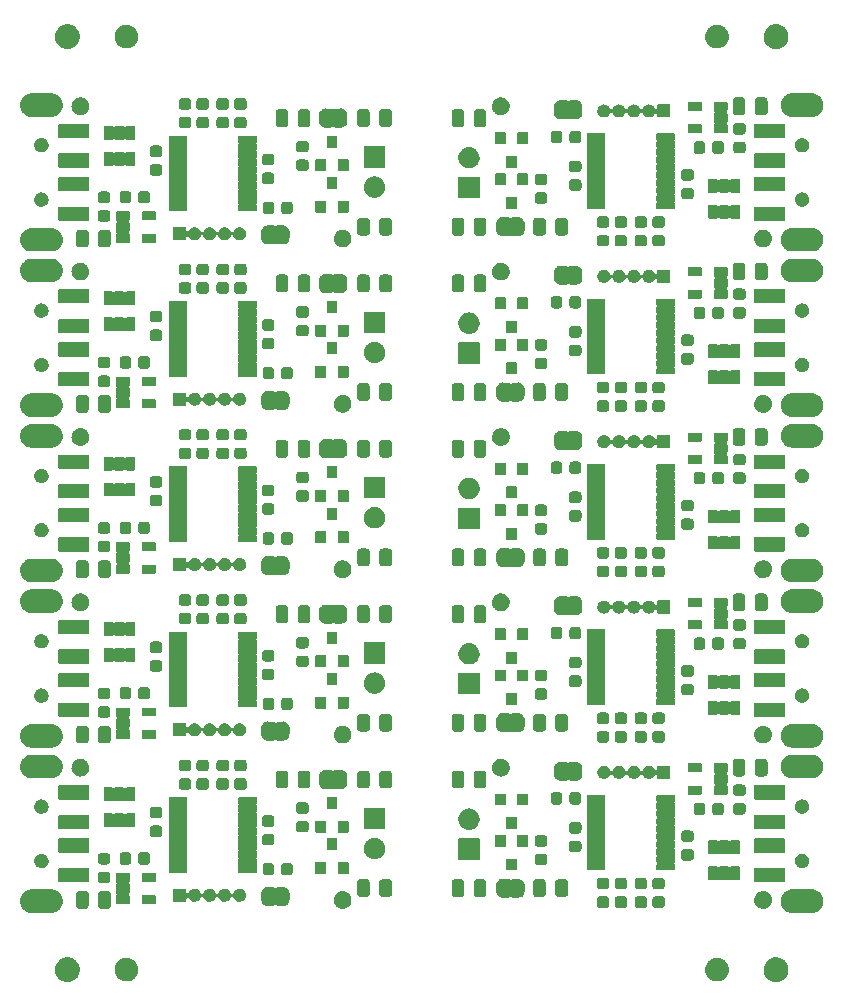
<source format=gbr>
G04 #@! TF.GenerationSoftware,KiCad,Pcbnew,(5.99.0-812-g5d5363396)*
G04 #@! TF.CreationDate,2020-02-01T10:18:43+03:00*
G04 #@! TF.ProjectId,stm32_ds2480_emu_panel,73746d33-325f-4647-9332-3438305f656d,rev?*
G04 #@! TF.SameCoordinates,PX68e7780PY7ed6b40*
G04 #@! TF.FileFunction,Soldermask,Top*
G04 #@! TF.FilePolarity,Negative*
%FSLAX46Y46*%
G04 Gerber Fmt 4.6, Leading zero omitted, Abs format (unit mm)*
G04 Created by KiCad (PCBNEW (5.99.0-812-g5d5363396)) date 2020-02-01 10:18:43*
%MOMM*%
%LPD*%
G04 APERTURE LIST*
G04 APERTURE END LIST*
G36*
X65059139Y3550658D02*
G01*
X65110391Y3550300D01*
X65160592Y3539995D01*
X65205921Y3535231D01*
X65255849Y3520441D01*
X65312293Y3508855D01*
X65353643Y3491473D01*
X65391126Y3480370D01*
X65443310Y3453781D01*
X65502300Y3428984D01*
X65534181Y3407480D01*
X65563239Y3392674D01*
X65614895Y3353037D01*
X65673174Y3313727D01*
X65695742Y3291001D01*
X65716479Y3275089D01*
X65764446Y3221816D01*
X65818407Y3167477D01*
X65832580Y3146145D01*
X65845732Y3131538D01*
X65886673Y3064729D01*
X65932468Y2995802D01*
X65939774Y2978076D01*
X65946659Y2966841D01*
X65977227Y2887209D01*
X66011011Y2805242D01*
X66013483Y2792758D01*
X66015882Y2786508D01*
X66032877Y2694810D01*
X66051045Y2603056D01*
X66047757Y2367637D01*
X66044353Y2352653D01*
X66044203Y2346934D01*
X66022784Y2257715D01*
X66002094Y2166648D01*
X65999548Y2160929D01*
X65999497Y2160718D01*
X65920930Y1984255D01*
X65920810Y1984081D01*
X65918261Y1978355D01*
X65864384Y1901979D01*
X65811524Y1825068D01*
X65806786Y1820330D01*
X65799451Y1809932D01*
X65735258Y1748802D01*
X65674932Y1688476D01*
X65664070Y1681011D01*
X65650191Y1667794D01*
X65580349Y1623471D01*
X65515745Y1579070D01*
X65497781Y1571072D01*
X65476165Y1557354D01*
X65404788Y1529668D01*
X65339282Y1500503D01*
X65313863Y1494401D01*
X65284002Y1482818D01*
X65214772Y1470611D01*
X65151462Y1455412D01*
X65118890Y1453705D01*
X65081022Y1447028D01*
X65017047Y1448368D01*
X64958562Y1445303D01*
X64919812Y1450404D01*
X64874955Y1451344D01*
X64818658Y1463722D01*
X64767049Y1470516D01*
X64723715Y1484596D01*
X64673652Y1495603D01*
X64626680Y1516125D01*
X64583342Y1530206D01*
X64537590Y1555047D01*
X64484779Y1578120D01*
X64447942Y1603722D01*
X64413588Y1622375D01*
X64368070Y1659235D01*
X64315530Y1695751D01*
X64288819Y1723411D01*
X64263479Y1743931D01*
X64221204Y1793428D01*
X64172353Y1844015D01*
X64154997Y1870946D01*
X64138024Y1890819D01*
X64102176Y1952908D01*
X64060701Y2017266D01*
X64051277Y2041068D01*
X64041443Y2058101D01*
X64015273Y2132003D01*
X63984826Y2208904D01*
X63981366Y2227755D01*
X63976966Y2240181D01*
X63963619Y2324453D01*
X63947619Y2411629D01*
X63947797Y2424351D01*
X63946749Y2430966D01*
X63949192Y2524306D01*
X63950497Y2617721D01*
X63951798Y2623843D01*
X63951804Y2624064D01*
X63991965Y2813001D01*
X63992047Y2813200D01*
X63993350Y2819328D01*
X64030167Y2905229D01*
X64065886Y2991462D01*
X64069534Y2997080D01*
X64074546Y3008773D01*
X64124610Y3081889D01*
X64171090Y3153463D01*
X64180166Y3163027D01*
X64190992Y3178838D01*
X64250082Y3236704D01*
X64304053Y3293577D01*
X64319964Y3305137D01*
X64338253Y3323047D01*
X64402313Y3364967D01*
X64460323Y3407113D01*
X64483918Y3418367D01*
X64510720Y3435906D01*
X64575896Y3462239D01*
X64634666Y3490271D01*
X64666171Y3498713D01*
X64701823Y3513117D01*
X64764682Y3525108D01*
X64821249Y3540265D01*
X64860210Y3543331D01*
X64904284Y3551739D01*
X64961923Y3551337D01*
X65013819Y3555421D01*
X65059139Y3550658D01*
G37*
G36*
X5059139Y3550658D02*
G01*
X5110391Y3550300D01*
X5160592Y3539995D01*
X5205921Y3535231D01*
X5255849Y3520441D01*
X5312293Y3508855D01*
X5353643Y3491473D01*
X5391126Y3480370D01*
X5443310Y3453781D01*
X5502300Y3428984D01*
X5534181Y3407480D01*
X5563239Y3392674D01*
X5614895Y3353037D01*
X5673174Y3313727D01*
X5695742Y3291001D01*
X5716479Y3275089D01*
X5764446Y3221816D01*
X5818407Y3167477D01*
X5832580Y3146145D01*
X5845732Y3131538D01*
X5886673Y3064729D01*
X5932468Y2995802D01*
X5939774Y2978076D01*
X5946659Y2966841D01*
X5977227Y2887209D01*
X6011011Y2805242D01*
X6013483Y2792758D01*
X6015882Y2786508D01*
X6032877Y2694810D01*
X6051045Y2603056D01*
X6047757Y2367637D01*
X6044353Y2352653D01*
X6044203Y2346934D01*
X6022784Y2257715D01*
X6002094Y2166648D01*
X5999548Y2160929D01*
X5999497Y2160718D01*
X5920930Y1984255D01*
X5920810Y1984081D01*
X5918261Y1978355D01*
X5864384Y1901979D01*
X5811524Y1825068D01*
X5806786Y1820330D01*
X5799451Y1809932D01*
X5735258Y1748802D01*
X5674932Y1688476D01*
X5664070Y1681011D01*
X5650191Y1667794D01*
X5580349Y1623471D01*
X5515745Y1579070D01*
X5497781Y1571072D01*
X5476165Y1557354D01*
X5404788Y1529668D01*
X5339282Y1500503D01*
X5313863Y1494401D01*
X5284002Y1482818D01*
X5214772Y1470611D01*
X5151462Y1455412D01*
X5118890Y1453705D01*
X5081022Y1447028D01*
X5017047Y1448368D01*
X4958562Y1445303D01*
X4919812Y1450404D01*
X4874955Y1451344D01*
X4818658Y1463722D01*
X4767049Y1470516D01*
X4723715Y1484596D01*
X4673652Y1495603D01*
X4626680Y1516125D01*
X4583342Y1530206D01*
X4537590Y1555047D01*
X4484779Y1578120D01*
X4447942Y1603722D01*
X4413588Y1622375D01*
X4368070Y1659235D01*
X4315530Y1695751D01*
X4288819Y1723411D01*
X4263479Y1743931D01*
X4221204Y1793428D01*
X4172353Y1844015D01*
X4154997Y1870946D01*
X4138024Y1890819D01*
X4102176Y1952908D01*
X4060701Y2017266D01*
X4051277Y2041068D01*
X4041443Y2058101D01*
X4015273Y2132003D01*
X3984826Y2208904D01*
X3981366Y2227755D01*
X3976966Y2240181D01*
X3963619Y2324453D01*
X3947619Y2411629D01*
X3947797Y2424351D01*
X3946749Y2430966D01*
X3949192Y2524306D01*
X3950497Y2617721D01*
X3951798Y2623843D01*
X3951804Y2624064D01*
X3991965Y2813001D01*
X3992047Y2813200D01*
X3993350Y2819328D01*
X4030167Y2905229D01*
X4065886Y2991462D01*
X4069534Y2997080D01*
X4074546Y3008773D01*
X4124610Y3081889D01*
X4171090Y3153463D01*
X4180166Y3163027D01*
X4190992Y3178838D01*
X4250082Y3236704D01*
X4304053Y3293577D01*
X4319964Y3305137D01*
X4338253Y3323047D01*
X4402313Y3364967D01*
X4460323Y3407113D01*
X4483918Y3418367D01*
X4510720Y3435906D01*
X4575896Y3462239D01*
X4634666Y3490271D01*
X4666171Y3498713D01*
X4701823Y3513117D01*
X4764682Y3525108D01*
X4821249Y3540265D01*
X4860210Y3543331D01*
X4904284Y3551739D01*
X4961923Y3551337D01*
X5013819Y3555421D01*
X5059139Y3550658D01*
G37*
G36*
X60101221Y3496253D02*
G01*
X60144145Y3494154D01*
X60195236Y3481699D01*
X60253369Y3472700D01*
X60293738Y3457687D01*
X60329533Y3448961D01*
X60382895Y3424530D01*
X60443783Y3401886D01*
X60475111Y3382310D01*
X60503036Y3369525D01*
X60555788Y3331897D01*
X60616068Y3294230D01*
X60638370Y3272992D01*
X60658380Y3258719D01*
X60707274Y3207376D01*
X60763187Y3154130D01*
X60777256Y3133887D01*
X60789976Y3120530D01*
X60831577Y3055730D01*
X60879130Y2987310D01*
X60886418Y2970306D01*
X60893060Y2959960D01*
X60923904Y2882843D01*
X60959161Y2800583D01*
X60961644Y2788487D01*
X60963925Y2782784D01*
X60980759Y2695368D01*
X61000011Y2601577D01*
X60999934Y2579530D01*
X60999463Y2399190D01*
X60999302Y2398378D01*
X60999278Y2391444D01*
X60979575Y2298748D01*
X60962433Y2212174D01*
X60959790Y2205665D01*
X60957040Y2192728D01*
X60921559Y2111515D01*
X60890640Y2035373D01*
X60883468Y2024329D01*
X60875707Y2006565D01*
X60828172Y1939180D01*
X60786715Y1875341D01*
X60773318Y1861420D01*
X60758602Y1840558D01*
X60702965Y1788311D01*
X60654401Y1737846D01*
X60633595Y1723169D01*
X60610508Y1701489D01*
X60550713Y1664703D01*
X60498471Y1627850D01*
X60469681Y1614851D01*
X60437476Y1595038D01*
X60377262Y1573122D01*
X60324564Y1549328D01*
X60287870Y1540586D01*
X60246572Y1525555D01*
X60189241Y1517089D01*
X60138937Y1505105D01*
X60095131Y1503192D01*
X60045597Y1495878D01*
X59993854Y1498771D01*
X59948301Y1496782D01*
X59898873Y1504081D01*
X59842759Y1507218D01*
X59798579Y1518891D01*
X59759530Y1524657D01*
X59706601Y1543192D01*
X59646344Y1559113D01*
X59610908Y1576704D01*
X59579439Y1587724D01*
X59525693Y1619005D01*
X59464376Y1649443D01*
X59438034Y1670024D01*
X59414515Y1683712D01*
X59363051Y1728606D01*
X59304287Y1774518D01*
X59286605Y1795294D01*
X59270723Y1809149D01*
X59224925Y1867768D01*
X59172619Y1929228D01*
X59162434Y1947754D01*
X59153244Y1959517D01*
X59116598Y2031129D01*
X59074748Y2107254D01*
X59070315Y2121573D01*
X59066317Y2129387D01*
X59042184Y2212452D01*
X59014674Y2301323D01*
X59013813Y2310104D01*
X59013080Y2312627D01*
X59004562Y2404454D01*
X58994849Y2503509D01*
X59005138Y2601399D01*
X59014074Y2692537D01*
X59015071Y2695902D01*
X59016085Y2705551D01*
X59043937Y2793352D01*
X59068270Y2875497D01*
X59072716Y2884075D01*
X59077513Y2899196D01*
X59119444Y2974222D01*
X59156084Y3044909D01*
X59165886Y3057320D01*
X59176624Y3076534D01*
X59228781Y3136958D01*
X59274349Y3194658D01*
X59290965Y3209001D01*
X59309369Y3230322D01*
X59367766Y3275293D01*
X59418801Y3319346D01*
X59443151Y3333348D01*
X59470327Y3354276D01*
X59531066Y3383900D01*
X59584215Y3414462D01*
X59616566Y3425602D01*
X59652921Y3443333D01*
X59712446Y3458616D01*
X59764642Y3476589D01*
X59804590Y3482274D01*
X59849694Y3493855D01*
X59904947Y3496557D01*
X59953553Y3503475D01*
X59999973Y3501205D01*
X60052606Y3503779D01*
X60101221Y3496253D01*
G37*
G36*
X10101221Y3496253D02*
G01*
X10144145Y3494154D01*
X10195236Y3481699D01*
X10253369Y3472700D01*
X10293738Y3457687D01*
X10329533Y3448961D01*
X10382895Y3424530D01*
X10443783Y3401886D01*
X10475111Y3382310D01*
X10503036Y3369525D01*
X10555788Y3331897D01*
X10616068Y3294230D01*
X10638370Y3272992D01*
X10658380Y3258719D01*
X10707274Y3207376D01*
X10763187Y3154130D01*
X10777256Y3133887D01*
X10789976Y3120530D01*
X10831577Y3055730D01*
X10879130Y2987310D01*
X10886418Y2970306D01*
X10893060Y2959960D01*
X10923904Y2882843D01*
X10959161Y2800583D01*
X10961644Y2788487D01*
X10963925Y2782784D01*
X10980759Y2695368D01*
X11000011Y2601577D01*
X10999934Y2579530D01*
X10999463Y2399190D01*
X10999302Y2398378D01*
X10999278Y2391444D01*
X10979575Y2298748D01*
X10962433Y2212174D01*
X10959790Y2205665D01*
X10957040Y2192728D01*
X10921559Y2111515D01*
X10890640Y2035373D01*
X10883468Y2024329D01*
X10875707Y2006565D01*
X10828172Y1939180D01*
X10786715Y1875341D01*
X10773318Y1861420D01*
X10758602Y1840558D01*
X10702965Y1788311D01*
X10654401Y1737846D01*
X10633595Y1723169D01*
X10610508Y1701489D01*
X10550713Y1664703D01*
X10498471Y1627850D01*
X10469681Y1614851D01*
X10437476Y1595038D01*
X10377262Y1573122D01*
X10324564Y1549328D01*
X10287870Y1540586D01*
X10246572Y1525555D01*
X10189241Y1517089D01*
X10138937Y1505105D01*
X10095131Y1503192D01*
X10045597Y1495878D01*
X9993854Y1498771D01*
X9948301Y1496782D01*
X9898873Y1504081D01*
X9842759Y1507218D01*
X9798579Y1518891D01*
X9759530Y1524657D01*
X9706601Y1543192D01*
X9646344Y1559113D01*
X9610908Y1576704D01*
X9579439Y1587724D01*
X9525693Y1619005D01*
X9464376Y1649443D01*
X9438034Y1670024D01*
X9414515Y1683712D01*
X9363051Y1728606D01*
X9304287Y1774518D01*
X9286605Y1795294D01*
X9270723Y1809149D01*
X9224925Y1867768D01*
X9172619Y1929228D01*
X9162434Y1947754D01*
X9153244Y1959517D01*
X9116598Y2031129D01*
X9074748Y2107254D01*
X9070315Y2121573D01*
X9066317Y2129387D01*
X9042184Y2212452D01*
X9014674Y2301323D01*
X9013813Y2310104D01*
X9013080Y2312627D01*
X9004562Y2404454D01*
X8994849Y2503509D01*
X9005138Y2601399D01*
X9014074Y2692537D01*
X9015071Y2695902D01*
X9016085Y2705551D01*
X9043937Y2793352D01*
X9068270Y2875497D01*
X9072716Y2884075D01*
X9077513Y2899196D01*
X9119444Y2974222D01*
X9156084Y3044909D01*
X9165886Y3057320D01*
X9176624Y3076534D01*
X9228781Y3136958D01*
X9274349Y3194658D01*
X9290965Y3209001D01*
X9309369Y3230322D01*
X9367766Y3275293D01*
X9418801Y3319346D01*
X9443151Y3333348D01*
X9470327Y3354276D01*
X9531066Y3383900D01*
X9584215Y3414462D01*
X9616566Y3425602D01*
X9652921Y3443333D01*
X9712446Y3458616D01*
X9764642Y3476589D01*
X9804590Y3482274D01*
X9849694Y3493855D01*
X9904947Y3496557D01*
X9953553Y3503475D01*
X9999973Y3501205D01*
X10052606Y3503779D01*
X10101221Y3496253D01*
G37*
G36*
X68209127Y9283863D02*
G01*
X68293999Y9256940D01*
X68384708Y9228774D01*
X68387621Y9227241D01*
X68396244Y9224506D01*
X68472488Y9182591D01*
X68547524Y9143112D01*
X68554955Y9137254D01*
X68568268Y9129935D01*
X68630842Y9077429D01*
X68691999Y9029216D01*
X68702307Y9017462D01*
X68718647Y9003751D01*
X68766213Y8944591D01*
X68813302Y8890897D01*
X68824447Y8872163D01*
X68841654Y8850763D01*
X68874070Y8788756D01*
X68907366Y8732791D01*
X68917049Y8706543D01*
X68932601Y8676795D01*
X68950661Y8615434D01*
X68971040Y8560193D01*
X68976821Y8526550D01*
X68988027Y8488476D01*
X68993277Y8430785D01*
X69002198Y8378870D01*
X69001670Y8338558D01*
X69005818Y8292978D01*
X69000398Y8241407D01*
X68999789Y8194919D01*
X68990720Y8149324D01*
X68985299Y8097747D01*
X68971763Y8054018D01*
X68963898Y8014479D01*
X68944378Y7965553D01*
X68927250Y7910220D01*
X68908376Y7875314D01*
X68895726Y7843606D01*
X68864307Y7793809D01*
X68833882Y7737540D01*
X68812483Y7711673D01*
X68797556Y7688015D01*
X68753344Y7640187D01*
X68708751Y7586283D01*
X68687479Y7568934D01*
X68672675Y7552919D01*
X68615432Y7510174D01*
X68556625Y7462212D01*
X68537796Y7452200D01*
X68525266Y7442844D01*
X68455414Y7408397D01*
X68383297Y7370052D01*
X68368751Y7365660D01*
X68360266Y7361476D01*
X68278672Y7338464D01*
X68195369Y7313313D01*
X68186365Y7312430D01*
X68183202Y7311538D01*
X68088757Y7302860D01*
X68049393Y7299000D01*
X66353922Y7299000D01*
X66190873Y7316137D01*
X66106001Y7343060D01*
X66015292Y7371226D01*
X66012379Y7372759D01*
X66003756Y7375494D01*
X65927512Y7417409D01*
X65852476Y7456888D01*
X65845045Y7462746D01*
X65831732Y7470065D01*
X65769158Y7522571D01*
X65708001Y7570784D01*
X65697693Y7582538D01*
X65681353Y7596249D01*
X65633787Y7655409D01*
X65586698Y7709103D01*
X65575553Y7727837D01*
X65558346Y7749237D01*
X65525930Y7811244D01*
X65492634Y7867209D01*
X65482951Y7893457D01*
X65467399Y7923205D01*
X65449339Y7984566D01*
X65428960Y8039807D01*
X65423179Y8073450D01*
X65411973Y8111524D01*
X65406723Y8169215D01*
X65397802Y8221130D01*
X65398330Y8261442D01*
X65394182Y8307022D01*
X65399602Y8358593D01*
X65400211Y8405081D01*
X65409280Y8450676D01*
X65414701Y8502253D01*
X65428237Y8545982D01*
X65436102Y8585521D01*
X65455622Y8634447D01*
X65472750Y8689780D01*
X65491624Y8724686D01*
X65504274Y8756394D01*
X65535693Y8806191D01*
X65566118Y8862460D01*
X65587517Y8888327D01*
X65602444Y8911985D01*
X65646656Y8959813D01*
X65691249Y9013717D01*
X65712521Y9031066D01*
X65727325Y9047081D01*
X65784568Y9089826D01*
X65843375Y9137788D01*
X65862204Y9147800D01*
X65874734Y9157156D01*
X65944586Y9191603D01*
X66016703Y9229948D01*
X66031249Y9234340D01*
X66039734Y9238524D01*
X66121328Y9261536D01*
X66204631Y9286687D01*
X66213635Y9287570D01*
X66216798Y9288462D01*
X66311243Y9297140D01*
X66350607Y9301000D01*
X68046078Y9301000D01*
X68209127Y9283863D01*
G37*
G36*
X3809127Y9283863D02*
G01*
X3893999Y9256940D01*
X3984708Y9228774D01*
X3987621Y9227241D01*
X3996244Y9224506D01*
X4072488Y9182591D01*
X4147524Y9143112D01*
X4154955Y9137254D01*
X4168268Y9129935D01*
X4230842Y9077429D01*
X4291999Y9029216D01*
X4302307Y9017462D01*
X4318647Y9003751D01*
X4366213Y8944591D01*
X4413302Y8890897D01*
X4424447Y8872163D01*
X4441654Y8850763D01*
X4474070Y8788756D01*
X4507366Y8732791D01*
X4517049Y8706543D01*
X4532601Y8676795D01*
X4550661Y8615434D01*
X4571040Y8560193D01*
X4576821Y8526550D01*
X4588027Y8488476D01*
X4593277Y8430785D01*
X4602198Y8378870D01*
X4601670Y8338558D01*
X4605818Y8292978D01*
X4600398Y8241407D01*
X4599789Y8194919D01*
X4590720Y8149324D01*
X4585299Y8097747D01*
X4571763Y8054018D01*
X4563898Y8014479D01*
X4544378Y7965553D01*
X4527250Y7910220D01*
X4508376Y7875314D01*
X4495726Y7843606D01*
X4464307Y7793809D01*
X4433882Y7737540D01*
X4412483Y7711673D01*
X4397556Y7688015D01*
X4353344Y7640187D01*
X4308751Y7586283D01*
X4287479Y7568934D01*
X4272675Y7552919D01*
X4215432Y7510174D01*
X4156625Y7462212D01*
X4137796Y7452200D01*
X4125266Y7442844D01*
X4055414Y7408397D01*
X3983297Y7370052D01*
X3968751Y7365660D01*
X3960266Y7361476D01*
X3878672Y7338464D01*
X3795369Y7313313D01*
X3786365Y7312430D01*
X3783202Y7311538D01*
X3688757Y7302860D01*
X3649393Y7299000D01*
X1953922Y7299000D01*
X1790873Y7316137D01*
X1706001Y7343060D01*
X1615292Y7371226D01*
X1612379Y7372759D01*
X1603756Y7375494D01*
X1527512Y7417409D01*
X1452476Y7456888D01*
X1445045Y7462746D01*
X1431732Y7470065D01*
X1369158Y7522571D01*
X1308001Y7570784D01*
X1297693Y7582538D01*
X1281353Y7596249D01*
X1233787Y7655409D01*
X1186698Y7709103D01*
X1175553Y7727837D01*
X1158346Y7749237D01*
X1125930Y7811244D01*
X1092634Y7867209D01*
X1082951Y7893457D01*
X1067399Y7923205D01*
X1049339Y7984566D01*
X1028960Y8039807D01*
X1023179Y8073450D01*
X1011973Y8111524D01*
X1006723Y8169215D01*
X997802Y8221130D01*
X998330Y8261442D01*
X994182Y8307022D01*
X999602Y8358593D01*
X1000211Y8405081D01*
X1009280Y8450676D01*
X1014701Y8502253D01*
X1028237Y8545982D01*
X1036102Y8585521D01*
X1055622Y8634447D01*
X1072750Y8689780D01*
X1091624Y8724686D01*
X1104274Y8756394D01*
X1135693Y8806191D01*
X1166118Y8862460D01*
X1187517Y8888327D01*
X1202444Y8911985D01*
X1246656Y8959813D01*
X1291249Y9013717D01*
X1312521Y9031066D01*
X1327325Y9047081D01*
X1384568Y9089826D01*
X1443375Y9137788D01*
X1462204Y9147800D01*
X1474734Y9157156D01*
X1544586Y9191603D01*
X1616703Y9229948D01*
X1631249Y9234340D01*
X1639734Y9238524D01*
X1721328Y9261536D01*
X1804631Y9286687D01*
X1813635Y9287570D01*
X1816798Y9288462D01*
X1911243Y9297140D01*
X1950607Y9301000D01*
X3646078Y9301000D01*
X3809127Y9283863D01*
G37*
G36*
X63987782Y9146274D02*
G01*
X64023218Y9144293D01*
X64067485Y9131933D01*
X64118880Y9122686D01*
X64151669Y9108429D01*
X64180167Y9100472D01*
X64225935Y9076137D01*
X64279263Y9052949D01*
X64303142Y9035086D01*
X64324049Y9023969D01*
X64367986Y8986576D01*
X64419302Y8948187D01*
X64434621Y8929866D01*
X64448145Y8918356D01*
X64486548Y8867762D01*
X64531484Y8814019D01*
X64539517Y8797977D01*
X64546669Y8788555D01*
X64575725Y8725672D01*
X64609792Y8657642D01*
X64612550Y8645976D01*
X64615019Y8640632D01*
X64631062Y8567664D01*
X64650025Y8487444D01*
X64649951Y8478064D01*
X64649375Y8313075D01*
X64648630Y8309795D01*
X64648559Y8300786D01*
X64629217Y8224348D01*
X64613322Y8154385D01*
X64609409Y8146070D01*
X64605657Y8131241D01*
X64572074Y8066728D01*
X64543938Y8006936D01*
X64534712Y7994955D01*
X64524903Y7976113D01*
X64481296Y7925595D01*
X64444514Y7877832D01*
X64428389Y7864302D01*
X64410627Y7843724D01*
X64361390Y7808082D01*
X64319682Y7773085D01*
X64295785Y7760592D01*
X64268960Y7741174D01*
X64218314Y7720092D01*
X64175271Y7697590D01*
X64143557Y7688974D01*
X64107502Y7673965D01*
X64059214Y7666058D01*
X64018018Y7654865D01*
X63979296Y7652971D01*
X63934912Y7645703D01*
X63892021Y7648702D01*
X63855259Y7646904D01*
X63811229Y7654351D01*
X63760450Y7657902D01*
X63725049Y7668928D01*
X63694584Y7674081D01*
X63647744Y7693006D01*
X63593473Y7709909D01*
X63566662Y7725765D01*
X63543498Y7735124D01*
X63496984Y7766973D01*
X63442939Y7798935D01*
X63424773Y7816416D01*
X63409040Y7827189D01*
X63366458Y7872534D01*
X63316923Y7920203D01*
X63306486Y7936399D01*
X63297491Y7945977D01*
X63262685Y8004365D01*
X63222185Y8067208D01*
X63217741Y8079758D01*
X63214052Y8085946D01*
X63190844Y8155712D01*
X63163806Y8232065D01*
X63163011Y8239381D01*
X63162614Y8240575D01*
X63154650Y8316349D01*
X63144918Y8405931D01*
X63155298Y8489265D01*
X63163745Y8564574D01*
X63165217Y8568899D01*
X63166535Y8579478D01*
X63193528Y8652060D01*
X63216259Y8718831D01*
X63221703Y8727820D01*
X63227496Y8743397D01*
X63267114Y8802802D01*
X63300676Y8858219D01*
X63312010Y8870121D01*
X63324532Y8888897D01*
X63372379Y8933515D01*
X63413051Y8976225D01*
X63431589Y8988729D01*
X63452437Y9008170D01*
X63504095Y9037635D01*
X63548149Y9067350D01*
X63574441Y9077760D01*
X63604351Y9094820D01*
X63655708Y9109935D01*
X63699658Y9127336D01*
X63733399Y9132801D01*
X63772123Y9144198D01*
X63819661Y9146773D01*
X63860517Y9153390D01*
X63900533Y9151153D01*
X63946756Y9153656D01*
X63987782Y9146274D01*
G37*
G36*
X28387782Y9146274D02*
G01*
X28423218Y9144293D01*
X28467485Y9131933D01*
X28518880Y9122686D01*
X28551669Y9108429D01*
X28580167Y9100472D01*
X28625935Y9076137D01*
X28679263Y9052949D01*
X28703142Y9035086D01*
X28724049Y9023969D01*
X28767986Y8986576D01*
X28819302Y8948187D01*
X28834621Y8929866D01*
X28848145Y8918356D01*
X28886548Y8867762D01*
X28931484Y8814019D01*
X28939517Y8797977D01*
X28946669Y8788555D01*
X28975725Y8725672D01*
X29009792Y8657642D01*
X29012550Y8645976D01*
X29015019Y8640632D01*
X29031062Y8567664D01*
X29050025Y8487444D01*
X29049951Y8478064D01*
X29049375Y8313075D01*
X29048630Y8309795D01*
X29048559Y8300786D01*
X29029217Y8224348D01*
X29013322Y8154385D01*
X29009409Y8146070D01*
X29005657Y8131241D01*
X28972074Y8066728D01*
X28943938Y8006936D01*
X28934712Y7994955D01*
X28924903Y7976113D01*
X28881296Y7925595D01*
X28844514Y7877832D01*
X28828389Y7864302D01*
X28810627Y7843724D01*
X28761390Y7808082D01*
X28719682Y7773085D01*
X28695785Y7760592D01*
X28668960Y7741174D01*
X28618314Y7720092D01*
X28575271Y7697590D01*
X28543557Y7688974D01*
X28507502Y7673965D01*
X28459214Y7666058D01*
X28418018Y7654865D01*
X28379296Y7652971D01*
X28334912Y7645703D01*
X28292021Y7648702D01*
X28255259Y7646904D01*
X28211229Y7654351D01*
X28160450Y7657902D01*
X28125049Y7668928D01*
X28094584Y7674081D01*
X28047744Y7693006D01*
X27993473Y7709909D01*
X27966662Y7725765D01*
X27943498Y7735124D01*
X27896984Y7766973D01*
X27842939Y7798935D01*
X27824773Y7816416D01*
X27809040Y7827189D01*
X27766458Y7872534D01*
X27716923Y7920203D01*
X27706486Y7936399D01*
X27697491Y7945977D01*
X27662685Y8004365D01*
X27622185Y8067208D01*
X27617741Y8079758D01*
X27614052Y8085946D01*
X27590844Y8155712D01*
X27563806Y8232065D01*
X27563011Y8239381D01*
X27562614Y8240575D01*
X27554650Y8316349D01*
X27544918Y8405931D01*
X27555298Y8489265D01*
X27563745Y8564574D01*
X27565217Y8568899D01*
X27566535Y8579478D01*
X27593528Y8652060D01*
X27616259Y8718831D01*
X27621703Y8727820D01*
X27627496Y8743397D01*
X27667114Y8802802D01*
X27700676Y8858219D01*
X27712010Y8870121D01*
X27724532Y8888897D01*
X27772379Y8933515D01*
X27813051Y8976225D01*
X27831589Y8988729D01*
X27852437Y9008170D01*
X27904095Y9037635D01*
X27948149Y9067350D01*
X27974441Y9077760D01*
X28004351Y9094820D01*
X28055708Y9109935D01*
X28099658Y9127336D01*
X28133399Y9132801D01*
X28172123Y9144198D01*
X28219661Y9146773D01*
X28260517Y9153390D01*
X28300533Y9151153D01*
X28346756Y9153656D01*
X28387782Y9146274D01*
G37*
G36*
X6501652Y9151883D02*
G01*
X6502027Y9151883D01*
X6504106Y9151494D01*
X6595430Y9137030D01*
X6603513Y9132912D01*
X6610347Y9131634D01*
X6630453Y9119185D01*
X6678620Y9094643D01*
X6692488Y9080775D01*
X6704039Y9073623D01*
X6717607Y9055656D01*
X6744643Y9028620D01*
X6758374Y9001672D01*
X6770447Y8985684D01*
X6773814Y8971368D01*
X6787030Y8945430D01*
X6801701Y8852800D01*
X6801883Y8852027D01*
X6801883Y8851652D01*
X6803194Y8843375D01*
X6803194Y7956625D01*
X6801883Y7948348D01*
X6801883Y7947973D01*
X6801494Y7945894D01*
X6787030Y7854570D01*
X6782912Y7846487D01*
X6781634Y7839653D01*
X6769185Y7819547D01*
X6744643Y7771380D01*
X6730775Y7757512D01*
X6723623Y7745961D01*
X6705656Y7732393D01*
X6678620Y7705357D01*
X6651672Y7691626D01*
X6635684Y7679553D01*
X6621368Y7676186D01*
X6595430Y7662970D01*
X6502800Y7648299D01*
X6502027Y7648117D01*
X6501652Y7648117D01*
X6493375Y7646806D01*
X6031625Y7646806D01*
X6023348Y7648117D01*
X6022973Y7648117D01*
X6020894Y7648506D01*
X5929570Y7662970D01*
X5921487Y7667088D01*
X5914653Y7668366D01*
X5894547Y7680815D01*
X5846380Y7705357D01*
X5832512Y7719225D01*
X5820961Y7726377D01*
X5807393Y7744344D01*
X5780357Y7771380D01*
X5766626Y7798328D01*
X5754553Y7814316D01*
X5751186Y7828632D01*
X5737970Y7854570D01*
X5723299Y7947200D01*
X5723117Y7947973D01*
X5723117Y7948348D01*
X5721806Y7956625D01*
X5721806Y8843375D01*
X5723117Y8851652D01*
X5723117Y8852027D01*
X5723506Y8854106D01*
X5737970Y8945430D01*
X5742088Y8953513D01*
X5743366Y8960347D01*
X5755815Y8980453D01*
X5780357Y9028620D01*
X5794225Y9042488D01*
X5801377Y9054039D01*
X5819344Y9067607D01*
X5846380Y9094643D01*
X5873328Y9108374D01*
X5889316Y9120447D01*
X5903632Y9123814D01*
X5929570Y9137030D01*
X6022200Y9151701D01*
X6022973Y9151883D01*
X6023348Y9151883D01*
X6031625Y9153194D01*
X6493375Y9153194D01*
X6501652Y9151883D01*
G37*
G36*
X8376652Y9151883D02*
G01*
X8377027Y9151883D01*
X8379106Y9151494D01*
X8470430Y9137030D01*
X8478513Y9132912D01*
X8485347Y9131634D01*
X8505453Y9119185D01*
X8553620Y9094643D01*
X8567488Y9080775D01*
X8579039Y9073623D01*
X8592607Y9055656D01*
X8619643Y9028620D01*
X8633374Y9001672D01*
X8645447Y8985684D01*
X8648814Y8971368D01*
X8662030Y8945430D01*
X8676701Y8852800D01*
X8676883Y8852027D01*
X8676883Y8851652D01*
X8678194Y8843375D01*
X8678194Y7956625D01*
X8676883Y7948348D01*
X8676883Y7947973D01*
X8676494Y7945894D01*
X8662030Y7854570D01*
X8657912Y7846487D01*
X8656634Y7839653D01*
X8644185Y7819547D01*
X8619643Y7771380D01*
X8605775Y7757512D01*
X8598623Y7745961D01*
X8580656Y7732393D01*
X8553620Y7705357D01*
X8526672Y7691626D01*
X8510684Y7679553D01*
X8496368Y7676186D01*
X8470430Y7662970D01*
X8377800Y7648299D01*
X8377027Y7648117D01*
X8376652Y7648117D01*
X8368375Y7646806D01*
X7906625Y7646806D01*
X7898348Y7648117D01*
X7897973Y7648117D01*
X7895894Y7648506D01*
X7804570Y7662970D01*
X7796487Y7667088D01*
X7789653Y7668366D01*
X7769547Y7680815D01*
X7721380Y7705357D01*
X7707512Y7719225D01*
X7695961Y7726377D01*
X7682393Y7744344D01*
X7655357Y7771380D01*
X7641626Y7798328D01*
X7629553Y7814316D01*
X7626186Y7828632D01*
X7612970Y7854570D01*
X7598299Y7947200D01*
X7598117Y7947973D01*
X7598117Y7948348D01*
X7596806Y7956625D01*
X7596806Y8843375D01*
X7598117Y8851652D01*
X7598117Y8852027D01*
X7598506Y8854106D01*
X7612970Y8945430D01*
X7617088Y8953513D01*
X7618366Y8960347D01*
X7630815Y8980453D01*
X7655357Y9028620D01*
X7669225Y9042488D01*
X7676377Y9054039D01*
X7694344Y9067607D01*
X7721380Y9094643D01*
X7748328Y9108374D01*
X7764316Y9120447D01*
X7778632Y9123814D01*
X7804570Y9137030D01*
X7897200Y9151701D01*
X7897973Y9151883D01*
X7898348Y9151883D01*
X7906625Y9153194D01*
X8368375Y9153194D01*
X8376652Y9151883D01*
G37*
G36*
X50601231Y8701999D02*
G01*
X50601964Y8701999D01*
X50604829Y8701429D01*
X50687918Y8688269D01*
X50698760Y8682745D01*
X50707215Y8681063D01*
X50723768Y8670002D01*
X50764054Y8649476D01*
X50783316Y8630214D01*
X50796443Y8621443D01*
X50805214Y8608316D01*
X50824476Y8589054D01*
X50845002Y8548768D01*
X50856063Y8532215D01*
X50857745Y8523760D01*
X50863269Y8512918D01*
X50876429Y8429829D01*
X50876999Y8426964D01*
X50876999Y8426231D01*
X50878194Y8418686D01*
X50878194Y8006314D01*
X50876999Y7998769D01*
X50876999Y7998036D01*
X50876429Y7995171D01*
X50863269Y7912082D01*
X50857745Y7901240D01*
X50856063Y7892785D01*
X50845002Y7876232D01*
X50824476Y7835946D01*
X50805214Y7816684D01*
X50796443Y7803557D01*
X50783316Y7794786D01*
X50764054Y7775524D01*
X50723768Y7754998D01*
X50707215Y7743937D01*
X50698760Y7742255D01*
X50687918Y7736731D01*
X50604829Y7723571D01*
X50601964Y7723001D01*
X50601231Y7723001D01*
X50593686Y7721806D01*
X50106314Y7721806D01*
X50098769Y7723001D01*
X50098036Y7723001D01*
X50095171Y7723571D01*
X50012082Y7736731D01*
X50001240Y7742255D01*
X49992785Y7743937D01*
X49976232Y7754998D01*
X49935946Y7775524D01*
X49916684Y7794786D01*
X49903557Y7803557D01*
X49894786Y7816684D01*
X49875524Y7835946D01*
X49854998Y7876232D01*
X49843937Y7892785D01*
X49842255Y7901240D01*
X49836731Y7912082D01*
X49823571Y7995171D01*
X49823001Y7998036D01*
X49823001Y7998769D01*
X49821806Y8006314D01*
X49821806Y8418686D01*
X49823001Y8426231D01*
X49823001Y8426964D01*
X49823571Y8429829D01*
X49836731Y8512918D01*
X49842255Y8523760D01*
X49843937Y8532215D01*
X49854998Y8548768D01*
X49875524Y8589054D01*
X49894786Y8608316D01*
X49903557Y8621443D01*
X49916684Y8630214D01*
X49935946Y8649476D01*
X49976232Y8670002D01*
X49992785Y8681063D01*
X50001240Y8682745D01*
X50012082Y8688269D01*
X50095171Y8701429D01*
X50098036Y8701999D01*
X50098769Y8701999D01*
X50106314Y8703194D01*
X50593686Y8703194D01*
X50601231Y8701999D01*
G37*
G36*
X53801231Y8701999D02*
G01*
X53801964Y8701999D01*
X53804829Y8701429D01*
X53887918Y8688269D01*
X53898760Y8682745D01*
X53907215Y8681063D01*
X53923768Y8670002D01*
X53964054Y8649476D01*
X53983316Y8630214D01*
X53996443Y8621443D01*
X54005214Y8608316D01*
X54024476Y8589054D01*
X54045002Y8548768D01*
X54056063Y8532215D01*
X54057745Y8523760D01*
X54063269Y8512918D01*
X54076429Y8429829D01*
X54076999Y8426964D01*
X54076999Y8426231D01*
X54078194Y8418686D01*
X54078194Y8006314D01*
X54076999Y7998769D01*
X54076999Y7998036D01*
X54076429Y7995171D01*
X54063269Y7912082D01*
X54057745Y7901240D01*
X54056063Y7892785D01*
X54045002Y7876232D01*
X54024476Y7835946D01*
X54005214Y7816684D01*
X53996443Y7803557D01*
X53983316Y7794786D01*
X53964054Y7775524D01*
X53923768Y7754998D01*
X53907215Y7743937D01*
X53898760Y7742255D01*
X53887918Y7736731D01*
X53804829Y7723571D01*
X53801964Y7723001D01*
X53801231Y7723001D01*
X53793686Y7721806D01*
X53306314Y7721806D01*
X53298769Y7723001D01*
X53298036Y7723001D01*
X53295171Y7723571D01*
X53212082Y7736731D01*
X53201240Y7742255D01*
X53192785Y7743937D01*
X53176232Y7754998D01*
X53135946Y7775524D01*
X53116684Y7794786D01*
X53103557Y7803557D01*
X53094786Y7816684D01*
X53075524Y7835946D01*
X53054998Y7876232D01*
X53043937Y7892785D01*
X53042255Y7901240D01*
X53036731Y7912082D01*
X53023571Y7995171D01*
X53023001Y7998036D01*
X53023001Y7998769D01*
X53021806Y8006314D01*
X53021806Y8418686D01*
X53023001Y8426231D01*
X53023001Y8426964D01*
X53023571Y8429829D01*
X53036731Y8512918D01*
X53042255Y8523760D01*
X53043937Y8532215D01*
X53054998Y8548768D01*
X53075524Y8589054D01*
X53094786Y8608316D01*
X53103557Y8621443D01*
X53116684Y8630214D01*
X53135946Y8649476D01*
X53176232Y8670002D01*
X53192785Y8681063D01*
X53201240Y8682745D01*
X53212082Y8688269D01*
X53295171Y8701429D01*
X53298036Y8701999D01*
X53298769Y8701999D01*
X53306314Y8703194D01*
X53793686Y8703194D01*
X53801231Y8701999D01*
G37*
G36*
X52101231Y8701999D02*
G01*
X52101964Y8701999D01*
X52104829Y8701429D01*
X52187918Y8688269D01*
X52198760Y8682745D01*
X52207215Y8681063D01*
X52223768Y8670002D01*
X52264054Y8649476D01*
X52283316Y8630214D01*
X52296443Y8621443D01*
X52305214Y8608316D01*
X52324476Y8589054D01*
X52345002Y8548768D01*
X52356063Y8532215D01*
X52357745Y8523760D01*
X52363269Y8512918D01*
X52376429Y8429829D01*
X52376999Y8426964D01*
X52376999Y8426231D01*
X52378194Y8418686D01*
X52378194Y8006314D01*
X52376999Y7998769D01*
X52376999Y7998036D01*
X52376429Y7995171D01*
X52363269Y7912082D01*
X52357745Y7901240D01*
X52356063Y7892785D01*
X52345002Y7876232D01*
X52324476Y7835946D01*
X52305214Y7816684D01*
X52296443Y7803557D01*
X52283316Y7794786D01*
X52264054Y7775524D01*
X52223768Y7754998D01*
X52207215Y7743937D01*
X52198760Y7742255D01*
X52187918Y7736731D01*
X52104829Y7723571D01*
X52101964Y7723001D01*
X52101231Y7723001D01*
X52093686Y7721806D01*
X51606314Y7721806D01*
X51598769Y7723001D01*
X51598036Y7723001D01*
X51595171Y7723571D01*
X51512082Y7736731D01*
X51501240Y7742255D01*
X51492785Y7743937D01*
X51476232Y7754998D01*
X51435946Y7775524D01*
X51416684Y7794786D01*
X51403557Y7803557D01*
X51394786Y7816684D01*
X51375524Y7835946D01*
X51354998Y7876232D01*
X51343937Y7892785D01*
X51342255Y7901240D01*
X51336731Y7912082D01*
X51323571Y7995171D01*
X51323001Y7998036D01*
X51323001Y7998769D01*
X51321806Y8006314D01*
X51321806Y8418686D01*
X51323001Y8426231D01*
X51323001Y8426964D01*
X51323571Y8429829D01*
X51336731Y8512918D01*
X51342255Y8523760D01*
X51343937Y8532215D01*
X51354998Y8548768D01*
X51375524Y8589054D01*
X51394786Y8608316D01*
X51403557Y8621443D01*
X51416684Y8630214D01*
X51435946Y8649476D01*
X51476232Y8670002D01*
X51492785Y8681063D01*
X51501240Y8682745D01*
X51512082Y8688269D01*
X51595171Y8701429D01*
X51598036Y8701999D01*
X51598769Y8701999D01*
X51606314Y8703194D01*
X52093686Y8703194D01*
X52101231Y8701999D01*
G37*
G36*
X55301231Y8701999D02*
G01*
X55301964Y8701999D01*
X55304829Y8701429D01*
X55387918Y8688269D01*
X55398760Y8682745D01*
X55407215Y8681063D01*
X55423768Y8670002D01*
X55464054Y8649476D01*
X55483316Y8630214D01*
X55496443Y8621443D01*
X55505214Y8608316D01*
X55524476Y8589054D01*
X55545002Y8548768D01*
X55556063Y8532215D01*
X55557745Y8523760D01*
X55563269Y8512918D01*
X55576429Y8429829D01*
X55576999Y8426964D01*
X55576999Y8426231D01*
X55578194Y8418686D01*
X55578194Y8006314D01*
X55576999Y7998769D01*
X55576999Y7998036D01*
X55576429Y7995171D01*
X55563269Y7912082D01*
X55557745Y7901240D01*
X55556063Y7892785D01*
X55545002Y7876232D01*
X55524476Y7835946D01*
X55505214Y7816684D01*
X55496443Y7803557D01*
X55483316Y7794786D01*
X55464054Y7775524D01*
X55423768Y7754998D01*
X55407215Y7743937D01*
X55398760Y7742255D01*
X55387918Y7736731D01*
X55304829Y7723571D01*
X55301964Y7723001D01*
X55301231Y7723001D01*
X55293686Y7721806D01*
X54806314Y7721806D01*
X54798769Y7723001D01*
X54798036Y7723001D01*
X54795171Y7723571D01*
X54712082Y7736731D01*
X54701240Y7742255D01*
X54692785Y7743937D01*
X54676232Y7754998D01*
X54635946Y7775524D01*
X54616684Y7794786D01*
X54603557Y7803557D01*
X54594786Y7816684D01*
X54575524Y7835946D01*
X54554998Y7876232D01*
X54543937Y7892785D01*
X54542255Y7901240D01*
X54536731Y7912082D01*
X54523571Y7995171D01*
X54523001Y7998036D01*
X54523001Y7998769D01*
X54521806Y8006314D01*
X54521806Y8418686D01*
X54523001Y8426231D01*
X54523001Y8426964D01*
X54523571Y8429829D01*
X54536731Y8512918D01*
X54542255Y8523760D01*
X54543937Y8532215D01*
X54554998Y8548768D01*
X54575524Y8589054D01*
X54594786Y8608316D01*
X54603557Y8621443D01*
X54616684Y8630214D01*
X54635946Y8649476D01*
X54676232Y8670002D01*
X54692785Y8681063D01*
X54701240Y8682745D01*
X54712082Y8688269D01*
X54795171Y8701429D01*
X54798036Y8701999D01*
X54798769Y8701999D01*
X54806314Y8703194D01*
X55293686Y8703194D01*
X55301231Y8701999D01*
G37*
G36*
X23276753Y9507380D02*
G01*
X23400552Y9487330D01*
X23432116Y9477468D01*
X23545309Y9423478D01*
X23572837Y9405154D01*
X23666331Y9321560D01*
X23687607Y9296249D01*
X23753880Y9189776D01*
X23767198Y9159506D01*
X23800923Y9038720D01*
X23805212Y9005923D01*
X23804457Y8944124D01*
X23804448Y8942597D01*
X23804448Y8519910D01*
X23805235Y8507816D01*
X23803679Y8380525D01*
X23798590Y8347846D01*
X23761925Y8227918D01*
X23747872Y8197985D01*
X23679015Y8093162D01*
X23657127Y8068379D01*
X23561622Y7987097D01*
X23533649Y7969447D01*
X23419175Y7918240D01*
X23387375Y7909152D01*
X23263132Y7892132D01*
X23230057Y7892335D01*
X23217716Y7894179D01*
X23199239Y7895552D01*
X22762312Y7895553D01*
X22730101Y7901960D01*
X22713231Y7913232D01*
X22703932Y7927149D01*
X22649889Y7972315D01*
X22580006Y7981093D01*
X22496068Y7927150D01*
X22486768Y7913231D01*
X22486767Y7913230D01*
X22469899Y7901960D01*
X22469898Y7901959D01*
X22449999Y7898001D01*
X22437687Y7895552D01*
X21996614Y7895552D01*
X21979649Y7894395D01*
X21963132Y7892132D01*
X21930057Y7892335D01*
X21806025Y7910872D01*
X21774341Y7920347D01*
X21660498Y7972950D01*
X21632746Y7990937D01*
X21538240Y8073380D01*
X21516655Y8098432D01*
X21449089Y8204083D01*
X21435400Y8234191D01*
X21400308Y8354197D01*
X21395631Y8388340D01*
X21396318Y8444579D01*
X21395552Y8452871D01*
X21395552Y8878256D01*
X21392186Y8878256D01*
X21392309Y8879094D01*
X21395517Y8879055D01*
X21395543Y8881184D01*
X21395552Y8882708D01*
X21395553Y8944597D01*
X21396420Y8952880D01*
X21397303Y9025183D01*
X21402815Y9059211D01*
X21440827Y9178318D01*
X21455247Y9208082D01*
X21525373Y9312048D01*
X21547571Y9336572D01*
X21644059Y9416678D01*
X21672237Y9433979D01*
X21787330Y9483785D01*
X21819240Y9492485D01*
X21943695Y9507986D01*
X21976753Y9507380D01*
X21984929Y9506056D01*
X22004914Y9504448D01*
X22437688Y9504447D01*
X22450000Y9501998D01*
X22469899Y9498040D01*
X22486769Y9486768D01*
X22486771Y9486766D01*
X22496068Y9472852D01*
X22550112Y9427686D01*
X22619996Y9418909D01*
X22703932Y9472851D01*
X22713232Y9486769D01*
X22730103Y9498042D01*
X22762310Y9504448D01*
X23207532Y9504448D01*
X23222982Y9505406D01*
X23243694Y9507986D01*
X23276753Y9507380D01*
G37*
G36*
X10239899Y10683041D02*
G01*
X10256769Y10671769D01*
X10268041Y10654899D01*
X10274448Y10622688D01*
X10274448Y9997312D01*
X10268041Y9965101D01*
X10256769Y9948231D01*
X10242853Y9938933D01*
X10197686Y9884889D01*
X10188908Y9815006D01*
X10242853Y9731067D01*
X10256769Y9721769D01*
X10268041Y9704899D01*
X10274448Y9672688D01*
X10274448Y9047312D01*
X10271999Y9035000D01*
X10268041Y9015101D01*
X10256769Y8998231D01*
X10246052Y8991070D01*
X10242853Y8988933D01*
X10197686Y8934889D01*
X10188908Y8865006D01*
X10242853Y8781067D01*
X10256769Y8771769D01*
X10268041Y8754899D01*
X10274448Y8722688D01*
X10274448Y8097312D01*
X10271999Y8085000D01*
X10268041Y8065101D01*
X10256769Y8048231D01*
X10239899Y8036959D01*
X10220000Y8033001D01*
X10207688Y8030552D01*
X9172312Y8030552D01*
X9140101Y8036959D01*
X9123231Y8048231D01*
X9111959Y8065101D01*
X9105552Y8097312D01*
X9105552Y8722688D01*
X9111959Y8754899D01*
X9123231Y8771769D01*
X9137147Y8781067D01*
X9182314Y8835111D01*
X9191092Y8904994D01*
X9137147Y8988933D01*
X9133949Y8991070D01*
X9123231Y8998231D01*
X9111959Y9015101D01*
X9108001Y9035000D01*
X9105552Y9047312D01*
X9105552Y9672688D01*
X9111959Y9704899D01*
X9123231Y9721769D01*
X9137147Y9731068D01*
X9182314Y9785111D01*
X9191092Y9854994D01*
X9137147Y9938933D01*
X9123231Y9948231D01*
X9111959Y9965101D01*
X9105552Y9997312D01*
X9105552Y10622688D01*
X9111959Y10654899D01*
X9123231Y10671769D01*
X9140101Y10683041D01*
X9172312Y10689448D01*
X10207688Y10689448D01*
X10239899Y10683041D01*
G37*
G36*
X12439899Y8783041D02*
G01*
X12456769Y8771769D01*
X12468041Y8754899D01*
X12474448Y8722688D01*
X12474448Y8097312D01*
X12471999Y8085000D01*
X12468041Y8065101D01*
X12456769Y8048231D01*
X12439899Y8036959D01*
X12420000Y8033001D01*
X12407688Y8030552D01*
X11372312Y8030552D01*
X11340101Y8036959D01*
X11323231Y8048231D01*
X11311959Y8065101D01*
X11305552Y8097312D01*
X11305552Y8722688D01*
X11311959Y8754899D01*
X11323231Y8771769D01*
X11340101Y8783041D01*
X11372312Y8789448D01*
X12407688Y8789448D01*
X12439899Y8783041D01*
G37*
G36*
X19597381Y9353217D02*
G01*
X19620734Y9354686D01*
X19671992Y9343791D01*
X19715218Y9338330D01*
X19736974Y9329979D01*
X19768399Y9323299D01*
X19807154Y9303039D01*
X19839724Y9290536D01*
X19865993Y9272279D01*
X19902185Y9253358D01*
X19927727Y9229372D01*
X19949239Y9214421D01*
X19976135Y9183914D01*
X20012233Y9150015D01*
X20025865Y9127507D01*
X20037433Y9114385D01*
X20060289Y9070666D01*
X20090437Y9020886D01*
X20095164Y9003957D01*
X20099220Y8996198D01*
X20113047Y8939905D01*
X20131034Y8875482D01*
X20129333Y8712994D01*
X20109987Y8648918D01*
X20094997Y8592974D01*
X20090781Y8585305D01*
X20085699Y8568473D01*
X20054508Y8519324D01*
X20030747Y8476102D01*
X20018908Y8463228D01*
X20004808Y8441009D01*
X19968006Y8407872D01*
X19940478Y8377936D01*
X19918657Y8363438D01*
X19892620Y8339994D01*
X19856045Y8321838D01*
X19829394Y8304131D01*
X19796565Y8292312D01*
X19757399Y8272870D01*
X19725839Y8266850D01*
X19703916Y8258957D01*
X19660593Y8254403D01*
X19609108Y8244582D01*
X19585787Y8246540D01*
X19571284Y8245016D01*
X19519548Y8252103D01*
X19458673Y8257215D01*
X19444937Y8262323D01*
X19439150Y8263116D01*
X19382595Y8285508D01*
X19317177Y8309837D01*
X19258252Y8352648D01*
X19206441Y8389468D01*
X19204537Y8391674D01*
X19195044Y8398571D01*
X19155302Y8448713D01*
X19119300Y8490421D01*
X19114001Y8500821D01*
X19101272Y8516881D01*
X19079840Y8567865D01*
X19056252Y8614160D01*
X19007891Y8665366D01*
X18939524Y8682296D01*
X18872856Y8659577D01*
X18834701Y8604899D01*
X18832284Y8606228D01*
X18820780Y8585303D01*
X18815699Y8568473D01*
X18784510Y8519327D01*
X18760747Y8476102D01*
X18748908Y8463228D01*
X18734808Y8441009D01*
X18698006Y8407872D01*
X18670478Y8377936D01*
X18648657Y8363438D01*
X18622620Y8339994D01*
X18586045Y8321838D01*
X18559394Y8304131D01*
X18526565Y8292312D01*
X18487399Y8272870D01*
X18455839Y8266850D01*
X18433916Y8258957D01*
X18390593Y8254403D01*
X18339108Y8244582D01*
X18315787Y8246540D01*
X18301284Y8245016D01*
X18249548Y8252103D01*
X18188673Y8257215D01*
X18174937Y8262323D01*
X18169150Y8263116D01*
X18112595Y8285508D01*
X18047177Y8309837D01*
X17988252Y8352648D01*
X17936441Y8389468D01*
X17934537Y8391674D01*
X17925044Y8398571D01*
X17885302Y8448713D01*
X17849300Y8490421D01*
X17844001Y8500821D01*
X17831272Y8516881D01*
X17809840Y8567865D01*
X17786252Y8614160D01*
X17737891Y8665366D01*
X17669524Y8682296D01*
X17602856Y8659577D01*
X17564701Y8604899D01*
X17562284Y8606228D01*
X17550780Y8585303D01*
X17545699Y8568473D01*
X17514510Y8519327D01*
X17490747Y8476102D01*
X17478908Y8463228D01*
X17464808Y8441009D01*
X17428006Y8407872D01*
X17400478Y8377936D01*
X17378657Y8363438D01*
X17352620Y8339994D01*
X17316045Y8321838D01*
X17289394Y8304131D01*
X17256565Y8292312D01*
X17217399Y8272870D01*
X17185839Y8266850D01*
X17163916Y8258957D01*
X17120593Y8254403D01*
X17069108Y8244582D01*
X17045787Y8246540D01*
X17031284Y8245016D01*
X16979548Y8252103D01*
X16918673Y8257215D01*
X16904937Y8262323D01*
X16899150Y8263116D01*
X16842595Y8285508D01*
X16777177Y8309837D01*
X16718252Y8352648D01*
X16666441Y8389468D01*
X16664537Y8391674D01*
X16655044Y8398571D01*
X16615302Y8448713D01*
X16579300Y8490421D01*
X16574001Y8500821D01*
X16561272Y8516881D01*
X16539840Y8567865D01*
X16516252Y8614160D01*
X16467891Y8665366D01*
X16399524Y8682296D01*
X16332856Y8659577D01*
X16294701Y8604899D01*
X16292284Y8606228D01*
X16280780Y8585303D01*
X16275699Y8568473D01*
X16244510Y8519327D01*
X16220747Y8476102D01*
X16208908Y8463228D01*
X16194808Y8441009D01*
X16158006Y8407872D01*
X16130478Y8377936D01*
X16108657Y8363438D01*
X16082620Y8339994D01*
X16046045Y8321838D01*
X16019394Y8304131D01*
X15986565Y8292312D01*
X15947399Y8272870D01*
X15915839Y8266850D01*
X15893916Y8258957D01*
X15850593Y8254403D01*
X15799108Y8244582D01*
X15775787Y8246540D01*
X15761284Y8245016D01*
X15709548Y8252103D01*
X15648673Y8257215D01*
X15634937Y8262323D01*
X15629150Y8263116D01*
X15572595Y8285508D01*
X15507177Y8309837D01*
X15448252Y8352648D01*
X15396441Y8389468D01*
X15394537Y8391674D01*
X15385044Y8398571D01*
X15345302Y8448713D01*
X15309300Y8490421D01*
X15304001Y8500821D01*
X15291272Y8516881D01*
X15284205Y8533694D01*
X15242462Y8577892D01*
X15174094Y8594823D01*
X15107426Y8572105D01*
X15063625Y8516949D01*
X15054448Y8469939D01*
X15054448Y8312312D01*
X15051999Y8300000D01*
X15048041Y8280101D01*
X15036769Y8263231D01*
X15019899Y8251959D01*
X15000000Y8248001D01*
X14987688Y8245552D01*
X14012312Y8245552D01*
X13980101Y8251959D01*
X13963231Y8263231D01*
X13951959Y8280101D01*
X13945552Y8312312D01*
X13945552Y9287688D01*
X13951959Y9319899D01*
X13963231Y9336769D01*
X13980101Y9348041D01*
X14012312Y9354448D01*
X14987688Y9354448D01*
X15019899Y9348041D01*
X15036769Y9336769D01*
X15048041Y9319899D01*
X15054448Y9287688D01*
X15054448Y9129223D01*
X15074291Y9061643D01*
X15127521Y9015520D01*
X15197236Y9005496D01*
X15261304Y9034755D01*
X15283946Y9063072D01*
X15297307Y9093082D01*
X15310368Y9108871D01*
X15315884Y9119157D01*
X15352746Y9160097D01*
X15393535Y9209402D01*
X15403171Y9216099D01*
X15405122Y9218266D01*
X15457700Y9253998D01*
X15517500Y9295560D01*
X15583435Y9318521D01*
X15640424Y9339715D01*
X15646223Y9340386D01*
X15660067Y9345207D01*
X15721037Y9349043D01*
X15772909Y9355045D01*
X15787381Y9353217D01*
X15810734Y9354686D01*
X15861992Y9343791D01*
X15905218Y9338330D01*
X15926974Y9329979D01*
X15958399Y9323299D01*
X15997154Y9303039D01*
X16029724Y9290536D01*
X16055993Y9272279D01*
X16092185Y9253358D01*
X16117727Y9229372D01*
X16139239Y9214421D01*
X16166135Y9183914D01*
X16202233Y9150015D01*
X16215865Y9127507D01*
X16227433Y9114385D01*
X16250288Y9070667D01*
X16280437Y9020886D01*
X16285164Y9003957D01*
X16294110Y8986844D01*
X16343004Y8936148D01*
X16411545Y8919935D01*
X16477971Y8943351D01*
X16510536Y8991070D01*
X16515715Y8988293D01*
X16544816Y9042567D01*
X16567307Y9093082D01*
X16580366Y9108868D01*
X16585883Y9119157D01*
X16622753Y9160105D01*
X16663535Y9209402D01*
X16673171Y9216099D01*
X16675122Y9218266D01*
X16727700Y9253998D01*
X16787500Y9295560D01*
X16853435Y9318521D01*
X16910424Y9339715D01*
X16916223Y9340386D01*
X16930067Y9345207D01*
X16991037Y9349043D01*
X17042909Y9355045D01*
X17057381Y9353217D01*
X17080734Y9354686D01*
X17131992Y9343791D01*
X17175218Y9338330D01*
X17196974Y9329979D01*
X17228399Y9323299D01*
X17267154Y9303039D01*
X17299724Y9290536D01*
X17325993Y9272279D01*
X17362185Y9253358D01*
X17387727Y9229372D01*
X17409239Y9214421D01*
X17436135Y9183914D01*
X17472233Y9150015D01*
X17485865Y9127507D01*
X17497433Y9114385D01*
X17520288Y9070667D01*
X17550437Y9020886D01*
X17555164Y9003957D01*
X17564110Y8986844D01*
X17613004Y8936148D01*
X17681545Y8919935D01*
X17747971Y8943351D01*
X17780536Y8991070D01*
X17785715Y8988293D01*
X17814816Y9042567D01*
X17837307Y9093082D01*
X17850366Y9108868D01*
X17855883Y9119157D01*
X17892753Y9160105D01*
X17933535Y9209402D01*
X17943171Y9216099D01*
X17945122Y9218266D01*
X17997700Y9253998D01*
X18057500Y9295560D01*
X18123435Y9318521D01*
X18180424Y9339715D01*
X18186223Y9340386D01*
X18200067Y9345207D01*
X18261037Y9349043D01*
X18312909Y9355045D01*
X18327381Y9353217D01*
X18350734Y9354686D01*
X18401992Y9343791D01*
X18445218Y9338330D01*
X18466974Y9329979D01*
X18498399Y9323299D01*
X18537154Y9303039D01*
X18569724Y9290536D01*
X18595993Y9272279D01*
X18632185Y9253358D01*
X18657727Y9229372D01*
X18679239Y9214421D01*
X18706135Y9183914D01*
X18742233Y9150015D01*
X18755865Y9127507D01*
X18767433Y9114385D01*
X18790288Y9070667D01*
X18820437Y9020886D01*
X18825164Y9003957D01*
X18834110Y8986844D01*
X18883004Y8936148D01*
X18951545Y8919935D01*
X19017971Y8943351D01*
X19050536Y8991070D01*
X19055715Y8988293D01*
X19084816Y9042567D01*
X19107307Y9093082D01*
X19120366Y9108868D01*
X19125883Y9119157D01*
X19162753Y9160105D01*
X19203535Y9209402D01*
X19213171Y9216099D01*
X19215122Y9218266D01*
X19267700Y9253998D01*
X19327500Y9295560D01*
X19393435Y9318521D01*
X19450424Y9339715D01*
X19456223Y9340386D01*
X19470067Y9345207D01*
X19531037Y9349043D01*
X19582909Y9355045D01*
X19597381Y9353217D01*
G37*
G36*
X43176753Y10207380D02*
G01*
X43300552Y10187330D01*
X43332116Y10177468D01*
X43445309Y10123478D01*
X43472837Y10105154D01*
X43566331Y10021560D01*
X43587607Y9996249D01*
X43653880Y9889776D01*
X43667198Y9859506D01*
X43700923Y9738720D01*
X43705212Y9705923D01*
X43704457Y9644124D01*
X43704448Y9642597D01*
X43704448Y9219910D01*
X43705235Y9207816D01*
X43703679Y9080525D01*
X43698590Y9047846D01*
X43661925Y8927918D01*
X43647872Y8897985D01*
X43579015Y8793162D01*
X43557127Y8768379D01*
X43461622Y8687097D01*
X43433649Y8669447D01*
X43319175Y8618240D01*
X43287375Y8609152D01*
X43163132Y8592132D01*
X43130057Y8592335D01*
X43117716Y8594179D01*
X43099239Y8595552D01*
X42662312Y8595553D01*
X42630101Y8601960D01*
X42613231Y8613232D01*
X42603932Y8627149D01*
X42549889Y8672315D01*
X42480006Y8681093D01*
X42396068Y8627150D01*
X42386768Y8613231D01*
X42386767Y8613230D01*
X42376287Y8606228D01*
X42369898Y8601959D01*
X42349999Y8598001D01*
X42337687Y8595552D01*
X41896614Y8595552D01*
X41879649Y8594395D01*
X41863132Y8592132D01*
X41830057Y8592335D01*
X41706025Y8610872D01*
X41674341Y8620347D01*
X41560498Y8672950D01*
X41532746Y8690937D01*
X41438240Y8773380D01*
X41416655Y8798432D01*
X41349089Y8904083D01*
X41335400Y8934191D01*
X41300308Y9054197D01*
X41295631Y9088340D01*
X41296318Y9144579D01*
X41295552Y9152871D01*
X41295552Y9578256D01*
X41292186Y9578256D01*
X41292309Y9579094D01*
X41295517Y9579055D01*
X41295543Y9581184D01*
X41295552Y9582708D01*
X41295553Y9644597D01*
X41296420Y9652880D01*
X41297303Y9725183D01*
X41302815Y9759211D01*
X41340827Y9878318D01*
X41355247Y9908082D01*
X41425373Y10012048D01*
X41447571Y10036572D01*
X41544059Y10116678D01*
X41572237Y10133979D01*
X41687330Y10183785D01*
X41719240Y10192485D01*
X41843695Y10207986D01*
X41876753Y10207380D01*
X41884929Y10206056D01*
X41904914Y10204448D01*
X42337688Y10204447D01*
X42350000Y10201998D01*
X42369899Y10198040D01*
X42386769Y10186768D01*
X42386771Y10186766D01*
X42396068Y10172852D01*
X42450112Y10127686D01*
X42519996Y10118909D01*
X42603932Y10172851D01*
X42613232Y10186769D01*
X42630103Y10198042D01*
X42662310Y10204448D01*
X43107532Y10204448D01*
X43122982Y10205406D01*
X43143694Y10207986D01*
X43176753Y10207380D01*
G37*
G36*
X47076652Y10151883D02*
G01*
X47077027Y10151883D01*
X47079106Y10151494D01*
X47170430Y10137030D01*
X47178513Y10132912D01*
X47185347Y10131634D01*
X47205453Y10119185D01*
X47253620Y10094643D01*
X47267488Y10080775D01*
X47279039Y10073623D01*
X47292607Y10055656D01*
X47319643Y10028620D01*
X47333374Y10001672D01*
X47345447Y9985684D01*
X47348814Y9971368D01*
X47362030Y9945430D01*
X47376701Y9852800D01*
X47376883Y9852027D01*
X47376883Y9851652D01*
X47378194Y9843375D01*
X47378194Y8956625D01*
X47376883Y8948348D01*
X47376883Y8947973D01*
X47376494Y8945894D01*
X47362030Y8854570D01*
X47357912Y8846487D01*
X47356634Y8839653D01*
X47344185Y8819547D01*
X47319643Y8771380D01*
X47305775Y8757512D01*
X47298623Y8745961D01*
X47280656Y8732393D01*
X47253620Y8705357D01*
X47226672Y8691626D01*
X47210684Y8679553D01*
X47196368Y8676186D01*
X47170430Y8662970D01*
X47077800Y8648299D01*
X47077027Y8648117D01*
X47076652Y8648117D01*
X47068375Y8646806D01*
X46606625Y8646806D01*
X46598348Y8648117D01*
X46597973Y8648117D01*
X46595894Y8648506D01*
X46504570Y8662970D01*
X46496487Y8667088D01*
X46489653Y8668366D01*
X46469547Y8680815D01*
X46421380Y8705357D01*
X46407512Y8719225D01*
X46395961Y8726377D01*
X46382393Y8744344D01*
X46355357Y8771380D01*
X46341626Y8798328D01*
X46329553Y8814316D01*
X46326186Y8828632D01*
X46312970Y8854570D01*
X46298299Y8947200D01*
X46298117Y8947973D01*
X46298117Y8948348D01*
X46296806Y8956625D01*
X46296806Y9843375D01*
X46298117Y9851652D01*
X46298117Y9852027D01*
X46298506Y9854106D01*
X46312970Y9945430D01*
X46317088Y9953513D01*
X46318366Y9960347D01*
X46330815Y9980453D01*
X46355357Y10028620D01*
X46369225Y10042488D01*
X46376377Y10054039D01*
X46394344Y10067607D01*
X46421380Y10094643D01*
X46448328Y10108374D01*
X46464316Y10120447D01*
X46478632Y10123814D01*
X46504570Y10137030D01*
X46597200Y10151701D01*
X46597973Y10151883D01*
X46598348Y10151883D01*
X46606625Y10153194D01*
X47068375Y10153194D01*
X47076652Y10151883D01*
G37*
G36*
X45201652Y10151883D02*
G01*
X45202027Y10151883D01*
X45204106Y10151494D01*
X45295430Y10137030D01*
X45303513Y10132912D01*
X45310347Y10131634D01*
X45330453Y10119185D01*
X45378620Y10094643D01*
X45392488Y10080775D01*
X45404039Y10073623D01*
X45417607Y10055656D01*
X45444643Y10028620D01*
X45458374Y10001672D01*
X45470447Y9985684D01*
X45473814Y9971368D01*
X45487030Y9945430D01*
X45501701Y9852800D01*
X45501883Y9852027D01*
X45501883Y9851652D01*
X45503194Y9843375D01*
X45503194Y8956625D01*
X45501883Y8948348D01*
X45501883Y8947973D01*
X45501494Y8945894D01*
X45487030Y8854570D01*
X45482912Y8846487D01*
X45481634Y8839653D01*
X45469185Y8819547D01*
X45444643Y8771380D01*
X45430775Y8757512D01*
X45423623Y8745961D01*
X45405656Y8732393D01*
X45378620Y8705357D01*
X45351672Y8691626D01*
X45335684Y8679553D01*
X45321368Y8676186D01*
X45295430Y8662970D01*
X45202800Y8648299D01*
X45202027Y8648117D01*
X45201652Y8648117D01*
X45193375Y8646806D01*
X44731625Y8646806D01*
X44723348Y8648117D01*
X44722973Y8648117D01*
X44720894Y8648506D01*
X44629570Y8662970D01*
X44621487Y8667088D01*
X44614653Y8668366D01*
X44594547Y8680815D01*
X44546380Y8705357D01*
X44532512Y8719225D01*
X44520961Y8726377D01*
X44507393Y8744344D01*
X44480357Y8771380D01*
X44466626Y8798328D01*
X44454553Y8814316D01*
X44451186Y8828632D01*
X44437970Y8854570D01*
X44423299Y8947200D01*
X44423117Y8947973D01*
X44423117Y8948348D01*
X44421806Y8956625D01*
X44421806Y9843375D01*
X44423117Y9851652D01*
X44423117Y9852027D01*
X44423506Y9854106D01*
X44437970Y9945430D01*
X44442088Y9953513D01*
X44443366Y9960347D01*
X44455815Y9980453D01*
X44480357Y10028620D01*
X44494225Y10042488D01*
X44501377Y10054039D01*
X44519344Y10067607D01*
X44546380Y10094643D01*
X44573328Y10108374D01*
X44589316Y10120447D01*
X44603632Y10123814D01*
X44629570Y10137030D01*
X44722200Y10151701D01*
X44722973Y10151883D01*
X44723348Y10151883D01*
X44731625Y10153194D01*
X45193375Y10153194D01*
X45201652Y10151883D01*
G37*
G36*
X38301652Y10151883D02*
G01*
X38302027Y10151883D01*
X38304106Y10151494D01*
X38395430Y10137030D01*
X38403513Y10132912D01*
X38410347Y10131634D01*
X38430453Y10119185D01*
X38478620Y10094643D01*
X38492488Y10080775D01*
X38504039Y10073623D01*
X38517607Y10055656D01*
X38544643Y10028620D01*
X38558374Y10001672D01*
X38570447Y9985684D01*
X38573814Y9971368D01*
X38587030Y9945430D01*
X38601701Y9852800D01*
X38601883Y9852027D01*
X38601883Y9851652D01*
X38603194Y9843375D01*
X38603194Y8956625D01*
X38601883Y8948348D01*
X38601883Y8947973D01*
X38601494Y8945894D01*
X38587030Y8854570D01*
X38582912Y8846487D01*
X38581634Y8839653D01*
X38569185Y8819547D01*
X38544643Y8771380D01*
X38530775Y8757512D01*
X38523623Y8745961D01*
X38505656Y8732393D01*
X38478620Y8705357D01*
X38451672Y8691626D01*
X38435684Y8679553D01*
X38421368Y8676186D01*
X38395430Y8662970D01*
X38302800Y8648299D01*
X38302027Y8648117D01*
X38301652Y8648117D01*
X38293375Y8646806D01*
X37831625Y8646806D01*
X37823348Y8648117D01*
X37822973Y8648117D01*
X37820894Y8648506D01*
X37729570Y8662970D01*
X37721487Y8667088D01*
X37714653Y8668366D01*
X37694547Y8680815D01*
X37646380Y8705357D01*
X37632512Y8719225D01*
X37620961Y8726377D01*
X37607393Y8744344D01*
X37580357Y8771380D01*
X37566626Y8798328D01*
X37554553Y8814316D01*
X37551186Y8828632D01*
X37537970Y8854570D01*
X37523299Y8947200D01*
X37523117Y8947973D01*
X37523117Y8948348D01*
X37521806Y8956625D01*
X37521806Y9843375D01*
X37523117Y9851652D01*
X37523117Y9852027D01*
X37523506Y9854106D01*
X37537970Y9945430D01*
X37542088Y9953513D01*
X37543366Y9960347D01*
X37555815Y9980453D01*
X37580357Y10028620D01*
X37594225Y10042488D01*
X37601377Y10054039D01*
X37619344Y10067607D01*
X37646380Y10094643D01*
X37673328Y10108374D01*
X37689316Y10120447D01*
X37703632Y10123814D01*
X37729570Y10137030D01*
X37822200Y10151701D01*
X37822973Y10151883D01*
X37823348Y10151883D01*
X37831625Y10153194D01*
X38293375Y10153194D01*
X38301652Y10151883D01*
G37*
G36*
X40176652Y10151883D02*
G01*
X40177027Y10151883D01*
X40179106Y10151494D01*
X40270430Y10137030D01*
X40278513Y10132912D01*
X40285347Y10131634D01*
X40305453Y10119185D01*
X40353620Y10094643D01*
X40367488Y10080775D01*
X40379039Y10073623D01*
X40392607Y10055656D01*
X40419643Y10028620D01*
X40433374Y10001672D01*
X40445447Y9985684D01*
X40448814Y9971368D01*
X40462030Y9945430D01*
X40476701Y9852800D01*
X40476883Y9852027D01*
X40476883Y9851652D01*
X40478194Y9843375D01*
X40478194Y8956625D01*
X40476883Y8948348D01*
X40476883Y8947973D01*
X40476494Y8945894D01*
X40462030Y8854570D01*
X40457912Y8846487D01*
X40456634Y8839653D01*
X40444185Y8819547D01*
X40419643Y8771380D01*
X40405775Y8757512D01*
X40398623Y8745961D01*
X40380656Y8732393D01*
X40353620Y8705357D01*
X40326672Y8691626D01*
X40310684Y8679553D01*
X40296368Y8676186D01*
X40270430Y8662970D01*
X40177800Y8648299D01*
X40177027Y8648117D01*
X40176652Y8648117D01*
X40168375Y8646806D01*
X39706625Y8646806D01*
X39698348Y8648117D01*
X39697973Y8648117D01*
X39695894Y8648506D01*
X39604570Y8662970D01*
X39596487Y8667088D01*
X39589653Y8668366D01*
X39569547Y8680815D01*
X39521380Y8705357D01*
X39507512Y8719225D01*
X39495961Y8726377D01*
X39482393Y8744344D01*
X39455357Y8771380D01*
X39441626Y8798328D01*
X39429553Y8814316D01*
X39426186Y8828632D01*
X39412970Y8854570D01*
X39398299Y8947200D01*
X39398117Y8947973D01*
X39398117Y8948348D01*
X39396806Y8956625D01*
X39396806Y9843375D01*
X39398117Y9851652D01*
X39398117Y9852027D01*
X39398506Y9854106D01*
X39412970Y9945430D01*
X39417088Y9953513D01*
X39418366Y9960347D01*
X39430815Y9980453D01*
X39455357Y10028620D01*
X39469225Y10042488D01*
X39476377Y10054039D01*
X39494344Y10067607D01*
X39521380Y10094643D01*
X39548328Y10108374D01*
X39564316Y10120447D01*
X39578632Y10123814D01*
X39604570Y10137030D01*
X39697200Y10151701D01*
X39697973Y10151883D01*
X39698348Y10151883D01*
X39706625Y10153194D01*
X40168375Y10153194D01*
X40176652Y10151883D01*
G37*
G36*
X30301652Y10151883D02*
G01*
X30302027Y10151883D01*
X30304106Y10151494D01*
X30395430Y10137030D01*
X30403513Y10132912D01*
X30410347Y10131634D01*
X30430453Y10119185D01*
X30478620Y10094643D01*
X30492488Y10080775D01*
X30504039Y10073623D01*
X30517607Y10055656D01*
X30544643Y10028620D01*
X30558374Y10001672D01*
X30570447Y9985684D01*
X30573814Y9971368D01*
X30587030Y9945430D01*
X30601701Y9852800D01*
X30601883Y9852027D01*
X30601883Y9851652D01*
X30603194Y9843375D01*
X30603194Y8956625D01*
X30601883Y8948348D01*
X30601883Y8947973D01*
X30601494Y8945894D01*
X30587030Y8854570D01*
X30582912Y8846487D01*
X30581634Y8839653D01*
X30569185Y8819547D01*
X30544643Y8771380D01*
X30530775Y8757512D01*
X30523623Y8745961D01*
X30505656Y8732393D01*
X30478620Y8705357D01*
X30451672Y8691626D01*
X30435684Y8679553D01*
X30421368Y8676186D01*
X30395430Y8662970D01*
X30302800Y8648299D01*
X30302027Y8648117D01*
X30301652Y8648117D01*
X30293375Y8646806D01*
X29831625Y8646806D01*
X29823348Y8648117D01*
X29822973Y8648117D01*
X29820894Y8648506D01*
X29729570Y8662970D01*
X29721487Y8667088D01*
X29714653Y8668366D01*
X29694547Y8680815D01*
X29646380Y8705357D01*
X29632512Y8719225D01*
X29620961Y8726377D01*
X29607393Y8744344D01*
X29580357Y8771380D01*
X29566626Y8798328D01*
X29554553Y8814316D01*
X29551186Y8828632D01*
X29537970Y8854570D01*
X29523299Y8947200D01*
X29523117Y8947973D01*
X29523117Y8948348D01*
X29521806Y8956625D01*
X29521806Y9843375D01*
X29523117Y9851652D01*
X29523117Y9852027D01*
X29523506Y9854106D01*
X29537970Y9945430D01*
X29542088Y9953513D01*
X29543366Y9960347D01*
X29555815Y9980453D01*
X29580357Y10028620D01*
X29594225Y10042488D01*
X29601377Y10054039D01*
X29619344Y10067607D01*
X29646380Y10094643D01*
X29673328Y10108374D01*
X29689316Y10120447D01*
X29703632Y10123814D01*
X29729570Y10137030D01*
X29822200Y10151701D01*
X29822973Y10151883D01*
X29823348Y10151883D01*
X29831625Y10153194D01*
X30293375Y10153194D01*
X30301652Y10151883D01*
G37*
G36*
X32176652Y10151883D02*
G01*
X32177027Y10151883D01*
X32179106Y10151494D01*
X32270430Y10137030D01*
X32278513Y10132912D01*
X32285347Y10131634D01*
X32305453Y10119185D01*
X32353620Y10094643D01*
X32367488Y10080775D01*
X32379039Y10073623D01*
X32392607Y10055656D01*
X32419643Y10028620D01*
X32433374Y10001672D01*
X32445447Y9985684D01*
X32448814Y9971368D01*
X32462030Y9945430D01*
X32476701Y9852800D01*
X32476883Y9852027D01*
X32476883Y9851652D01*
X32478194Y9843375D01*
X32478194Y8956625D01*
X32476883Y8948348D01*
X32476883Y8947973D01*
X32476494Y8945894D01*
X32462030Y8854570D01*
X32457912Y8846487D01*
X32456634Y8839653D01*
X32444185Y8819547D01*
X32419643Y8771380D01*
X32405775Y8757512D01*
X32398623Y8745961D01*
X32380656Y8732393D01*
X32353620Y8705357D01*
X32326672Y8691626D01*
X32310684Y8679553D01*
X32296368Y8676186D01*
X32270430Y8662970D01*
X32177800Y8648299D01*
X32177027Y8648117D01*
X32176652Y8648117D01*
X32168375Y8646806D01*
X31706625Y8646806D01*
X31698348Y8648117D01*
X31697973Y8648117D01*
X31695894Y8648506D01*
X31604570Y8662970D01*
X31596487Y8667088D01*
X31589653Y8668366D01*
X31569547Y8680815D01*
X31521380Y8705357D01*
X31507512Y8719225D01*
X31495961Y8726377D01*
X31482393Y8744344D01*
X31455357Y8771380D01*
X31441626Y8798328D01*
X31429553Y8814316D01*
X31426186Y8828632D01*
X31412970Y8854570D01*
X31398299Y8947200D01*
X31398117Y8947973D01*
X31398117Y8948348D01*
X31396806Y8956625D01*
X31396806Y9843375D01*
X31398117Y9851652D01*
X31398117Y9852027D01*
X31398506Y9854106D01*
X31412970Y9945430D01*
X31417088Y9953513D01*
X31418366Y9960347D01*
X31430815Y9980453D01*
X31455357Y10028620D01*
X31469225Y10042488D01*
X31476377Y10054039D01*
X31494344Y10067607D01*
X31521380Y10094643D01*
X31548328Y10108374D01*
X31564316Y10120447D01*
X31578632Y10123814D01*
X31604570Y10137030D01*
X31697200Y10151701D01*
X31697973Y10151883D01*
X31698348Y10151883D01*
X31706625Y10153194D01*
X32168375Y10153194D01*
X32176652Y10151883D01*
G37*
G36*
X50601231Y10276999D02*
G01*
X50601964Y10276999D01*
X50604829Y10276429D01*
X50687918Y10263269D01*
X50698760Y10257745D01*
X50707215Y10256063D01*
X50723768Y10245002D01*
X50764054Y10224476D01*
X50783316Y10205214D01*
X50796443Y10196443D01*
X50805214Y10183316D01*
X50824476Y10164054D01*
X50845002Y10123768D01*
X50856063Y10107215D01*
X50857745Y10098760D01*
X50863269Y10087918D01*
X50876429Y10004829D01*
X50876999Y10001964D01*
X50876999Y10001231D01*
X50878194Y9993686D01*
X50878194Y9581314D01*
X50876999Y9573769D01*
X50876999Y9573036D01*
X50876429Y9570171D01*
X50863269Y9487082D01*
X50857745Y9476240D01*
X50856063Y9467785D01*
X50845002Y9451232D01*
X50824476Y9410946D01*
X50805214Y9391684D01*
X50796443Y9378557D01*
X50783316Y9369786D01*
X50764054Y9350524D01*
X50723768Y9329998D01*
X50707215Y9318937D01*
X50698760Y9317255D01*
X50687918Y9311731D01*
X50604829Y9298571D01*
X50601964Y9298001D01*
X50601231Y9298001D01*
X50593686Y9296806D01*
X50106314Y9296806D01*
X50098769Y9298001D01*
X50098036Y9298001D01*
X50095171Y9298571D01*
X50012082Y9311731D01*
X50001240Y9317255D01*
X49992785Y9318937D01*
X49976232Y9329998D01*
X49935946Y9350524D01*
X49916684Y9369786D01*
X49903557Y9378557D01*
X49894786Y9391684D01*
X49875524Y9410946D01*
X49854998Y9451232D01*
X49843937Y9467785D01*
X49842255Y9476240D01*
X49836731Y9487082D01*
X49823571Y9570171D01*
X49823001Y9573036D01*
X49823001Y9573769D01*
X49821806Y9581314D01*
X49821806Y9993686D01*
X49823001Y10001231D01*
X49823001Y10001964D01*
X49823571Y10004829D01*
X49836731Y10087918D01*
X49842255Y10098760D01*
X49843937Y10107215D01*
X49854998Y10123768D01*
X49875524Y10164054D01*
X49894786Y10183316D01*
X49903557Y10196443D01*
X49916684Y10205214D01*
X49935946Y10224476D01*
X49976232Y10245002D01*
X49992785Y10256063D01*
X50001240Y10257745D01*
X50012082Y10263269D01*
X50095171Y10276429D01*
X50098036Y10276999D01*
X50098769Y10276999D01*
X50106314Y10278194D01*
X50593686Y10278194D01*
X50601231Y10276999D01*
G37*
G36*
X53801231Y10276999D02*
G01*
X53801964Y10276999D01*
X53804829Y10276429D01*
X53887918Y10263269D01*
X53898760Y10257745D01*
X53907215Y10256063D01*
X53923768Y10245002D01*
X53964054Y10224476D01*
X53983316Y10205214D01*
X53996443Y10196443D01*
X54005214Y10183316D01*
X54024476Y10164054D01*
X54045002Y10123768D01*
X54056063Y10107215D01*
X54057745Y10098760D01*
X54063269Y10087918D01*
X54076429Y10004829D01*
X54076999Y10001964D01*
X54076999Y10001231D01*
X54078194Y9993686D01*
X54078194Y9581314D01*
X54076999Y9573769D01*
X54076999Y9573036D01*
X54076429Y9570171D01*
X54063269Y9487082D01*
X54057745Y9476240D01*
X54056063Y9467785D01*
X54045002Y9451232D01*
X54024476Y9410946D01*
X54005214Y9391684D01*
X53996443Y9378557D01*
X53983316Y9369786D01*
X53964054Y9350524D01*
X53923768Y9329998D01*
X53907215Y9318937D01*
X53898760Y9317255D01*
X53887918Y9311731D01*
X53804829Y9298571D01*
X53801964Y9298001D01*
X53801231Y9298001D01*
X53793686Y9296806D01*
X53306314Y9296806D01*
X53298769Y9298001D01*
X53298036Y9298001D01*
X53295171Y9298571D01*
X53212082Y9311731D01*
X53201240Y9317255D01*
X53192785Y9318937D01*
X53176232Y9329998D01*
X53135946Y9350524D01*
X53116684Y9369786D01*
X53103557Y9378557D01*
X53094786Y9391684D01*
X53075524Y9410946D01*
X53054998Y9451232D01*
X53043937Y9467785D01*
X53042255Y9476240D01*
X53036731Y9487082D01*
X53023571Y9570171D01*
X53023001Y9573036D01*
X53023001Y9573769D01*
X53021806Y9581314D01*
X53021806Y9993686D01*
X53023001Y10001231D01*
X53023001Y10001964D01*
X53023571Y10004829D01*
X53036731Y10087918D01*
X53042255Y10098760D01*
X53043937Y10107215D01*
X53054998Y10123768D01*
X53075524Y10164054D01*
X53094786Y10183316D01*
X53103557Y10196443D01*
X53116684Y10205214D01*
X53135946Y10224476D01*
X53176232Y10245002D01*
X53192785Y10256063D01*
X53201240Y10257745D01*
X53212082Y10263269D01*
X53295171Y10276429D01*
X53298036Y10276999D01*
X53298769Y10276999D01*
X53306314Y10278194D01*
X53793686Y10278194D01*
X53801231Y10276999D01*
G37*
G36*
X55301231Y10276999D02*
G01*
X55301964Y10276999D01*
X55304829Y10276429D01*
X55387918Y10263269D01*
X55398760Y10257745D01*
X55407215Y10256063D01*
X55423768Y10245002D01*
X55464054Y10224476D01*
X55483316Y10205214D01*
X55496443Y10196443D01*
X55505214Y10183316D01*
X55524476Y10164054D01*
X55545002Y10123768D01*
X55556063Y10107215D01*
X55557745Y10098760D01*
X55563269Y10087918D01*
X55576429Y10004829D01*
X55576999Y10001964D01*
X55576999Y10001231D01*
X55578194Y9993686D01*
X55578194Y9581314D01*
X55576999Y9573769D01*
X55576999Y9573036D01*
X55576429Y9570171D01*
X55563269Y9487082D01*
X55557745Y9476240D01*
X55556063Y9467785D01*
X55545002Y9451232D01*
X55524476Y9410946D01*
X55505214Y9391684D01*
X55496443Y9378557D01*
X55483316Y9369786D01*
X55464054Y9350524D01*
X55423768Y9329998D01*
X55407215Y9318937D01*
X55398760Y9317255D01*
X55387918Y9311731D01*
X55304829Y9298571D01*
X55301964Y9298001D01*
X55301231Y9298001D01*
X55293686Y9296806D01*
X54806314Y9296806D01*
X54798769Y9298001D01*
X54798036Y9298001D01*
X54795171Y9298571D01*
X54712082Y9311731D01*
X54701240Y9317255D01*
X54692785Y9318937D01*
X54676232Y9329998D01*
X54635946Y9350524D01*
X54616684Y9369786D01*
X54603557Y9378557D01*
X54594786Y9391684D01*
X54575524Y9410946D01*
X54554998Y9451232D01*
X54543937Y9467785D01*
X54542255Y9476240D01*
X54536731Y9487082D01*
X54523571Y9570171D01*
X54523001Y9573036D01*
X54523001Y9573769D01*
X54521806Y9581314D01*
X54521806Y9993686D01*
X54523001Y10001231D01*
X54523001Y10001964D01*
X54523571Y10004829D01*
X54536731Y10087918D01*
X54542255Y10098760D01*
X54543937Y10107215D01*
X54554998Y10123768D01*
X54575524Y10164054D01*
X54594786Y10183316D01*
X54603557Y10196443D01*
X54616684Y10205214D01*
X54635946Y10224476D01*
X54676232Y10245002D01*
X54692785Y10256063D01*
X54701240Y10257745D01*
X54712082Y10263269D01*
X54795171Y10276429D01*
X54798036Y10276999D01*
X54798769Y10276999D01*
X54806314Y10278194D01*
X55293686Y10278194D01*
X55301231Y10276999D01*
G37*
G36*
X52101231Y10276999D02*
G01*
X52101964Y10276999D01*
X52104829Y10276429D01*
X52187918Y10263269D01*
X52198760Y10257745D01*
X52207215Y10256063D01*
X52223768Y10245002D01*
X52264054Y10224476D01*
X52283316Y10205214D01*
X52296443Y10196443D01*
X52305214Y10183316D01*
X52324476Y10164054D01*
X52345002Y10123768D01*
X52356063Y10107215D01*
X52357745Y10098760D01*
X52363269Y10087918D01*
X52376429Y10004829D01*
X52376999Y10001964D01*
X52376999Y10001231D01*
X52378194Y9993686D01*
X52378194Y9581314D01*
X52376999Y9573769D01*
X52376999Y9573036D01*
X52376429Y9570171D01*
X52363269Y9487082D01*
X52357745Y9476240D01*
X52356063Y9467785D01*
X52345002Y9451232D01*
X52324476Y9410946D01*
X52305214Y9391684D01*
X52296443Y9378557D01*
X52283316Y9369786D01*
X52264054Y9350524D01*
X52223768Y9329998D01*
X52207215Y9318937D01*
X52198760Y9317255D01*
X52187918Y9311731D01*
X52104829Y9298571D01*
X52101964Y9298001D01*
X52101231Y9298001D01*
X52093686Y9296806D01*
X51606314Y9296806D01*
X51598769Y9298001D01*
X51598036Y9298001D01*
X51595171Y9298571D01*
X51512082Y9311731D01*
X51501240Y9317255D01*
X51492785Y9318937D01*
X51476232Y9329998D01*
X51435946Y9350524D01*
X51416684Y9369786D01*
X51403557Y9378557D01*
X51394786Y9391684D01*
X51375524Y9410946D01*
X51354998Y9451232D01*
X51343937Y9467785D01*
X51342255Y9476240D01*
X51336731Y9487082D01*
X51323571Y9570171D01*
X51323001Y9573036D01*
X51323001Y9573769D01*
X51321806Y9581314D01*
X51321806Y9993686D01*
X51323001Y10001231D01*
X51323001Y10001964D01*
X51323571Y10004829D01*
X51336731Y10087918D01*
X51342255Y10098760D01*
X51343937Y10107215D01*
X51354998Y10123768D01*
X51375524Y10164054D01*
X51394786Y10183316D01*
X51403557Y10196443D01*
X51416684Y10205214D01*
X51435946Y10224476D01*
X51476232Y10245002D01*
X51492785Y10256063D01*
X51501240Y10257745D01*
X51512082Y10263269D01*
X51595171Y10276429D01*
X51598036Y10276999D01*
X51598769Y10276999D01*
X51606314Y10278194D01*
X52093686Y10278194D01*
X52101231Y10276999D01*
G37*
G36*
X8351231Y10801999D02*
G01*
X8351964Y10801999D01*
X8354829Y10801429D01*
X8437918Y10788269D01*
X8448760Y10782745D01*
X8457215Y10781063D01*
X8473768Y10770002D01*
X8514054Y10749476D01*
X8533316Y10730214D01*
X8546443Y10721443D01*
X8555214Y10708316D01*
X8574476Y10689054D01*
X8595002Y10648768D01*
X8606063Y10632215D01*
X8607745Y10623760D01*
X8613269Y10612918D01*
X8626429Y10529829D01*
X8626999Y10526964D01*
X8626999Y10526231D01*
X8628194Y10518686D01*
X8628194Y10106314D01*
X8626999Y10098769D01*
X8626999Y10098036D01*
X8626429Y10095171D01*
X8613269Y10012082D01*
X8607745Y10001240D01*
X8606063Y9992785D01*
X8595002Y9976232D01*
X8574476Y9935946D01*
X8555214Y9916684D01*
X8546443Y9903557D01*
X8533316Y9894786D01*
X8514054Y9875524D01*
X8473768Y9854998D01*
X8457215Y9843937D01*
X8448760Y9842255D01*
X8437918Y9836731D01*
X8354829Y9823571D01*
X8351964Y9823001D01*
X8351231Y9823001D01*
X8343686Y9821806D01*
X7856314Y9821806D01*
X7848769Y9823001D01*
X7848036Y9823001D01*
X7845171Y9823571D01*
X7762082Y9836731D01*
X7751240Y9842255D01*
X7742785Y9843937D01*
X7726232Y9854998D01*
X7685946Y9875524D01*
X7666684Y9894786D01*
X7653557Y9903557D01*
X7644786Y9916684D01*
X7625524Y9935946D01*
X7604998Y9976232D01*
X7593937Y9992785D01*
X7592255Y10001240D01*
X7586731Y10012082D01*
X7573571Y10095171D01*
X7573001Y10098036D01*
X7573001Y10098769D01*
X7571806Y10106314D01*
X7571806Y10518686D01*
X7573001Y10526231D01*
X7573001Y10526964D01*
X7573571Y10529829D01*
X7586731Y10612918D01*
X7592255Y10623760D01*
X7593937Y10632215D01*
X7604998Y10648768D01*
X7625524Y10689054D01*
X7644786Y10708316D01*
X7653557Y10721443D01*
X7666684Y10730214D01*
X7685946Y10749476D01*
X7726232Y10770002D01*
X7742785Y10781063D01*
X7751240Y10782745D01*
X7762082Y10788269D01*
X7845171Y10801429D01*
X7848036Y10801999D01*
X7848769Y10801999D01*
X7856314Y10803194D01*
X8343686Y10803194D01*
X8351231Y10801999D01*
G37*
G36*
X65719899Y11098041D02*
G01*
X65736769Y11086769D01*
X65748041Y11069899D01*
X65754448Y11037688D01*
X65754448Y9962312D01*
X65751999Y9950000D01*
X65748041Y9930101D01*
X65736769Y9913231D01*
X65719899Y9901959D01*
X65700000Y9898001D01*
X65687688Y9895552D01*
X63212312Y9895552D01*
X63180101Y9901959D01*
X63163231Y9913231D01*
X63151959Y9930101D01*
X63145552Y9962312D01*
X63145552Y11037688D01*
X63151959Y11069899D01*
X63163231Y11086769D01*
X63180101Y11098041D01*
X63212312Y11104448D01*
X65687688Y11104448D01*
X65719899Y11098041D01*
G37*
G36*
X6819899Y11098041D02*
G01*
X6836769Y11086769D01*
X6848041Y11069899D01*
X6854448Y11037688D01*
X6854448Y9962312D01*
X6851999Y9950000D01*
X6848041Y9930101D01*
X6836769Y9913231D01*
X6819899Y9901959D01*
X6800000Y9898001D01*
X6787688Y9895552D01*
X4312312Y9895552D01*
X4280101Y9901959D01*
X4263231Y9913231D01*
X4251959Y9930101D01*
X4245552Y9962312D01*
X4245552Y11037688D01*
X4251959Y11069899D01*
X4263231Y11086769D01*
X4280101Y11098041D01*
X4312312Y11104448D01*
X6787688Y11104448D01*
X6819899Y11098041D01*
G37*
G36*
X12439899Y10683041D02*
G01*
X12456769Y10671769D01*
X12468041Y10654899D01*
X12474448Y10622688D01*
X12474448Y9997312D01*
X12471999Y9985000D01*
X12468041Y9965101D01*
X12456769Y9948231D01*
X12439899Y9936959D01*
X12420000Y9933001D01*
X12407688Y9930552D01*
X11372312Y9930552D01*
X11340101Y9936959D01*
X11323231Y9948231D01*
X11311959Y9965101D01*
X11305552Y9997312D01*
X11305552Y10622688D01*
X11311959Y10654899D01*
X11323231Y10671769D01*
X11340101Y10683041D01*
X11372312Y10689448D01*
X12407688Y10689448D01*
X12439899Y10683041D01*
G37*
G36*
X59975000Y11241999D02*
G01*
X59994899Y11238041D01*
X60011769Y11226769D01*
X60016907Y11219080D01*
X60021067Y11212853D01*
X60075111Y11167686D01*
X60144994Y11158908D01*
X60228933Y11212853D01*
X60233094Y11219080D01*
X60238231Y11226769D01*
X60255101Y11238041D01*
X60275000Y11241999D01*
X60287312Y11244448D01*
X60912688Y11244448D01*
X60925000Y11241999D01*
X60944899Y11238041D01*
X60961769Y11226769D01*
X60966907Y11219080D01*
X60971067Y11212853D01*
X61025111Y11167686D01*
X61094994Y11158908D01*
X61178933Y11212853D01*
X61183094Y11219080D01*
X61188231Y11226769D01*
X61205101Y11238041D01*
X61225000Y11241999D01*
X61237312Y11244448D01*
X61862688Y11244448D01*
X61894899Y11238041D01*
X61911769Y11226769D01*
X61923041Y11209899D01*
X61929448Y11177688D01*
X61929448Y10142312D01*
X61926999Y10130000D01*
X61923041Y10110101D01*
X61911769Y10093231D01*
X61894899Y10081959D01*
X61875000Y10078001D01*
X61862688Y10075552D01*
X61237312Y10075552D01*
X61205101Y10081959D01*
X61188231Y10093231D01*
X61187288Y10094643D01*
X61178932Y10107147D01*
X61124889Y10152314D01*
X61055006Y10161092D01*
X60971067Y10107147D01*
X60961769Y10093231D01*
X60944899Y10081959D01*
X60925000Y10078001D01*
X60912688Y10075552D01*
X60287312Y10075552D01*
X60255101Y10081959D01*
X60238231Y10093231D01*
X60237288Y10094643D01*
X60228932Y10107147D01*
X60174889Y10152314D01*
X60105006Y10161092D01*
X60021067Y10107147D01*
X60011769Y10093231D01*
X59994899Y10081959D01*
X59975000Y10078001D01*
X59962688Y10075552D01*
X59337312Y10075552D01*
X59305101Y10081959D01*
X59288231Y10093231D01*
X59276959Y10110101D01*
X59270552Y10142312D01*
X59270552Y11177688D01*
X59276959Y11209899D01*
X59288231Y11226769D01*
X59305101Y11238041D01*
X59337312Y11244448D01*
X59962688Y11244448D01*
X59975000Y11241999D01*
G37*
G36*
X22226231Y11526999D02*
G01*
X22226964Y11526999D01*
X22229829Y11526429D01*
X22312918Y11513269D01*
X22323760Y11507745D01*
X22332215Y11506063D01*
X22348768Y11495002D01*
X22389054Y11474476D01*
X22408316Y11455214D01*
X22421443Y11446443D01*
X22430214Y11433316D01*
X22449476Y11414054D01*
X22470002Y11373768D01*
X22481063Y11357215D01*
X22482745Y11348760D01*
X22488269Y11337918D01*
X22501429Y11254829D01*
X22501999Y11251964D01*
X22501999Y11251231D01*
X22503194Y11243686D01*
X22503194Y10756314D01*
X22501999Y10748769D01*
X22501999Y10748036D01*
X22501429Y10745171D01*
X22488269Y10662082D01*
X22482745Y10651240D01*
X22481063Y10642785D01*
X22470002Y10626232D01*
X22449476Y10585946D01*
X22430214Y10566684D01*
X22421443Y10553557D01*
X22408316Y10544786D01*
X22389054Y10525524D01*
X22348768Y10504998D01*
X22332215Y10493937D01*
X22323760Y10492255D01*
X22312918Y10486731D01*
X22229829Y10473571D01*
X22226964Y10473001D01*
X22226231Y10473001D01*
X22218686Y10471806D01*
X21806314Y10471806D01*
X21798769Y10473001D01*
X21798036Y10473001D01*
X21795171Y10473571D01*
X21712082Y10486731D01*
X21701240Y10492255D01*
X21692785Y10493937D01*
X21676232Y10504998D01*
X21635946Y10525524D01*
X21616684Y10544786D01*
X21603557Y10553557D01*
X21594786Y10566684D01*
X21575524Y10585946D01*
X21554998Y10626232D01*
X21543937Y10642785D01*
X21542255Y10651240D01*
X21536731Y10662082D01*
X21523571Y10745171D01*
X21523001Y10748036D01*
X21523001Y10748769D01*
X21521806Y10756314D01*
X21521806Y11243686D01*
X21523001Y11251231D01*
X21523001Y11251964D01*
X21523571Y11254829D01*
X21536731Y11337918D01*
X21542255Y11348760D01*
X21543937Y11357215D01*
X21554998Y11373768D01*
X21575524Y11414054D01*
X21594786Y11433316D01*
X21603557Y11446443D01*
X21616684Y11455214D01*
X21635946Y11474476D01*
X21676232Y11495002D01*
X21692785Y11506063D01*
X21701240Y11507745D01*
X21712082Y11513269D01*
X21795171Y11526429D01*
X21798036Y11526999D01*
X21798769Y11526999D01*
X21806314Y11528194D01*
X22218686Y11528194D01*
X22226231Y11526999D01*
G37*
G36*
X23801231Y11526999D02*
G01*
X23801964Y11526999D01*
X23804829Y11526429D01*
X23887918Y11513269D01*
X23898760Y11507745D01*
X23907215Y11506063D01*
X23923768Y11495002D01*
X23964054Y11474476D01*
X23983316Y11455214D01*
X23996443Y11446443D01*
X24005214Y11433316D01*
X24024476Y11414054D01*
X24045002Y11373768D01*
X24056063Y11357215D01*
X24057745Y11348760D01*
X24063269Y11337918D01*
X24076429Y11254829D01*
X24076999Y11251964D01*
X24076999Y11251231D01*
X24078194Y11243686D01*
X24078194Y10756314D01*
X24076999Y10748769D01*
X24076999Y10748036D01*
X24076429Y10745171D01*
X24063269Y10662082D01*
X24057745Y10651240D01*
X24056063Y10642785D01*
X24045002Y10626232D01*
X24024476Y10585946D01*
X24005214Y10566684D01*
X23996443Y10553557D01*
X23983316Y10544786D01*
X23964054Y10525524D01*
X23923768Y10504998D01*
X23907215Y10493937D01*
X23898760Y10492255D01*
X23887918Y10486731D01*
X23804829Y10473571D01*
X23801964Y10473001D01*
X23801231Y10473001D01*
X23793686Y10471806D01*
X23381314Y10471806D01*
X23373769Y10473001D01*
X23373036Y10473001D01*
X23370171Y10473571D01*
X23287082Y10486731D01*
X23276240Y10492255D01*
X23267785Y10493937D01*
X23251232Y10504998D01*
X23210946Y10525524D01*
X23191684Y10544786D01*
X23178557Y10553557D01*
X23169786Y10566684D01*
X23150524Y10585946D01*
X23129998Y10626232D01*
X23118937Y10642785D01*
X23117255Y10651240D01*
X23111731Y10662082D01*
X23098571Y10745171D01*
X23098001Y10748036D01*
X23098001Y10748769D01*
X23096806Y10756314D01*
X23096806Y11243686D01*
X23098001Y11251231D01*
X23098001Y11251964D01*
X23098571Y11254829D01*
X23111731Y11337918D01*
X23117255Y11348760D01*
X23118937Y11357215D01*
X23129998Y11373768D01*
X23150524Y11414054D01*
X23169786Y11433316D01*
X23178557Y11446443D01*
X23191684Y11455214D01*
X23210946Y11474476D01*
X23251232Y11495002D01*
X23267785Y11506063D01*
X23276240Y11507745D01*
X23287082Y11513269D01*
X23370171Y11526429D01*
X23373036Y11526999D01*
X23373769Y11526999D01*
X23381314Y11528194D01*
X23793686Y11528194D01*
X23801231Y11526999D01*
G37*
G36*
X26869899Y11598041D02*
G01*
X26886769Y11586769D01*
X26898041Y11569899D01*
X26904448Y11537688D01*
X26904448Y10662312D01*
X26901999Y10650000D01*
X26898041Y10630101D01*
X26886769Y10613231D01*
X26869899Y10601959D01*
X26850000Y10598001D01*
X26837688Y10595552D01*
X26062312Y10595552D01*
X26030101Y10601959D01*
X26013231Y10613231D01*
X26001959Y10630101D01*
X25995552Y10662312D01*
X25995552Y11537688D01*
X26001959Y11569899D01*
X26013231Y11586769D01*
X26030101Y11598041D01*
X26062312Y11604448D01*
X26837688Y11604448D01*
X26869899Y11598041D01*
G37*
G36*
X28769899Y11598041D02*
G01*
X28786769Y11586769D01*
X28798041Y11569899D01*
X28804448Y11537688D01*
X28804448Y10662312D01*
X28801999Y10650000D01*
X28798041Y10630101D01*
X28786769Y10613231D01*
X28769899Y10601959D01*
X28750000Y10598001D01*
X28737688Y10595552D01*
X27962312Y10595552D01*
X27930101Y10601959D01*
X27913231Y10613231D01*
X27901959Y10630101D01*
X27895552Y10662312D01*
X27895552Y11537688D01*
X27901959Y11569899D01*
X27913231Y11586769D01*
X27930101Y11598041D01*
X27962312Y11604448D01*
X28737688Y11604448D01*
X28769899Y11598041D01*
G37*
G36*
X15094899Y17098041D02*
G01*
X15111769Y17086769D01*
X15123041Y17069899D01*
X15129448Y17037688D01*
X15129448Y16612312D01*
X15123041Y16580100D01*
X15115921Y16569445D01*
X15094875Y16502230D01*
X15115921Y16430555D01*
X15123041Y16419900D01*
X15129448Y16387688D01*
X15129448Y15962312D01*
X15123041Y15930100D01*
X15115921Y15919445D01*
X15094875Y15852230D01*
X15115921Y15780555D01*
X15123041Y15769900D01*
X15129448Y15737688D01*
X15129448Y15312312D01*
X15123041Y15280100D01*
X15115921Y15269445D01*
X15094875Y15202230D01*
X15115921Y15130555D01*
X15123041Y15119900D01*
X15129448Y15087688D01*
X15129448Y14662312D01*
X15123041Y14630100D01*
X15115921Y14619445D01*
X15094875Y14552230D01*
X15115921Y14480555D01*
X15123041Y14469900D01*
X15129448Y14437688D01*
X15129448Y14012312D01*
X15123041Y13980100D01*
X15115921Y13969445D01*
X15094875Y13902230D01*
X15115921Y13830555D01*
X15123041Y13819900D01*
X15129448Y13787688D01*
X15129448Y13362312D01*
X15123041Y13330100D01*
X15115921Y13319445D01*
X15094875Y13252230D01*
X15115921Y13180555D01*
X15123041Y13169900D01*
X15129448Y13137688D01*
X15129448Y12712312D01*
X15123041Y12680100D01*
X15115921Y12669445D01*
X15094875Y12602230D01*
X15115921Y12530555D01*
X15123041Y12519900D01*
X15129448Y12487688D01*
X15129448Y12062312D01*
X15123041Y12030100D01*
X15115921Y12019445D01*
X15094875Y11952230D01*
X15115921Y11880555D01*
X15123041Y11869900D01*
X15129448Y11837688D01*
X15129448Y11412312D01*
X15123041Y11380100D01*
X15115921Y11369445D01*
X15094875Y11302230D01*
X15115921Y11230555D01*
X15123041Y11219900D01*
X15129448Y11187688D01*
X15129448Y10762312D01*
X15126999Y10750000D01*
X15123041Y10730101D01*
X15111769Y10713231D01*
X15094899Y10701959D01*
X15075000Y10698001D01*
X15062688Y10695552D01*
X13637312Y10695552D01*
X13605101Y10701959D01*
X13588231Y10713231D01*
X13576959Y10730101D01*
X13570552Y10762312D01*
X13570552Y11187688D01*
X13576959Y11219900D01*
X13584079Y11230555D01*
X13605125Y11297770D01*
X13584079Y11369445D01*
X13576959Y11380100D01*
X13570552Y11412312D01*
X13570552Y11837688D01*
X13576959Y11869900D01*
X13584079Y11880555D01*
X13605125Y11947770D01*
X13584079Y12019445D01*
X13576959Y12030100D01*
X13570552Y12062312D01*
X13570552Y12487688D01*
X13576959Y12519900D01*
X13584079Y12530555D01*
X13605125Y12597770D01*
X13584079Y12669445D01*
X13576959Y12680100D01*
X13570552Y12712312D01*
X13570552Y13137688D01*
X13576959Y13169900D01*
X13584079Y13180555D01*
X13605125Y13247770D01*
X13584079Y13319445D01*
X13576959Y13330100D01*
X13570552Y13362312D01*
X13570552Y13787688D01*
X13576959Y13819900D01*
X13584079Y13830555D01*
X13605125Y13897770D01*
X13584079Y13969445D01*
X13576959Y13980100D01*
X13570552Y14012312D01*
X13570552Y14437688D01*
X13576959Y14469900D01*
X13584079Y14480555D01*
X13605125Y14547770D01*
X13584079Y14619445D01*
X13576959Y14630100D01*
X13570552Y14662312D01*
X13570552Y15087688D01*
X13576959Y15119900D01*
X13584079Y15130555D01*
X13605125Y15197770D01*
X13584079Y15269445D01*
X13576959Y15280100D01*
X13570552Y15312312D01*
X13570552Y15737688D01*
X13576959Y15769900D01*
X13584079Y15780555D01*
X13605125Y15847770D01*
X13584079Y15919445D01*
X13576959Y15930100D01*
X13570552Y15962312D01*
X13570552Y16387688D01*
X13576959Y16419900D01*
X13584079Y16430555D01*
X13605125Y16497770D01*
X13584079Y16569445D01*
X13576959Y16580100D01*
X13570552Y16612312D01*
X13570552Y17037688D01*
X13576959Y17069899D01*
X13588231Y17086769D01*
X13605101Y17098041D01*
X13637312Y17104448D01*
X15062688Y17104448D01*
X15094899Y17098041D01*
G37*
G36*
X20994899Y17098041D02*
G01*
X21011769Y17086769D01*
X21023041Y17069899D01*
X21029448Y17037688D01*
X21029448Y16612312D01*
X21023041Y16580100D01*
X21015921Y16569445D01*
X20994875Y16502230D01*
X21015921Y16430555D01*
X21023041Y16419900D01*
X21029448Y16387688D01*
X21029448Y15962312D01*
X21023041Y15930100D01*
X21015921Y15919445D01*
X20994875Y15852230D01*
X21015921Y15780555D01*
X21023041Y15769900D01*
X21029448Y15737688D01*
X21029448Y15312312D01*
X21023041Y15280100D01*
X21015921Y15269445D01*
X20994875Y15202230D01*
X21015921Y15130555D01*
X21023041Y15119900D01*
X21029448Y15087688D01*
X21029448Y14662312D01*
X21023041Y14630100D01*
X21015921Y14619445D01*
X20994875Y14552230D01*
X21015921Y14480555D01*
X21023041Y14469900D01*
X21029448Y14437688D01*
X21029448Y14012312D01*
X21023041Y13980100D01*
X21015921Y13969445D01*
X20994875Y13902230D01*
X21015921Y13830555D01*
X21023041Y13819900D01*
X21029448Y13787688D01*
X21029448Y13362312D01*
X21023041Y13330100D01*
X21015921Y13319445D01*
X20994875Y13252230D01*
X21015921Y13180555D01*
X21023041Y13169900D01*
X21029448Y13137688D01*
X21029448Y12712312D01*
X21023041Y12680100D01*
X21015921Y12669445D01*
X20994875Y12602230D01*
X21015921Y12530555D01*
X21023041Y12519900D01*
X21029448Y12487688D01*
X21029448Y12062312D01*
X21023041Y12030100D01*
X21015921Y12019445D01*
X20994875Y11952230D01*
X21015921Y11880555D01*
X21023041Y11869900D01*
X21029448Y11837688D01*
X21029448Y11412312D01*
X21023041Y11380100D01*
X21015921Y11369445D01*
X20994875Y11302230D01*
X21015921Y11230555D01*
X21023041Y11219900D01*
X21029448Y11187688D01*
X21029448Y10762312D01*
X21026999Y10750000D01*
X21023041Y10730101D01*
X21011769Y10713231D01*
X20994899Y10701959D01*
X20975000Y10698001D01*
X20962688Y10695552D01*
X19537312Y10695552D01*
X19505101Y10701959D01*
X19488231Y10713231D01*
X19476959Y10730101D01*
X19470552Y10762312D01*
X19470552Y11187688D01*
X19476959Y11219900D01*
X19484079Y11230555D01*
X19505125Y11297770D01*
X19484079Y11369445D01*
X19476959Y11380100D01*
X19470552Y11412312D01*
X19470552Y11837688D01*
X19476959Y11869900D01*
X19484079Y11880555D01*
X19505125Y11947770D01*
X19484079Y12019445D01*
X19476959Y12030100D01*
X19470552Y12062312D01*
X19470552Y12487688D01*
X19476959Y12519900D01*
X19484079Y12530555D01*
X19505125Y12597770D01*
X19484079Y12669445D01*
X19476959Y12680100D01*
X19470552Y12712312D01*
X19470552Y13137688D01*
X19476959Y13169900D01*
X19484079Y13180555D01*
X19505125Y13247770D01*
X19484079Y13319445D01*
X19476959Y13330100D01*
X19470552Y13362312D01*
X19470552Y13787688D01*
X19476959Y13819900D01*
X19484079Y13830555D01*
X19505125Y13897770D01*
X19484079Y13969445D01*
X19476959Y13980100D01*
X19470552Y14012312D01*
X19470552Y14437688D01*
X19476959Y14469900D01*
X19484079Y14480555D01*
X19505125Y14547770D01*
X19484079Y14619445D01*
X19476959Y14630100D01*
X19470552Y14662312D01*
X19470552Y15087688D01*
X19476959Y15119900D01*
X19484079Y15130555D01*
X19505125Y15197770D01*
X19484079Y15269445D01*
X19476959Y15280100D01*
X19470552Y15312312D01*
X19470552Y15737688D01*
X19476959Y15769900D01*
X19484079Y15780555D01*
X19505125Y15847770D01*
X19484079Y15919445D01*
X19476959Y15930100D01*
X19470552Y15962312D01*
X19470552Y16387688D01*
X19476959Y16419900D01*
X19484079Y16430555D01*
X19505125Y16497770D01*
X19484079Y16569445D01*
X19476959Y16580100D01*
X19470552Y16612312D01*
X19470552Y17037688D01*
X19476959Y17069899D01*
X19488231Y17086769D01*
X19505101Y17098041D01*
X19537312Y17104448D01*
X20962688Y17104448D01*
X20994899Y17098041D01*
G37*
G36*
X50494899Y17298041D02*
G01*
X50511769Y17286769D01*
X50523041Y17269899D01*
X50529448Y17237688D01*
X50529448Y16812312D01*
X50523041Y16780100D01*
X50515921Y16769445D01*
X50494875Y16702230D01*
X50515921Y16630555D01*
X50523041Y16619900D01*
X50529448Y16587688D01*
X50529448Y16162312D01*
X50523041Y16130100D01*
X50515921Y16119445D01*
X50494875Y16052230D01*
X50515921Y15980555D01*
X50523041Y15969900D01*
X50529448Y15937688D01*
X50529448Y15512312D01*
X50523041Y15480100D01*
X50515921Y15469445D01*
X50494875Y15402230D01*
X50515921Y15330555D01*
X50523041Y15319900D01*
X50529448Y15287688D01*
X50529448Y14862312D01*
X50523041Y14830100D01*
X50515921Y14819445D01*
X50494875Y14752230D01*
X50515921Y14680555D01*
X50523041Y14669900D01*
X50529448Y14637688D01*
X50529448Y14212312D01*
X50523041Y14180100D01*
X50515921Y14169445D01*
X50494875Y14102230D01*
X50515921Y14030555D01*
X50523041Y14019900D01*
X50529448Y13987688D01*
X50529448Y13562312D01*
X50523041Y13530100D01*
X50515921Y13519445D01*
X50494875Y13452230D01*
X50515921Y13380555D01*
X50523041Y13369900D01*
X50529448Y13337688D01*
X50529448Y12912312D01*
X50523041Y12880100D01*
X50515921Y12869445D01*
X50494875Y12802230D01*
X50515921Y12730555D01*
X50523041Y12719900D01*
X50529448Y12687688D01*
X50529448Y12262312D01*
X50523041Y12230100D01*
X50515921Y12219445D01*
X50494875Y12152230D01*
X50515921Y12080555D01*
X50523041Y12069900D01*
X50529448Y12037688D01*
X50529448Y11612312D01*
X50523041Y11580100D01*
X50515921Y11569445D01*
X50494875Y11502230D01*
X50515921Y11430555D01*
X50523041Y11419900D01*
X50529448Y11387688D01*
X50529448Y10962312D01*
X50526999Y10950000D01*
X50523041Y10930101D01*
X50511769Y10913231D01*
X50494899Y10901959D01*
X50475000Y10898001D01*
X50462688Y10895552D01*
X49037312Y10895552D01*
X49005101Y10901959D01*
X48988231Y10913231D01*
X48976959Y10930101D01*
X48970552Y10962312D01*
X48970552Y11387688D01*
X48976959Y11419900D01*
X48984079Y11430555D01*
X49005125Y11497770D01*
X48984079Y11569445D01*
X48976959Y11580100D01*
X48970552Y11612312D01*
X48970552Y12037688D01*
X48976959Y12069900D01*
X48984079Y12080555D01*
X49005125Y12147770D01*
X48984079Y12219445D01*
X48976959Y12230100D01*
X48970552Y12262312D01*
X48970552Y12687688D01*
X48976959Y12719900D01*
X48984079Y12730555D01*
X49005125Y12797770D01*
X48984079Y12869445D01*
X48976959Y12880100D01*
X48970552Y12912312D01*
X48970552Y13337688D01*
X48976959Y13369900D01*
X48984079Y13380555D01*
X49005125Y13447770D01*
X48984079Y13519445D01*
X48976959Y13530100D01*
X48970552Y13562312D01*
X48970552Y13987688D01*
X48976959Y14019900D01*
X48984079Y14030555D01*
X49005125Y14097770D01*
X48984079Y14169445D01*
X48976959Y14180100D01*
X48970552Y14212312D01*
X48970552Y14637688D01*
X48976959Y14669900D01*
X48984079Y14680555D01*
X49005125Y14747770D01*
X48984079Y14819445D01*
X48976959Y14830100D01*
X48970552Y14862312D01*
X48970552Y15287688D01*
X48976959Y15319900D01*
X48984079Y15330555D01*
X49005125Y15397770D01*
X48984079Y15469445D01*
X48976959Y15480100D01*
X48970552Y15512312D01*
X48970552Y15937688D01*
X48976959Y15969900D01*
X48984079Y15980555D01*
X49005125Y16047770D01*
X48984079Y16119445D01*
X48976959Y16130100D01*
X48970552Y16162312D01*
X48970552Y16587688D01*
X48976959Y16619900D01*
X48984079Y16630555D01*
X49005125Y16697770D01*
X48984079Y16769445D01*
X48976959Y16780100D01*
X48970552Y16812312D01*
X48970552Y17237688D01*
X48976959Y17269899D01*
X48988231Y17286769D01*
X49005101Y17298041D01*
X49037312Y17304448D01*
X50462688Y17304448D01*
X50494899Y17298041D01*
G37*
G36*
X56394899Y17298041D02*
G01*
X56411769Y17286769D01*
X56423041Y17269899D01*
X56429448Y17237688D01*
X56429448Y16812312D01*
X56423041Y16780100D01*
X56415921Y16769445D01*
X56394875Y16702230D01*
X56415921Y16630555D01*
X56423041Y16619900D01*
X56429448Y16587688D01*
X56429448Y16162312D01*
X56423041Y16130100D01*
X56415921Y16119445D01*
X56394875Y16052230D01*
X56415921Y15980555D01*
X56423041Y15969900D01*
X56429448Y15937688D01*
X56429448Y15512312D01*
X56423041Y15480100D01*
X56415921Y15469445D01*
X56394875Y15402230D01*
X56415921Y15330555D01*
X56423041Y15319900D01*
X56429448Y15287688D01*
X56429448Y14862312D01*
X56423041Y14830100D01*
X56415921Y14819445D01*
X56394875Y14752230D01*
X56415921Y14680555D01*
X56423041Y14669900D01*
X56429448Y14637688D01*
X56429448Y14212312D01*
X56423041Y14180100D01*
X56415921Y14169445D01*
X56394875Y14102230D01*
X56415921Y14030555D01*
X56423041Y14019900D01*
X56429448Y13987688D01*
X56429448Y13562312D01*
X56423041Y13530100D01*
X56415921Y13519445D01*
X56394875Y13452230D01*
X56415921Y13380555D01*
X56423041Y13369900D01*
X56429448Y13337688D01*
X56429448Y12912312D01*
X56423041Y12880100D01*
X56415921Y12869445D01*
X56394875Y12802230D01*
X56415921Y12730555D01*
X56423041Y12719900D01*
X56429448Y12687688D01*
X56429448Y12262312D01*
X56423041Y12230100D01*
X56415921Y12219445D01*
X56394875Y12152230D01*
X56415921Y12080555D01*
X56423041Y12069900D01*
X56429448Y12037688D01*
X56429448Y11612312D01*
X56423041Y11580100D01*
X56415921Y11569445D01*
X56394875Y11502230D01*
X56415921Y11430555D01*
X56423041Y11419900D01*
X56429448Y11387688D01*
X56429448Y10962312D01*
X56426999Y10950000D01*
X56423041Y10930101D01*
X56411769Y10913231D01*
X56394899Y10901959D01*
X56375000Y10898001D01*
X56362688Y10895552D01*
X54937312Y10895552D01*
X54905101Y10901959D01*
X54888231Y10913231D01*
X54876959Y10930101D01*
X54870552Y10962312D01*
X54870552Y11387688D01*
X54876959Y11419900D01*
X54884079Y11430555D01*
X54905125Y11497770D01*
X54884079Y11569445D01*
X54876959Y11580100D01*
X54870552Y11612312D01*
X54870552Y12037688D01*
X54876959Y12069900D01*
X54884079Y12080555D01*
X54905125Y12147770D01*
X54884079Y12219445D01*
X54876959Y12230100D01*
X54870552Y12262312D01*
X54870552Y12687688D01*
X54876959Y12719900D01*
X54884079Y12730555D01*
X54905125Y12797770D01*
X54884079Y12869445D01*
X54876959Y12880100D01*
X54870552Y12912312D01*
X54870552Y13337688D01*
X54876959Y13369900D01*
X54884079Y13380555D01*
X54905125Y13447770D01*
X54884079Y13519445D01*
X54876959Y13530100D01*
X54870552Y13562312D01*
X54870552Y13987688D01*
X54876959Y14019900D01*
X54884079Y14030555D01*
X54905125Y14097770D01*
X54884079Y14169445D01*
X54876959Y14180100D01*
X54870552Y14212312D01*
X54870552Y14637688D01*
X54876959Y14669900D01*
X54884079Y14680555D01*
X54905125Y14747770D01*
X54884079Y14819445D01*
X54876959Y14830100D01*
X54870552Y14862312D01*
X54870552Y15287688D01*
X54876959Y15319900D01*
X54884079Y15330555D01*
X54905125Y15397770D01*
X54884079Y15469445D01*
X54876959Y15480100D01*
X54870552Y15512312D01*
X54870552Y15937688D01*
X54876959Y15969900D01*
X54884079Y15980555D01*
X54905125Y16047770D01*
X54884079Y16119445D01*
X54876959Y16130100D01*
X54870552Y16162312D01*
X54870552Y16587688D01*
X54876959Y16619900D01*
X54884079Y16630555D01*
X54905125Y16697770D01*
X54884079Y16769445D01*
X54876959Y16780100D01*
X54870552Y16812312D01*
X54870552Y17237688D01*
X54876959Y17269899D01*
X54888231Y17286769D01*
X54905101Y17298041D01*
X54937312Y17304448D01*
X56362688Y17304448D01*
X56394899Y17298041D01*
G37*
G36*
X43019899Y11898041D02*
G01*
X43036769Y11886769D01*
X43048041Y11869899D01*
X43054448Y11837688D01*
X43054448Y10962312D01*
X43051999Y10950000D01*
X43048041Y10930101D01*
X43036769Y10913231D01*
X43019899Y10901959D01*
X43000000Y10898001D01*
X42987688Y10895552D01*
X42212312Y10895552D01*
X42180101Y10901959D01*
X42163231Y10913231D01*
X42151959Y10930101D01*
X42145552Y10962312D01*
X42145552Y11837688D01*
X42151959Y11869899D01*
X42163231Y11886769D01*
X42180101Y11898041D01*
X42212312Y11904448D01*
X42987688Y11904448D01*
X43019899Y11898041D01*
G37*
G36*
X67253776Y12301000D02*
G01*
X67279123Y12301000D01*
X67330940Y12287116D01*
X67375394Y12279117D01*
X67398844Y12268921D01*
X67431977Y12260043D01*
X67470761Y12237651D01*
X67503919Y12223234D01*
X67531599Y12202527D01*
X67569023Y12180920D01*
X67594391Y12155552D01*
X67616138Y12139283D01*
X67644090Y12105853D01*
X67680920Y12069023D01*
X67694385Y12045701D01*
X67706034Y12031769D01*
X67729608Y11984692D01*
X67760043Y11931977D01*
X67764690Y11914635D01*
X67768784Y11906459D01*
X67783044Y11846138D01*
X67801000Y11779123D01*
X67801000Y11620877D01*
X67782048Y11550148D01*
X67765470Y11484630D01*
X67763456Y11480762D01*
X67760043Y11468023D01*
X67727318Y11411342D01*
X67700761Y11360326D01*
X67692014Y11350192D01*
X67680920Y11330977D01*
X67640779Y11290836D01*
X67609186Y11254235D01*
X67591049Y11241106D01*
X67569023Y11219080D01*
X67527515Y11195116D01*
X67495658Y11172055D01*
X67466679Y11159992D01*
X67431977Y11139957D01*
X67394288Y11129858D01*
X67366281Y11118200D01*
X67326413Y11111671D01*
X67279123Y11099000D01*
X67249035Y11099000D01*
X67227979Y11095552D01*
X67178673Y11099000D01*
X67120877Y11099000D01*
X67100466Y11104469D01*
X67088170Y11105329D01*
X67032216Y11122757D01*
X66968023Y11139957D01*
X66957517Y11146022D01*
X66954369Y11147003D01*
X66894814Y11182224D01*
X66830977Y11219080D01*
X66779997Y11270060D01*
X66732759Y11315518D01*
X66729533Y11320524D01*
X66719080Y11330977D01*
X66687109Y11386353D01*
X66656840Y11433321D01*
X66651840Y11447441D01*
X66639957Y11468023D01*
X66625670Y11521342D01*
X66610059Y11565427D01*
X66607469Y11589271D01*
X66599000Y11620877D01*
X66599000Y11667230D01*
X66594924Y11704751D01*
X66599000Y11737476D01*
X66599000Y11779123D01*
X66608693Y11815298D01*
X66612246Y11843824D01*
X66626880Y11883173D01*
X66639957Y11931977D01*
X66654215Y11956672D01*
X66661096Y11975175D01*
X66689402Y12017619D01*
X66719080Y12069023D01*
X66732901Y12082844D01*
X66738857Y12091775D01*
X66782938Y12132881D01*
X66830977Y12180920D01*
X66840105Y12186190D01*
X66841348Y12187349D01*
X66904783Y12223531D01*
X66968023Y12260043D01*
X67036398Y12278364D01*
X67097526Y12296355D01*
X67105065Y12296763D01*
X67120877Y12301000D01*
X67183295Y12301000D01*
X67237470Y12303934D01*
X67253776Y12301000D01*
G37*
G36*
X2853776Y12301000D02*
G01*
X2879123Y12301000D01*
X2930940Y12287116D01*
X2975394Y12279117D01*
X2998844Y12268921D01*
X3031977Y12260043D01*
X3070761Y12237651D01*
X3103919Y12223234D01*
X3131599Y12202527D01*
X3169023Y12180920D01*
X3194391Y12155552D01*
X3216138Y12139283D01*
X3244090Y12105853D01*
X3280920Y12069023D01*
X3294385Y12045701D01*
X3306034Y12031769D01*
X3329608Y11984692D01*
X3360043Y11931977D01*
X3364690Y11914635D01*
X3368784Y11906459D01*
X3383044Y11846138D01*
X3401000Y11779123D01*
X3401000Y11620877D01*
X3382048Y11550148D01*
X3365470Y11484630D01*
X3363456Y11480762D01*
X3360043Y11468023D01*
X3327318Y11411342D01*
X3300761Y11360326D01*
X3292014Y11350192D01*
X3280920Y11330977D01*
X3240779Y11290836D01*
X3209186Y11254235D01*
X3191049Y11241106D01*
X3169023Y11219080D01*
X3127515Y11195116D01*
X3095658Y11172055D01*
X3066679Y11159992D01*
X3031977Y11139957D01*
X2994288Y11129858D01*
X2966281Y11118200D01*
X2926413Y11111671D01*
X2879123Y11099000D01*
X2849035Y11099000D01*
X2827979Y11095552D01*
X2778673Y11099000D01*
X2720877Y11099000D01*
X2700466Y11104469D01*
X2688170Y11105329D01*
X2632216Y11122757D01*
X2568023Y11139957D01*
X2557517Y11146022D01*
X2554369Y11147003D01*
X2494814Y11182224D01*
X2430977Y11219080D01*
X2379997Y11270060D01*
X2332759Y11315518D01*
X2329533Y11320524D01*
X2319080Y11330977D01*
X2287109Y11386353D01*
X2256840Y11433321D01*
X2251840Y11447441D01*
X2239957Y11468023D01*
X2225670Y11521342D01*
X2210059Y11565427D01*
X2207469Y11589271D01*
X2199000Y11620877D01*
X2199000Y11667230D01*
X2194924Y11704751D01*
X2199000Y11737476D01*
X2199000Y11779123D01*
X2208693Y11815298D01*
X2212246Y11843824D01*
X2226880Y11883173D01*
X2239957Y11931977D01*
X2254215Y11956672D01*
X2261096Y11975175D01*
X2289402Y12017619D01*
X2319080Y12069023D01*
X2332901Y12082844D01*
X2338857Y12091775D01*
X2382938Y12132881D01*
X2430977Y12180920D01*
X2440105Y12186190D01*
X2441348Y12187349D01*
X2504783Y12223531D01*
X2568023Y12260043D01*
X2636398Y12278364D01*
X2697526Y12296355D01*
X2705065Y12296763D01*
X2720877Y12301000D01*
X2783295Y12301000D01*
X2837470Y12303934D01*
X2853776Y12301000D01*
G37*
G36*
X45351231Y12314499D02*
G01*
X45351964Y12314499D01*
X45354829Y12313929D01*
X45437918Y12300769D01*
X45448760Y12295245D01*
X45457215Y12293563D01*
X45473768Y12282502D01*
X45514054Y12261976D01*
X45533316Y12242714D01*
X45546443Y12233943D01*
X45555214Y12220816D01*
X45574476Y12201554D01*
X45595002Y12161268D01*
X45606063Y12144715D01*
X45607745Y12136260D01*
X45613269Y12125418D01*
X45626429Y12042329D01*
X45626999Y12039464D01*
X45626999Y12038731D01*
X45628194Y12031186D01*
X45628194Y11618814D01*
X45626999Y11611269D01*
X45626999Y11610536D01*
X45626429Y11607671D01*
X45613269Y11524582D01*
X45607745Y11513740D01*
X45606063Y11505285D01*
X45595002Y11488732D01*
X45574476Y11448446D01*
X45555214Y11429184D01*
X45546443Y11416057D01*
X45533316Y11407286D01*
X45514054Y11388024D01*
X45473768Y11367498D01*
X45457215Y11356437D01*
X45448760Y11354755D01*
X45437918Y11349231D01*
X45354829Y11336071D01*
X45351964Y11335501D01*
X45351231Y11335501D01*
X45343686Y11334306D01*
X44856314Y11334306D01*
X44848769Y11335501D01*
X44848036Y11335501D01*
X44845171Y11336071D01*
X44762082Y11349231D01*
X44751240Y11354755D01*
X44742785Y11356437D01*
X44726232Y11367498D01*
X44685946Y11388024D01*
X44666684Y11407286D01*
X44653557Y11416057D01*
X44644786Y11429184D01*
X44625524Y11448446D01*
X44604998Y11488732D01*
X44593937Y11505285D01*
X44592255Y11513740D01*
X44586731Y11524582D01*
X44573571Y11607671D01*
X44573001Y11610536D01*
X44573001Y11611269D01*
X44571806Y11618814D01*
X44571806Y12031186D01*
X44573001Y12038731D01*
X44573001Y12039464D01*
X44573571Y12042329D01*
X44586731Y12125418D01*
X44592255Y12136260D01*
X44593937Y12144715D01*
X44604998Y12161268D01*
X44625524Y12201554D01*
X44644786Y12220816D01*
X44653557Y12233943D01*
X44666684Y12242714D01*
X44685946Y12261976D01*
X44726232Y12282502D01*
X44742785Y12293563D01*
X44751240Y12295245D01*
X44762082Y12300769D01*
X44845171Y12313929D01*
X44848036Y12314499D01*
X44848769Y12314499D01*
X44856314Y12315694D01*
X45343686Y12315694D01*
X45351231Y12314499D01*
G37*
G36*
X10126231Y12426999D02*
G01*
X10126964Y12426999D01*
X10129829Y12426429D01*
X10212918Y12413269D01*
X10223760Y12407745D01*
X10232215Y12406063D01*
X10248768Y12395002D01*
X10289054Y12374476D01*
X10308316Y12355214D01*
X10321443Y12346443D01*
X10330214Y12333316D01*
X10349476Y12314054D01*
X10370002Y12273768D01*
X10381063Y12257215D01*
X10382745Y12248760D01*
X10388269Y12237918D01*
X10401429Y12154829D01*
X10401999Y12151964D01*
X10401999Y12151231D01*
X10403194Y12143686D01*
X10403194Y11656314D01*
X10401999Y11648769D01*
X10401999Y11648036D01*
X10401429Y11645171D01*
X10388269Y11562082D01*
X10382745Y11551240D01*
X10381063Y11542785D01*
X10370002Y11526232D01*
X10349476Y11485946D01*
X10330214Y11466684D01*
X10321443Y11453557D01*
X10308316Y11444786D01*
X10289054Y11425524D01*
X10248768Y11404998D01*
X10232215Y11393937D01*
X10223760Y11392255D01*
X10212918Y11386731D01*
X10129829Y11373571D01*
X10126964Y11373001D01*
X10126231Y11373001D01*
X10118686Y11371806D01*
X9706314Y11371806D01*
X9698769Y11373001D01*
X9698036Y11373001D01*
X9695171Y11373571D01*
X9612082Y11386731D01*
X9601240Y11392255D01*
X9592785Y11393937D01*
X9576232Y11404998D01*
X9535946Y11425524D01*
X9516684Y11444786D01*
X9503557Y11453557D01*
X9494786Y11466684D01*
X9475524Y11485946D01*
X9454998Y11526232D01*
X9443937Y11542785D01*
X9442255Y11551240D01*
X9436731Y11562082D01*
X9423571Y11645171D01*
X9423001Y11648036D01*
X9423001Y11648769D01*
X9421806Y11656314D01*
X9421806Y12143686D01*
X9423001Y12151231D01*
X9423001Y12151964D01*
X9423571Y12154829D01*
X9436731Y12237918D01*
X9442255Y12248760D01*
X9443937Y12257215D01*
X9454998Y12273768D01*
X9475524Y12314054D01*
X9494786Y12333316D01*
X9503557Y12346443D01*
X9516684Y12355214D01*
X9535946Y12374476D01*
X9576232Y12395002D01*
X9592785Y12406063D01*
X9601240Y12407745D01*
X9612082Y12413269D01*
X9695171Y12426429D01*
X9698036Y12426999D01*
X9698769Y12426999D01*
X9706314Y12428194D01*
X10118686Y12428194D01*
X10126231Y12426999D01*
G37*
G36*
X11701231Y12426999D02*
G01*
X11701964Y12426999D01*
X11704829Y12426429D01*
X11787918Y12413269D01*
X11798760Y12407745D01*
X11807215Y12406063D01*
X11823768Y12395002D01*
X11864054Y12374476D01*
X11883316Y12355214D01*
X11896443Y12346443D01*
X11905214Y12333316D01*
X11924476Y12314054D01*
X11945002Y12273768D01*
X11956063Y12257215D01*
X11957745Y12248760D01*
X11963269Y12237918D01*
X11976429Y12154829D01*
X11976999Y12151964D01*
X11976999Y12151231D01*
X11978194Y12143686D01*
X11978194Y11656314D01*
X11976999Y11648769D01*
X11976999Y11648036D01*
X11976429Y11645171D01*
X11963269Y11562082D01*
X11957745Y11551240D01*
X11956063Y11542785D01*
X11945002Y11526232D01*
X11924476Y11485946D01*
X11905214Y11466684D01*
X11896443Y11453557D01*
X11883316Y11444786D01*
X11864054Y11425524D01*
X11823768Y11404998D01*
X11807215Y11393937D01*
X11798760Y11392255D01*
X11787918Y11386731D01*
X11704829Y11373571D01*
X11701964Y11373001D01*
X11701231Y11373001D01*
X11693686Y11371806D01*
X11281314Y11371806D01*
X11273769Y11373001D01*
X11273036Y11373001D01*
X11270171Y11373571D01*
X11187082Y11386731D01*
X11176240Y11392255D01*
X11167785Y11393937D01*
X11151232Y11404998D01*
X11110946Y11425524D01*
X11091684Y11444786D01*
X11078557Y11453557D01*
X11069786Y11466684D01*
X11050524Y11485946D01*
X11029998Y11526232D01*
X11018937Y11542785D01*
X11017255Y11551240D01*
X11011731Y11562082D01*
X10998571Y11645171D01*
X10998001Y11648036D01*
X10998001Y11648769D01*
X10996806Y11656314D01*
X10996806Y12143686D01*
X10998001Y12151231D01*
X10998001Y12151964D01*
X10998571Y12154829D01*
X11011731Y12237918D01*
X11017255Y12248760D01*
X11018937Y12257215D01*
X11029998Y12273768D01*
X11050524Y12314054D01*
X11069786Y12333316D01*
X11078557Y12346443D01*
X11091684Y12355214D01*
X11110946Y12374476D01*
X11151232Y12395002D01*
X11167785Y12406063D01*
X11176240Y12407745D01*
X11187082Y12413269D01*
X11270171Y12426429D01*
X11273036Y12426999D01*
X11273769Y12426999D01*
X11281314Y12428194D01*
X11693686Y12428194D01*
X11701231Y12426999D01*
G37*
G36*
X8351231Y12376999D02*
G01*
X8351964Y12376999D01*
X8354829Y12376429D01*
X8437918Y12363269D01*
X8448760Y12357745D01*
X8457215Y12356063D01*
X8473768Y12345002D01*
X8514054Y12324476D01*
X8533316Y12305214D01*
X8546443Y12296443D01*
X8555214Y12283316D01*
X8574476Y12264054D01*
X8595002Y12223768D01*
X8606063Y12207215D01*
X8607745Y12198760D01*
X8613269Y12187918D01*
X8626429Y12104829D01*
X8626999Y12101964D01*
X8626999Y12101231D01*
X8628194Y12093686D01*
X8628194Y11681314D01*
X8626999Y11673769D01*
X8626999Y11673036D01*
X8626429Y11670171D01*
X8613269Y11587082D01*
X8607745Y11576240D01*
X8606063Y11567785D01*
X8595002Y11551232D01*
X8574476Y11510946D01*
X8555214Y11491684D01*
X8546443Y11478557D01*
X8533316Y11469786D01*
X8514054Y11450524D01*
X8473768Y11429998D01*
X8457215Y11418937D01*
X8448760Y11417255D01*
X8437918Y11411731D01*
X8354829Y11398571D01*
X8351964Y11398001D01*
X8351231Y11398001D01*
X8343686Y11396806D01*
X7856314Y11396806D01*
X7848769Y11398001D01*
X7848036Y11398001D01*
X7845171Y11398571D01*
X7762082Y11411731D01*
X7751240Y11417255D01*
X7742785Y11418937D01*
X7726232Y11429998D01*
X7685946Y11450524D01*
X7666684Y11469786D01*
X7653557Y11478557D01*
X7644786Y11491684D01*
X7625524Y11510946D01*
X7604998Y11551232D01*
X7593937Y11567785D01*
X7592255Y11576240D01*
X7586731Y11587082D01*
X7573571Y11670171D01*
X7573001Y11673036D01*
X7573001Y11673769D01*
X7571806Y11681314D01*
X7571806Y12093686D01*
X7573001Y12101231D01*
X7573001Y12101964D01*
X7573571Y12104829D01*
X7586731Y12187918D01*
X7592255Y12198760D01*
X7593937Y12207215D01*
X7604998Y12223768D01*
X7625524Y12264054D01*
X7644786Y12283316D01*
X7653557Y12296443D01*
X7666684Y12305214D01*
X7685946Y12324476D01*
X7726232Y12345002D01*
X7742785Y12356063D01*
X7751240Y12357745D01*
X7762082Y12363269D01*
X7845171Y12376429D01*
X7848036Y12376999D01*
X7848769Y12376999D01*
X7856314Y12378194D01*
X8343686Y12378194D01*
X8351231Y12376999D01*
G37*
G36*
X57751231Y12701999D02*
G01*
X57751964Y12701999D01*
X57754829Y12701429D01*
X57837918Y12688269D01*
X57848760Y12682745D01*
X57857215Y12681063D01*
X57873768Y12670002D01*
X57914054Y12649476D01*
X57933316Y12630214D01*
X57946443Y12621443D01*
X57955214Y12608316D01*
X57974476Y12589054D01*
X57995002Y12548768D01*
X58006063Y12532215D01*
X58007745Y12523760D01*
X58013269Y12512918D01*
X58026429Y12429829D01*
X58026999Y12426964D01*
X58026999Y12426231D01*
X58028194Y12418686D01*
X58028194Y12006314D01*
X58026999Y11998769D01*
X58026999Y11998036D01*
X58026429Y11995171D01*
X58013269Y11912082D01*
X58007745Y11901240D01*
X58006063Y11892785D01*
X57995002Y11876232D01*
X57974476Y11835946D01*
X57955214Y11816684D01*
X57946443Y11803557D01*
X57933316Y11794786D01*
X57914054Y11775524D01*
X57873768Y11754998D01*
X57857215Y11743937D01*
X57848760Y11742255D01*
X57837918Y11736731D01*
X57754829Y11723571D01*
X57751964Y11723001D01*
X57751231Y11723001D01*
X57743686Y11721806D01*
X57256314Y11721806D01*
X57248769Y11723001D01*
X57248036Y11723001D01*
X57245171Y11723571D01*
X57162082Y11736731D01*
X57151240Y11742255D01*
X57142785Y11743937D01*
X57126232Y11754998D01*
X57085946Y11775524D01*
X57066684Y11794786D01*
X57053557Y11803557D01*
X57044786Y11816684D01*
X57025524Y11835946D01*
X57004998Y11876232D01*
X56993937Y11892785D01*
X56992255Y11901240D01*
X56986731Y11912082D01*
X56973571Y11995171D01*
X56973001Y11998036D01*
X56973001Y11998769D01*
X56971806Y12006314D01*
X56971806Y12418686D01*
X56973001Y12426231D01*
X56973001Y12426964D01*
X56973571Y12429829D01*
X56986731Y12512918D01*
X56992255Y12523760D01*
X56993937Y12532215D01*
X57004998Y12548768D01*
X57025524Y12589054D01*
X57044786Y12608316D01*
X57053557Y12621443D01*
X57066684Y12630214D01*
X57085946Y12649476D01*
X57126232Y12670002D01*
X57142785Y12681063D01*
X57151240Y12682745D01*
X57162082Y12688269D01*
X57245171Y12701429D01*
X57248036Y12701999D01*
X57248769Y12701999D01*
X57256314Y12703194D01*
X57743686Y12703194D01*
X57751231Y12701999D01*
G37*
G36*
X39869899Y13598041D02*
G01*
X39886769Y13586769D01*
X39898041Y13569899D01*
X39904448Y13537688D01*
X39904448Y11862312D01*
X39901999Y11850000D01*
X39898041Y11830101D01*
X39886769Y11813231D01*
X39869899Y11801959D01*
X39850000Y11798001D01*
X39837688Y11795552D01*
X38162312Y11795552D01*
X38130101Y11801959D01*
X38113231Y11813231D01*
X38101959Y11830101D01*
X38095552Y11862312D01*
X38095552Y13537688D01*
X38101959Y13569899D01*
X38113231Y13586769D01*
X38130101Y13598041D01*
X38162312Y13604448D01*
X39837688Y13604448D01*
X39869899Y13598041D01*
G37*
G36*
X31049902Y13660717D02*
G01*
X31094637Y13660405D01*
X31138460Y13651410D01*
X31188360Y13646165D01*
X31230132Y13632592D01*
X31267723Y13624876D01*
X31314851Y13605065D01*
X31368488Y13587637D01*
X31401099Y13568809D01*
X31430614Y13556402D01*
X31478301Y13524237D01*
X31532511Y13492939D01*
X31555826Y13471946D01*
X31577101Y13457596D01*
X31622183Y13412198D01*
X31673261Y13366207D01*
X31688003Y13345917D01*
X31701608Y13332216D01*
X31740643Y13273463D01*
X31784586Y13212981D01*
X31792221Y13195832D01*
X31799388Y13185045D01*
X31828865Y13113528D01*
X31861621Y13039958D01*
X31864211Y13027775D01*
X31866724Y13021677D01*
X31883292Y12938003D01*
X31900999Y12854699D01*
X31900999Y12665301D01*
X31898115Y12651731D01*
X31898030Y12645669D01*
X31879342Y12563415D01*
X31861621Y12480042D01*
X31859129Y12474445D01*
X31859078Y12474220D01*
X31787210Y12312803D01*
X31787078Y12312615D01*
X31784586Y12307019D01*
X31734480Y12238054D01*
X31685357Y12168418D01*
X31680585Y12163874D01*
X31673261Y12153793D01*
X31613396Y12099890D01*
X31557396Y12046562D01*
X31546464Y12039624D01*
X31532511Y12027061D01*
X31467764Y11989679D01*
X31408211Y11951886D01*
X31390209Y11944903D01*
X31368488Y11932363D01*
X31303115Y11911122D01*
X31243468Y11887986D01*
X31218200Y11883531D01*
X31188360Y11873835D01*
X31126095Y11867291D01*
X31069460Y11857305D01*
X31037459Y11857975D01*
X31000000Y11854038D01*
X30943902Y11859934D01*
X30892799Y11861004D01*
X30855323Y11869244D01*
X30811640Y11873835D01*
X30763917Y11889341D01*
X30720225Y11898948D01*
X30679230Y11916858D01*
X30631512Y11932363D01*
X30593473Y11954325D01*
X30558310Y11969687D01*
X30516337Y11998859D01*
X30467489Y12027061D01*
X30439504Y12052259D01*
X30413215Y12070530D01*
X30373257Y12111908D01*
X30326739Y12153793D01*
X30308296Y12179177D01*
X30290473Y12197634D01*
X30255821Y12251403D01*
X30215414Y12307019D01*
X30205212Y12329934D01*
X30194754Y12346161D01*
X30168789Y12411739D01*
X30138379Y12480042D01*
X30134476Y12498404D01*
X30129707Y12510449D01*
X30115740Y12586552D01*
X30099001Y12665301D01*
X30099001Y12677754D01*
X30097811Y12684238D01*
X30099001Y12769465D01*
X30099001Y12854699D01*
X30100275Y12860692D01*
X30100278Y12860923D01*
X30137015Y13033754D01*
X30137105Y13033964D01*
X30138379Y13039958D01*
X30173042Y13117812D01*
X30206622Y13196161D01*
X30210348Y13201603D01*
X30215414Y13212981D01*
X30262746Y13278128D01*
X30306452Y13341959D01*
X30315706Y13351021D01*
X30326739Y13366207D01*
X30382297Y13416231D01*
X30432693Y13465583D01*
X30448848Y13476154D01*
X30467489Y13492939D01*
X30527026Y13527313D01*
X30580551Y13562338D01*
X30604340Y13571950D01*
X30631512Y13587637D01*
X30691045Y13606981D01*
X30744376Y13628528D01*
X30775820Y13634526D01*
X30811640Y13646165D01*
X30867744Y13652062D01*
X30917945Y13661638D01*
X30956312Y13661370D01*
X31000000Y13665962D01*
X31049902Y13660717D01*
G37*
G36*
X59994899Y13438041D02*
G01*
X60011769Y13426769D01*
X60021067Y13412853D01*
X60075111Y13367686D01*
X60144994Y13358908D01*
X60228933Y13412853D01*
X60238231Y13426769D01*
X60255101Y13438041D01*
X60287312Y13444448D01*
X60912688Y13444448D01*
X60944899Y13438041D01*
X60961769Y13426769D01*
X60971067Y13412853D01*
X61025111Y13367686D01*
X61094994Y13358908D01*
X61178933Y13412853D01*
X61188231Y13426769D01*
X61205101Y13438041D01*
X61237312Y13444448D01*
X61862688Y13444448D01*
X61894899Y13438041D01*
X61911769Y13426769D01*
X61923041Y13409899D01*
X61929448Y13377688D01*
X61929448Y12342312D01*
X61926999Y12330000D01*
X61923041Y12310101D01*
X61911769Y12293231D01*
X61894899Y12281959D01*
X61875000Y12278001D01*
X61862688Y12275552D01*
X61237312Y12275552D01*
X61205101Y12281959D01*
X61188231Y12293231D01*
X61181080Y12303934D01*
X61178932Y12307147D01*
X61124889Y12352314D01*
X61055006Y12361092D01*
X60971067Y12307147D01*
X60961769Y12293231D01*
X60944899Y12281959D01*
X60925000Y12278001D01*
X60912688Y12275552D01*
X60287312Y12275552D01*
X60255101Y12281959D01*
X60238231Y12293231D01*
X60231080Y12303934D01*
X60228932Y12307147D01*
X60174889Y12352314D01*
X60105006Y12361092D01*
X60021067Y12307147D01*
X60011769Y12293231D01*
X59994899Y12281959D01*
X59975000Y12278001D01*
X59962688Y12275552D01*
X59337312Y12275552D01*
X59305101Y12281959D01*
X59288231Y12293231D01*
X59276959Y12310101D01*
X59270552Y12342312D01*
X59270552Y13377688D01*
X59276959Y13409899D01*
X59288231Y13426769D01*
X59305101Y13438041D01*
X59337312Y13444448D01*
X59962688Y13444448D01*
X59994899Y13438041D01*
G37*
G36*
X65719899Y13598041D02*
G01*
X65736769Y13586769D01*
X65748041Y13569899D01*
X65754448Y13537688D01*
X65754448Y12462312D01*
X65751999Y12450000D01*
X65748041Y12430101D01*
X65736769Y12413231D01*
X65719899Y12401959D01*
X65700000Y12398001D01*
X65687688Y12395552D01*
X63212312Y12395552D01*
X63180101Y12401959D01*
X63163231Y12413231D01*
X63151959Y12430101D01*
X63145552Y12462312D01*
X63145552Y13537688D01*
X63151959Y13569899D01*
X63163231Y13586769D01*
X63180101Y13598041D01*
X63212312Y13604448D01*
X65687688Y13604448D01*
X65719899Y13598041D01*
G37*
G36*
X6819899Y13598041D02*
G01*
X6836769Y13586769D01*
X6848041Y13569899D01*
X6854448Y13537688D01*
X6854448Y12462312D01*
X6851999Y12450000D01*
X6848041Y12430101D01*
X6836769Y12413231D01*
X6819899Y12401959D01*
X6800000Y12398001D01*
X6787688Y12395552D01*
X4312312Y12395552D01*
X4280101Y12401959D01*
X4263231Y12413231D01*
X4251959Y12430101D01*
X4245552Y12462312D01*
X4245552Y13537688D01*
X4251959Y13569899D01*
X4263231Y13586769D01*
X4280101Y13598041D01*
X4312312Y13604448D01*
X6787688Y13604448D01*
X6819899Y13598041D01*
G37*
G36*
X48251231Y13414499D02*
G01*
X48251964Y13414499D01*
X48254829Y13413929D01*
X48337918Y13400769D01*
X48348760Y13395245D01*
X48357215Y13393563D01*
X48373768Y13382502D01*
X48414054Y13361976D01*
X48433316Y13342714D01*
X48446443Y13333943D01*
X48455214Y13320816D01*
X48474476Y13301554D01*
X48495002Y13261268D01*
X48506063Y13244715D01*
X48507745Y13236260D01*
X48513269Y13225418D01*
X48526429Y13142329D01*
X48526999Y13139464D01*
X48526999Y13138731D01*
X48528194Y13131186D01*
X48528194Y12718814D01*
X48526999Y12711269D01*
X48526999Y12710536D01*
X48526429Y12707671D01*
X48513269Y12624582D01*
X48507745Y12613740D01*
X48506063Y12605285D01*
X48495002Y12588732D01*
X48474476Y12548446D01*
X48455214Y12529184D01*
X48446443Y12516057D01*
X48433316Y12507286D01*
X48414054Y12488024D01*
X48373768Y12467498D01*
X48357215Y12456437D01*
X48348760Y12454755D01*
X48337918Y12449231D01*
X48254829Y12436071D01*
X48251964Y12435501D01*
X48251231Y12435501D01*
X48243686Y12434306D01*
X47756314Y12434306D01*
X47748769Y12435501D01*
X47748036Y12435501D01*
X47745171Y12436071D01*
X47662082Y12449231D01*
X47651240Y12454755D01*
X47642785Y12456437D01*
X47626232Y12467498D01*
X47585946Y12488024D01*
X47566684Y12507286D01*
X47553557Y12516057D01*
X47544786Y12529184D01*
X47525524Y12548446D01*
X47504998Y12588732D01*
X47493937Y12605285D01*
X47492255Y12613740D01*
X47486731Y12624582D01*
X47473571Y12707671D01*
X47473001Y12710536D01*
X47473001Y12711269D01*
X47471806Y12718814D01*
X47471806Y13131186D01*
X47473001Y13138731D01*
X47473001Y13139464D01*
X47473571Y13142329D01*
X47486731Y13225418D01*
X47492255Y13236260D01*
X47493937Y13244715D01*
X47504998Y13261268D01*
X47525524Y13301554D01*
X47544786Y13320816D01*
X47553557Y13333943D01*
X47566684Y13342714D01*
X47585946Y13361976D01*
X47626232Y13382502D01*
X47642785Y13393563D01*
X47651240Y13395245D01*
X47662082Y13400769D01*
X47745171Y13413929D01*
X47748036Y13414499D01*
X47748769Y13414499D01*
X47756314Y13415694D01*
X48243686Y13415694D01*
X48251231Y13414499D01*
G37*
G36*
X27819899Y13598041D02*
G01*
X27836769Y13586769D01*
X27848041Y13569899D01*
X27854448Y13537688D01*
X27854448Y12662312D01*
X27851999Y12650000D01*
X27848041Y12630101D01*
X27836769Y12613231D01*
X27819899Y12601959D01*
X27800000Y12598001D01*
X27787688Y12595552D01*
X27012312Y12595552D01*
X26980101Y12601959D01*
X26963231Y12613231D01*
X26951959Y12630101D01*
X26945552Y12662312D01*
X26945552Y13537688D01*
X26951959Y13569899D01*
X26963231Y13586769D01*
X26980101Y13598041D01*
X27012312Y13604448D01*
X27787688Y13604448D01*
X27819899Y13598041D01*
G37*
G36*
X43969899Y13898041D02*
G01*
X43986769Y13886769D01*
X43998041Y13869899D01*
X44004448Y13837688D01*
X44004448Y12962312D01*
X44001999Y12950000D01*
X43998041Y12930101D01*
X43986769Y12913231D01*
X43969899Y12901959D01*
X43950000Y12898001D01*
X43937688Y12895552D01*
X43162312Y12895552D01*
X43130101Y12901959D01*
X43113231Y12913231D01*
X43101959Y12930101D01*
X43095552Y12962312D01*
X43095552Y13837688D01*
X43101959Y13869899D01*
X43113231Y13886769D01*
X43130101Y13898041D01*
X43162312Y13904448D01*
X43937688Y13904448D01*
X43969899Y13898041D01*
G37*
G36*
X42069899Y13898041D02*
G01*
X42086769Y13886769D01*
X42098041Y13869899D01*
X42104448Y13837688D01*
X42104448Y12962312D01*
X42101999Y12950000D01*
X42098041Y12930101D01*
X42086769Y12913231D01*
X42069899Y12901959D01*
X42050000Y12898001D01*
X42037688Y12895552D01*
X41262312Y12895552D01*
X41230101Y12901959D01*
X41213231Y12913231D01*
X41201959Y12930101D01*
X41195552Y12962312D01*
X41195552Y13837688D01*
X41201959Y13869899D01*
X41213231Y13886769D01*
X41230101Y13898041D01*
X41262312Y13904448D01*
X42037688Y13904448D01*
X42069899Y13898041D01*
G37*
G36*
X45351231Y13889499D02*
G01*
X45351964Y13889499D01*
X45354829Y13888929D01*
X45437918Y13875769D01*
X45448760Y13870245D01*
X45457215Y13868563D01*
X45473768Y13857502D01*
X45514054Y13836976D01*
X45533316Y13817714D01*
X45546443Y13808943D01*
X45555214Y13795816D01*
X45574476Y13776554D01*
X45595002Y13736268D01*
X45606063Y13719715D01*
X45607745Y13711260D01*
X45613269Y13700418D01*
X45626429Y13617329D01*
X45626999Y13614464D01*
X45626999Y13613731D01*
X45628194Y13606186D01*
X45628194Y13193814D01*
X45626999Y13186269D01*
X45626999Y13185536D01*
X45626429Y13182671D01*
X45613269Y13099582D01*
X45607745Y13088740D01*
X45606063Y13080285D01*
X45595002Y13063732D01*
X45574476Y13023446D01*
X45555214Y13004184D01*
X45546443Y12991057D01*
X45533316Y12982286D01*
X45514054Y12963024D01*
X45473768Y12942498D01*
X45457215Y12931437D01*
X45448760Y12929755D01*
X45437918Y12924231D01*
X45354829Y12911071D01*
X45351964Y12910501D01*
X45351231Y12910501D01*
X45343686Y12909306D01*
X44856314Y12909306D01*
X44848769Y12910501D01*
X44848036Y12910501D01*
X44845171Y12911071D01*
X44762082Y12924231D01*
X44751240Y12929755D01*
X44742785Y12931437D01*
X44726232Y12942498D01*
X44685946Y12963024D01*
X44666684Y12982286D01*
X44653557Y12991057D01*
X44644786Y13004184D01*
X44625524Y13023446D01*
X44604998Y13063732D01*
X44593937Y13080285D01*
X44592255Y13088740D01*
X44586731Y13099582D01*
X44573571Y13182671D01*
X44573001Y13185536D01*
X44573001Y13186269D01*
X44571806Y13193814D01*
X44571806Y13606186D01*
X44573001Y13613731D01*
X44573001Y13614464D01*
X44573571Y13617329D01*
X44586731Y13700418D01*
X44592255Y13711260D01*
X44593937Y13719715D01*
X44604998Y13736268D01*
X44625524Y13776554D01*
X44644786Y13795816D01*
X44653557Y13808943D01*
X44666684Y13817714D01*
X44685946Y13836976D01*
X44726232Y13857502D01*
X44742785Y13868563D01*
X44751240Y13870245D01*
X44762082Y13875769D01*
X44845171Y13888929D01*
X44848036Y13889499D01*
X44848769Y13889499D01*
X44856314Y13890694D01*
X45343686Y13890694D01*
X45351231Y13889499D01*
G37*
G36*
X22251231Y13989499D02*
G01*
X22251964Y13989499D01*
X22254829Y13988929D01*
X22337918Y13975769D01*
X22348760Y13970245D01*
X22357215Y13968563D01*
X22373768Y13957502D01*
X22414054Y13936976D01*
X22433316Y13917714D01*
X22446443Y13908943D01*
X22455214Y13895816D01*
X22474476Y13876554D01*
X22495002Y13836268D01*
X22506063Y13819715D01*
X22507745Y13811260D01*
X22513269Y13800418D01*
X22526429Y13717329D01*
X22526999Y13714464D01*
X22526999Y13713731D01*
X22528194Y13706186D01*
X22528194Y13293814D01*
X22526999Y13286269D01*
X22526999Y13285536D01*
X22526429Y13282671D01*
X22513269Y13199582D01*
X22507745Y13188740D01*
X22506063Y13180285D01*
X22495002Y13163732D01*
X22474476Y13123446D01*
X22455214Y13104184D01*
X22446443Y13091057D01*
X22433316Y13082286D01*
X22414054Y13063024D01*
X22373768Y13042498D01*
X22357215Y13031437D01*
X22348760Y13029755D01*
X22337918Y13024231D01*
X22254829Y13011071D01*
X22251964Y13010501D01*
X22251231Y13010501D01*
X22243686Y13009306D01*
X21756314Y13009306D01*
X21748769Y13010501D01*
X21748036Y13010501D01*
X21745171Y13011071D01*
X21662082Y13024231D01*
X21651240Y13029755D01*
X21642785Y13031437D01*
X21626232Y13042498D01*
X21585946Y13063024D01*
X21566684Y13082286D01*
X21553557Y13091057D01*
X21544786Y13104184D01*
X21525524Y13123446D01*
X21504998Y13163732D01*
X21493937Y13180285D01*
X21492255Y13188740D01*
X21486731Y13199582D01*
X21473571Y13282671D01*
X21473001Y13285536D01*
X21473001Y13286269D01*
X21471806Y13293814D01*
X21471806Y13706186D01*
X21473001Y13713731D01*
X21473001Y13714464D01*
X21473571Y13717329D01*
X21486731Y13800418D01*
X21492255Y13811260D01*
X21493937Y13819715D01*
X21504998Y13836268D01*
X21525524Y13876554D01*
X21544786Y13895816D01*
X21553557Y13908943D01*
X21566684Y13917714D01*
X21585946Y13936976D01*
X21626232Y13957502D01*
X21642785Y13968563D01*
X21651240Y13970245D01*
X21662082Y13975769D01*
X21745171Y13988929D01*
X21748036Y13989499D01*
X21748769Y13989499D01*
X21756314Y13990694D01*
X22243686Y13990694D01*
X22251231Y13989499D01*
G37*
G36*
X57751231Y14276999D02*
G01*
X57751964Y14276999D01*
X57754829Y14276429D01*
X57837918Y14263269D01*
X57848760Y14257745D01*
X57857215Y14256063D01*
X57873768Y14245002D01*
X57914054Y14224476D01*
X57933316Y14205214D01*
X57946443Y14196443D01*
X57955214Y14183316D01*
X57974476Y14164054D01*
X57995002Y14123768D01*
X58006063Y14107215D01*
X58007745Y14098760D01*
X58013269Y14087918D01*
X58026429Y14004829D01*
X58026999Y14001964D01*
X58026999Y14001231D01*
X58028194Y13993686D01*
X58028194Y13581314D01*
X58026999Y13573769D01*
X58026999Y13573036D01*
X58026429Y13570171D01*
X58013269Y13487082D01*
X58007745Y13476240D01*
X58006063Y13467785D01*
X57995002Y13451232D01*
X57974476Y13410946D01*
X57955214Y13391684D01*
X57946443Y13378557D01*
X57933316Y13369786D01*
X57914054Y13350524D01*
X57873768Y13329998D01*
X57857215Y13318937D01*
X57848760Y13317255D01*
X57837918Y13311731D01*
X57754829Y13298571D01*
X57751964Y13298001D01*
X57751231Y13298001D01*
X57743686Y13296806D01*
X57256314Y13296806D01*
X57248769Y13298001D01*
X57248036Y13298001D01*
X57245171Y13298571D01*
X57162082Y13311731D01*
X57151240Y13317255D01*
X57142785Y13318937D01*
X57126232Y13329998D01*
X57085946Y13350524D01*
X57066684Y13369786D01*
X57053557Y13378557D01*
X57044786Y13391684D01*
X57025524Y13410946D01*
X57004998Y13451232D01*
X56993937Y13467785D01*
X56992255Y13476240D01*
X56986731Y13487082D01*
X56973571Y13570171D01*
X56973001Y13573036D01*
X56973001Y13573769D01*
X56971806Y13581314D01*
X56971806Y13993686D01*
X56973001Y14001231D01*
X56973001Y14001964D01*
X56973571Y14004829D01*
X56986731Y14087918D01*
X56992255Y14098760D01*
X56993937Y14107215D01*
X57004998Y14123768D01*
X57025524Y14164054D01*
X57044786Y14183316D01*
X57053557Y14196443D01*
X57066684Y14205214D01*
X57085946Y14224476D01*
X57126232Y14245002D01*
X57142785Y14256063D01*
X57151240Y14257745D01*
X57162082Y14263269D01*
X57245171Y14276429D01*
X57248036Y14276999D01*
X57248769Y14276999D01*
X57256314Y14278194D01*
X57743686Y14278194D01*
X57751231Y14276999D01*
G37*
G36*
X12751231Y14701999D02*
G01*
X12751964Y14701999D01*
X12754829Y14701429D01*
X12837918Y14688269D01*
X12848760Y14682745D01*
X12857215Y14681063D01*
X12873768Y14670002D01*
X12914054Y14649476D01*
X12933316Y14630214D01*
X12946443Y14621443D01*
X12955214Y14608316D01*
X12974476Y14589054D01*
X12995002Y14548768D01*
X13006063Y14532215D01*
X13007745Y14523760D01*
X13013269Y14512918D01*
X13026429Y14429829D01*
X13026999Y14426964D01*
X13026999Y14426231D01*
X13028194Y14418686D01*
X13028194Y14006314D01*
X13026999Y13998769D01*
X13026999Y13998036D01*
X13026429Y13995171D01*
X13013269Y13912082D01*
X13007745Y13901240D01*
X13006063Y13892785D01*
X12995002Y13876232D01*
X12974476Y13835946D01*
X12955214Y13816684D01*
X12946443Y13803557D01*
X12933316Y13794786D01*
X12914054Y13775524D01*
X12873768Y13754998D01*
X12857215Y13743937D01*
X12848760Y13742255D01*
X12837918Y13736731D01*
X12754829Y13723571D01*
X12751964Y13723001D01*
X12751231Y13723001D01*
X12743686Y13721806D01*
X12256314Y13721806D01*
X12248769Y13723001D01*
X12248036Y13723001D01*
X12245171Y13723571D01*
X12162082Y13736731D01*
X12151240Y13742255D01*
X12142785Y13743937D01*
X12126232Y13754998D01*
X12085946Y13775524D01*
X12066684Y13794786D01*
X12053557Y13803557D01*
X12044786Y13816684D01*
X12025524Y13835946D01*
X12004998Y13876232D01*
X11993937Y13892785D01*
X11992255Y13901240D01*
X11986731Y13912082D01*
X11973571Y13995171D01*
X11973001Y13998036D01*
X11973001Y13998769D01*
X11971806Y14006314D01*
X11971806Y14418686D01*
X11973001Y14426231D01*
X11973001Y14426964D01*
X11973571Y14429829D01*
X11986731Y14512918D01*
X11992255Y14523760D01*
X11993937Y14532215D01*
X12004998Y14548768D01*
X12025524Y14589054D01*
X12044786Y14608316D01*
X12053557Y14621443D01*
X12066684Y14630214D01*
X12085946Y14649476D01*
X12126232Y14670002D01*
X12142785Y14681063D01*
X12151240Y14682745D01*
X12162082Y14688269D01*
X12245171Y14701429D01*
X12248036Y14701999D01*
X12248769Y14701999D01*
X12256314Y14703194D01*
X12743686Y14703194D01*
X12751231Y14701999D01*
G37*
G36*
X48251231Y14989499D02*
G01*
X48251964Y14989499D01*
X48254829Y14988929D01*
X48337918Y14975769D01*
X48348760Y14970245D01*
X48357215Y14968563D01*
X48373768Y14957502D01*
X48414054Y14936976D01*
X48433316Y14917714D01*
X48446443Y14908943D01*
X48455214Y14895816D01*
X48474476Y14876554D01*
X48495002Y14836268D01*
X48506063Y14819715D01*
X48507745Y14811260D01*
X48513269Y14800418D01*
X48526429Y14717329D01*
X48526999Y14714464D01*
X48526999Y14713731D01*
X48528194Y14706186D01*
X48528194Y14293814D01*
X48526999Y14286269D01*
X48526999Y14285536D01*
X48526429Y14282671D01*
X48513269Y14199582D01*
X48507745Y14188740D01*
X48506063Y14180285D01*
X48495002Y14163732D01*
X48474476Y14123446D01*
X48455214Y14104184D01*
X48446443Y14091057D01*
X48433316Y14082286D01*
X48414054Y14063024D01*
X48373768Y14042498D01*
X48357215Y14031437D01*
X48348760Y14029755D01*
X48337918Y14024231D01*
X48254829Y14011071D01*
X48251964Y14010501D01*
X48251231Y14010501D01*
X48243686Y14009306D01*
X47756314Y14009306D01*
X47748769Y14010501D01*
X47748036Y14010501D01*
X47745171Y14011071D01*
X47662082Y14024231D01*
X47651240Y14029755D01*
X47642785Y14031437D01*
X47626232Y14042498D01*
X47585946Y14063024D01*
X47566684Y14082286D01*
X47553557Y14091057D01*
X47544786Y14104184D01*
X47525524Y14123446D01*
X47504998Y14163732D01*
X47493937Y14180285D01*
X47492255Y14188740D01*
X47486731Y14199582D01*
X47473571Y14282671D01*
X47473001Y14285536D01*
X47473001Y14286269D01*
X47471806Y14293814D01*
X47471806Y14706186D01*
X47473001Y14713731D01*
X47473001Y14714464D01*
X47473571Y14717329D01*
X47486731Y14800418D01*
X47492255Y14811260D01*
X47493937Y14819715D01*
X47504998Y14836268D01*
X47525524Y14876554D01*
X47544786Y14895816D01*
X47553557Y14908943D01*
X47566684Y14917714D01*
X47585946Y14936976D01*
X47626232Y14957502D01*
X47642785Y14968563D01*
X47651240Y14970245D01*
X47662082Y14975769D01*
X47745171Y14988929D01*
X47748036Y14989499D01*
X47748769Y14989499D01*
X47756314Y14990694D01*
X48243686Y14990694D01*
X48251231Y14989499D01*
G37*
G36*
X28769899Y15098041D02*
G01*
X28786769Y15086769D01*
X28798041Y15069899D01*
X28804448Y15037688D01*
X28804448Y14162312D01*
X28801999Y14150000D01*
X28798041Y14130101D01*
X28786769Y14113231D01*
X28769899Y14101959D01*
X28750000Y14098001D01*
X28737688Y14095552D01*
X27962312Y14095552D01*
X27930101Y14101959D01*
X27913231Y14113231D01*
X27901959Y14130101D01*
X27895552Y14162312D01*
X27895552Y15037688D01*
X27901959Y15069899D01*
X27913231Y15086769D01*
X27930101Y15098041D01*
X27962312Y15104448D01*
X28737688Y15104448D01*
X28769899Y15098041D01*
G37*
G36*
X26869899Y15098041D02*
G01*
X26886769Y15086769D01*
X26898041Y15069899D01*
X26904448Y15037688D01*
X26904448Y14162312D01*
X26901999Y14150000D01*
X26898041Y14130101D01*
X26886769Y14113231D01*
X26869899Y14101959D01*
X26850000Y14098001D01*
X26837688Y14095552D01*
X26062312Y14095552D01*
X26030101Y14101959D01*
X26013231Y14113231D01*
X26001959Y14130101D01*
X25995552Y14162312D01*
X25995552Y15037688D01*
X26001959Y15069899D01*
X26013231Y15086769D01*
X26030101Y15098041D01*
X26062312Y15104448D01*
X26837688Y15104448D01*
X26869899Y15098041D01*
G37*
G36*
X25151231Y15089499D02*
G01*
X25151964Y15089499D01*
X25154829Y15088929D01*
X25237918Y15075769D01*
X25248760Y15070245D01*
X25257215Y15068563D01*
X25273768Y15057502D01*
X25314054Y15036976D01*
X25333316Y15017714D01*
X25346443Y15008943D01*
X25355214Y14995816D01*
X25374476Y14976554D01*
X25395002Y14936268D01*
X25406063Y14919715D01*
X25407745Y14911260D01*
X25413269Y14900418D01*
X25426429Y14817329D01*
X25426999Y14814464D01*
X25426999Y14813731D01*
X25428194Y14806186D01*
X25428194Y14393814D01*
X25426999Y14386269D01*
X25426999Y14385536D01*
X25426429Y14382671D01*
X25413269Y14299582D01*
X25407745Y14288740D01*
X25406063Y14280285D01*
X25395002Y14263732D01*
X25374476Y14223446D01*
X25355214Y14204184D01*
X25346443Y14191057D01*
X25333316Y14182286D01*
X25314054Y14163024D01*
X25273768Y14142498D01*
X25257215Y14131437D01*
X25248760Y14129755D01*
X25237918Y14124231D01*
X25154829Y14111071D01*
X25151964Y14110501D01*
X25151231Y14110501D01*
X25143686Y14109306D01*
X24656314Y14109306D01*
X24648769Y14110501D01*
X24648036Y14110501D01*
X24645171Y14111071D01*
X24562082Y14124231D01*
X24551240Y14129755D01*
X24542785Y14131437D01*
X24526232Y14142498D01*
X24485946Y14163024D01*
X24466684Y14182286D01*
X24453557Y14191057D01*
X24444786Y14204184D01*
X24425524Y14223446D01*
X24404998Y14263732D01*
X24393937Y14280285D01*
X24392255Y14288740D01*
X24386731Y14299582D01*
X24373571Y14382671D01*
X24373001Y14385536D01*
X24373001Y14386269D01*
X24371806Y14393814D01*
X24371806Y14806186D01*
X24373001Y14813731D01*
X24373001Y14814464D01*
X24373571Y14817329D01*
X24386731Y14900418D01*
X24392255Y14911260D01*
X24393937Y14919715D01*
X24404998Y14936268D01*
X24425524Y14976554D01*
X24444786Y14995816D01*
X24453557Y15008943D01*
X24466684Y15017714D01*
X24485946Y15036976D01*
X24526232Y15057502D01*
X24542785Y15068563D01*
X24551240Y15070245D01*
X24562082Y15075769D01*
X24645171Y15088929D01*
X24648036Y15089499D01*
X24648769Y15089499D01*
X24656314Y15090694D01*
X25143686Y15090694D01*
X25151231Y15089499D01*
G37*
G36*
X39049902Y16140717D02*
G01*
X39094637Y16140405D01*
X39138460Y16131410D01*
X39188360Y16126165D01*
X39230132Y16112592D01*
X39267723Y16104876D01*
X39314851Y16085065D01*
X39368488Y16067637D01*
X39401099Y16048809D01*
X39430614Y16036402D01*
X39478301Y16004237D01*
X39532511Y15972939D01*
X39555826Y15951946D01*
X39577101Y15937596D01*
X39622183Y15892198D01*
X39673261Y15846207D01*
X39688003Y15825917D01*
X39701608Y15812216D01*
X39740643Y15753463D01*
X39784586Y15692981D01*
X39792221Y15675832D01*
X39799388Y15665045D01*
X39828865Y15593528D01*
X39861621Y15519958D01*
X39864211Y15507775D01*
X39866724Y15501677D01*
X39883292Y15418003D01*
X39900999Y15334699D01*
X39900999Y15145301D01*
X39898115Y15131731D01*
X39898030Y15125669D01*
X39879342Y15043415D01*
X39861621Y14960042D01*
X39859129Y14954445D01*
X39859078Y14954220D01*
X39787210Y14792803D01*
X39787078Y14792615D01*
X39784586Y14787019D01*
X39734480Y14718054D01*
X39685357Y14648418D01*
X39680585Y14643874D01*
X39673261Y14633793D01*
X39613396Y14579890D01*
X39557396Y14526562D01*
X39546464Y14519624D01*
X39532511Y14507061D01*
X39467764Y14469679D01*
X39408211Y14431886D01*
X39390209Y14424903D01*
X39368488Y14412363D01*
X39303115Y14391122D01*
X39243468Y14367986D01*
X39218200Y14363531D01*
X39188360Y14353835D01*
X39126095Y14347291D01*
X39069460Y14337305D01*
X39037459Y14337975D01*
X39000000Y14334038D01*
X38943902Y14339934D01*
X38892799Y14341004D01*
X38855323Y14349244D01*
X38811640Y14353835D01*
X38763917Y14369341D01*
X38720225Y14378948D01*
X38679230Y14396858D01*
X38631512Y14412363D01*
X38593473Y14434325D01*
X38558310Y14449687D01*
X38516337Y14478859D01*
X38467489Y14507061D01*
X38439504Y14532259D01*
X38413215Y14550530D01*
X38373257Y14591908D01*
X38326739Y14633793D01*
X38308296Y14659177D01*
X38290473Y14677634D01*
X38255821Y14731403D01*
X38215414Y14787019D01*
X38205212Y14809934D01*
X38194754Y14826161D01*
X38168789Y14891739D01*
X38138379Y14960042D01*
X38134476Y14978404D01*
X38129707Y14990449D01*
X38115740Y15066552D01*
X38099001Y15145301D01*
X38099001Y15157754D01*
X38097811Y15164238D01*
X38099001Y15249465D01*
X38099001Y15334699D01*
X38100275Y15340692D01*
X38100278Y15340923D01*
X38137015Y15513754D01*
X38137105Y15513964D01*
X38138379Y15519958D01*
X38173042Y15597812D01*
X38206622Y15676161D01*
X38210348Y15681603D01*
X38215414Y15692981D01*
X38262746Y15758128D01*
X38306452Y15821959D01*
X38315706Y15831021D01*
X38326739Y15846207D01*
X38382297Y15896231D01*
X38432693Y15945583D01*
X38448848Y15956154D01*
X38467489Y15972939D01*
X38527026Y16007313D01*
X38580551Y16042338D01*
X38604340Y16051950D01*
X38631512Y16067637D01*
X38691045Y16086981D01*
X38744376Y16108528D01*
X38775820Y16114526D01*
X38811640Y16126165D01*
X38867744Y16132062D01*
X38917945Y16141638D01*
X38956312Y16141370D01*
X39000000Y16145962D01*
X39049902Y16140717D01*
G37*
G36*
X43019899Y15398041D02*
G01*
X43036769Y15386769D01*
X43048041Y15369899D01*
X43054448Y15337688D01*
X43054448Y14462312D01*
X43051999Y14450000D01*
X43048041Y14430101D01*
X43036769Y14413231D01*
X43019899Y14401959D01*
X43000000Y14398001D01*
X42987688Y14395552D01*
X42212312Y14395552D01*
X42180101Y14401959D01*
X42163231Y14413231D01*
X42151959Y14430101D01*
X42145552Y14462312D01*
X42145552Y15337688D01*
X42151959Y15369899D01*
X42163231Y15386769D01*
X42180101Y15398041D01*
X42212312Y15404448D01*
X42987688Y15404448D01*
X43019899Y15398041D01*
G37*
G36*
X65719899Y15598041D02*
G01*
X65736769Y15586769D01*
X65748041Y15569899D01*
X65754448Y15537688D01*
X65754448Y14462312D01*
X65751999Y14450000D01*
X65748041Y14430101D01*
X65736769Y14413231D01*
X65719899Y14401959D01*
X65700000Y14398001D01*
X65687688Y14395552D01*
X63212312Y14395552D01*
X63180101Y14401959D01*
X63163231Y14413231D01*
X63151959Y14430101D01*
X63145552Y14462312D01*
X63145552Y15537688D01*
X63151959Y15569899D01*
X63163231Y15586769D01*
X63180101Y15598041D01*
X63212312Y15604448D01*
X65687688Y15604448D01*
X65719899Y15598041D01*
G37*
G36*
X6819899Y15598041D02*
G01*
X6836769Y15586769D01*
X6848041Y15569899D01*
X6854448Y15537688D01*
X6854448Y14462312D01*
X6851999Y14450000D01*
X6848041Y14430101D01*
X6836769Y14413231D01*
X6819899Y14401959D01*
X6800000Y14398001D01*
X6787688Y14395552D01*
X4312312Y14395552D01*
X4280101Y14401959D01*
X4263231Y14413231D01*
X4251959Y14430101D01*
X4245552Y14462312D01*
X4245552Y15537688D01*
X4251959Y15569899D01*
X4263231Y15586769D01*
X4280101Y15598041D01*
X4312312Y15604448D01*
X6787688Y15604448D01*
X6819899Y15598041D01*
G37*
G36*
X31869899Y16198041D02*
G01*
X31886769Y16186769D01*
X31898041Y16169899D01*
X31904448Y16137688D01*
X31904448Y14462312D01*
X31901999Y14450000D01*
X31898041Y14430101D01*
X31886769Y14413231D01*
X31869899Y14401959D01*
X31850000Y14398001D01*
X31837688Y14395552D01*
X30162312Y14395552D01*
X30130101Y14401959D01*
X30113231Y14413231D01*
X30101959Y14430101D01*
X30095552Y14462312D01*
X30095552Y16137688D01*
X30101959Y16169899D01*
X30113231Y16186769D01*
X30130101Y16198041D01*
X30162312Y16204448D01*
X31837688Y16204448D01*
X31869899Y16198041D01*
G37*
G36*
X8775000Y15721999D02*
G01*
X8794899Y15718041D01*
X8811769Y15706769D01*
X8820982Y15692981D01*
X8821067Y15692853D01*
X8875111Y15647686D01*
X8944994Y15638908D01*
X9028933Y15692853D01*
X9029019Y15692981D01*
X9038231Y15706769D01*
X9055101Y15718041D01*
X9075000Y15721999D01*
X9087312Y15724448D01*
X9712688Y15724448D01*
X9725000Y15721999D01*
X9744899Y15718041D01*
X9761769Y15706769D01*
X9770982Y15692981D01*
X9771067Y15692853D01*
X9825111Y15647686D01*
X9894994Y15638908D01*
X9978933Y15692853D01*
X9979019Y15692981D01*
X9988231Y15706769D01*
X10005101Y15718041D01*
X10025000Y15721999D01*
X10037312Y15724448D01*
X10662688Y15724448D01*
X10694899Y15718041D01*
X10711769Y15706769D01*
X10723041Y15689899D01*
X10729448Y15657688D01*
X10729448Y14622312D01*
X10726999Y14610000D01*
X10723041Y14590101D01*
X10711769Y14573231D01*
X10694899Y14561959D01*
X10675000Y14558001D01*
X10662688Y14555552D01*
X10037312Y14555552D01*
X10005101Y14561959D01*
X9988231Y14573231D01*
X9978933Y14587147D01*
X9924889Y14632314D01*
X9855006Y14641092D01*
X9771067Y14587147D01*
X9761769Y14573231D01*
X9744899Y14561959D01*
X9725000Y14558001D01*
X9712688Y14555552D01*
X9087312Y14555552D01*
X9055101Y14561959D01*
X9038231Y14573231D01*
X9028933Y14587147D01*
X8974889Y14632314D01*
X8905006Y14641092D01*
X8821067Y14587147D01*
X8811769Y14573231D01*
X8794899Y14561959D01*
X8775000Y14558001D01*
X8762688Y14555552D01*
X8137312Y14555552D01*
X8105101Y14561959D01*
X8088231Y14573231D01*
X8076959Y14590101D01*
X8070552Y14622312D01*
X8070552Y15657688D01*
X8076959Y15689899D01*
X8088231Y15706769D01*
X8105101Y15718041D01*
X8137312Y15724448D01*
X8762688Y15724448D01*
X8775000Y15721999D01*
G37*
G36*
X22251231Y15564499D02*
G01*
X22251964Y15564499D01*
X22254829Y15563929D01*
X22337918Y15550769D01*
X22348760Y15545245D01*
X22357215Y15543563D01*
X22373768Y15532502D01*
X22414054Y15511976D01*
X22433316Y15492714D01*
X22446443Y15483943D01*
X22455214Y15470816D01*
X22474476Y15451554D01*
X22495002Y15411268D01*
X22506063Y15394715D01*
X22507745Y15386260D01*
X22513269Y15375418D01*
X22526429Y15292329D01*
X22526999Y15289464D01*
X22526999Y15288731D01*
X22528194Y15281186D01*
X22528194Y14868814D01*
X22526999Y14861269D01*
X22526999Y14860536D01*
X22526429Y14857671D01*
X22513269Y14774582D01*
X22507745Y14763740D01*
X22506063Y14755285D01*
X22495002Y14738732D01*
X22474476Y14698446D01*
X22455214Y14679184D01*
X22446443Y14666057D01*
X22433316Y14657286D01*
X22414054Y14638024D01*
X22373768Y14617498D01*
X22357215Y14606437D01*
X22348760Y14604755D01*
X22337918Y14599231D01*
X22254829Y14586071D01*
X22251964Y14585501D01*
X22251231Y14585501D01*
X22243686Y14584306D01*
X21756314Y14584306D01*
X21748769Y14585501D01*
X21748036Y14585501D01*
X21745171Y14586071D01*
X21662082Y14599231D01*
X21651240Y14604755D01*
X21642785Y14606437D01*
X21626232Y14617498D01*
X21585946Y14638024D01*
X21566684Y14657286D01*
X21553557Y14666057D01*
X21544786Y14679184D01*
X21525524Y14698446D01*
X21504998Y14738732D01*
X21493937Y14755285D01*
X21492255Y14763740D01*
X21486731Y14774582D01*
X21473571Y14857671D01*
X21473001Y14860536D01*
X21473001Y14861269D01*
X21471806Y14868814D01*
X21471806Y15281186D01*
X21473001Y15288731D01*
X21473001Y15289464D01*
X21473571Y15292329D01*
X21486731Y15375418D01*
X21492255Y15386260D01*
X21493937Y15394715D01*
X21504998Y15411268D01*
X21525524Y15451554D01*
X21544786Y15470816D01*
X21553557Y15483943D01*
X21566684Y15492714D01*
X21585946Y15511976D01*
X21626232Y15532502D01*
X21642785Y15543563D01*
X21651240Y15545245D01*
X21662082Y15550769D01*
X21745171Y15563929D01*
X21748036Y15564499D01*
X21748769Y15564499D01*
X21756314Y15565694D01*
X22243686Y15565694D01*
X22251231Y15564499D01*
G37*
G36*
X12751231Y16276999D02*
G01*
X12751964Y16276999D01*
X12754829Y16276429D01*
X12837918Y16263269D01*
X12848760Y16257745D01*
X12857215Y16256063D01*
X12873768Y16245002D01*
X12914054Y16224476D01*
X12933316Y16205214D01*
X12946443Y16196443D01*
X12955214Y16183316D01*
X12974476Y16164054D01*
X12995002Y16123768D01*
X13006063Y16107215D01*
X13007745Y16098760D01*
X13013269Y16087918D01*
X13026429Y16004829D01*
X13026999Y16001964D01*
X13026999Y16001231D01*
X13028194Y15993686D01*
X13028194Y15581314D01*
X13026999Y15573769D01*
X13026999Y15573036D01*
X13026429Y15570171D01*
X13013269Y15487082D01*
X13007745Y15476240D01*
X13006063Y15467785D01*
X12995002Y15451232D01*
X12974476Y15410946D01*
X12955214Y15391684D01*
X12946443Y15378557D01*
X12933316Y15369786D01*
X12914054Y15350524D01*
X12873768Y15329998D01*
X12857215Y15318937D01*
X12848760Y15317255D01*
X12837918Y15311731D01*
X12754829Y15298571D01*
X12751964Y15298001D01*
X12751231Y15298001D01*
X12743686Y15296806D01*
X12256314Y15296806D01*
X12248769Y15298001D01*
X12248036Y15298001D01*
X12245171Y15298571D01*
X12162082Y15311731D01*
X12151240Y15317255D01*
X12142785Y15318937D01*
X12126232Y15329998D01*
X12085946Y15350524D01*
X12066684Y15369786D01*
X12053557Y15378557D01*
X12044786Y15391684D01*
X12025524Y15410946D01*
X12004998Y15451232D01*
X11993937Y15467785D01*
X11992255Y15476240D01*
X11986731Y15487082D01*
X11973571Y15570171D01*
X11973001Y15573036D01*
X11973001Y15573769D01*
X11971806Y15581314D01*
X11971806Y15993686D01*
X11973001Y16001231D01*
X11973001Y16001964D01*
X11973571Y16004829D01*
X11986731Y16087918D01*
X11992255Y16098760D01*
X11993937Y16107215D01*
X12004998Y16123768D01*
X12025524Y16164054D01*
X12044786Y16183316D01*
X12053557Y16196443D01*
X12066684Y16205214D01*
X12085946Y16224476D01*
X12126232Y16245002D01*
X12142785Y16256063D01*
X12151240Y16257745D01*
X12162082Y16263269D01*
X12245171Y16276429D01*
X12248036Y16276999D01*
X12248769Y16276999D01*
X12256314Y16278194D01*
X12743686Y16278194D01*
X12751231Y16276999D01*
G37*
G36*
X58726231Y16626999D02*
G01*
X58726964Y16626999D01*
X58729829Y16626429D01*
X58812918Y16613269D01*
X58823760Y16607745D01*
X58832215Y16606063D01*
X58848768Y16595002D01*
X58889054Y16574476D01*
X58908316Y16555214D01*
X58921443Y16546443D01*
X58930214Y16533316D01*
X58949476Y16514054D01*
X58970002Y16473768D01*
X58981063Y16457215D01*
X58982745Y16448760D01*
X58988269Y16437918D01*
X59001429Y16354829D01*
X59001999Y16351964D01*
X59001999Y16351231D01*
X59003194Y16343686D01*
X59003194Y15856314D01*
X59001999Y15848769D01*
X59001999Y15848036D01*
X59001429Y15845171D01*
X58988269Y15762082D01*
X58982745Y15751240D01*
X58981063Y15742785D01*
X58970002Y15726232D01*
X58949476Y15685946D01*
X58930214Y15666684D01*
X58921443Y15653557D01*
X58908316Y15644786D01*
X58889054Y15625524D01*
X58848768Y15604998D01*
X58832215Y15593937D01*
X58823760Y15592255D01*
X58812918Y15586731D01*
X58729829Y15573571D01*
X58726964Y15573001D01*
X58726231Y15573001D01*
X58718686Y15571806D01*
X58306314Y15571806D01*
X58298769Y15573001D01*
X58298036Y15573001D01*
X58295171Y15573571D01*
X58212082Y15586731D01*
X58201240Y15592255D01*
X58192785Y15593937D01*
X58176232Y15604998D01*
X58135946Y15625524D01*
X58116684Y15644786D01*
X58103557Y15653557D01*
X58094786Y15666684D01*
X58075524Y15685946D01*
X58054998Y15726232D01*
X58043937Y15742785D01*
X58042255Y15751240D01*
X58036731Y15762082D01*
X58023571Y15845171D01*
X58023001Y15848036D01*
X58023001Y15848769D01*
X58021806Y15856314D01*
X58021806Y16343686D01*
X58023001Y16351231D01*
X58023001Y16351964D01*
X58023571Y16354829D01*
X58036731Y16437918D01*
X58042255Y16448760D01*
X58043937Y16457215D01*
X58054998Y16473768D01*
X58075524Y16514054D01*
X58094786Y16533316D01*
X58103557Y16546443D01*
X58116684Y16555214D01*
X58135946Y16574476D01*
X58176232Y16595002D01*
X58192785Y16606063D01*
X58201240Y16607745D01*
X58212082Y16613269D01*
X58295171Y16626429D01*
X58298036Y16626999D01*
X58298769Y16626999D01*
X58306314Y16628194D01*
X58718686Y16628194D01*
X58726231Y16626999D01*
G37*
G36*
X60301231Y16626999D02*
G01*
X60301964Y16626999D01*
X60304829Y16626429D01*
X60387918Y16613269D01*
X60398760Y16607745D01*
X60407215Y16606063D01*
X60423768Y16595002D01*
X60464054Y16574476D01*
X60483316Y16555214D01*
X60496443Y16546443D01*
X60505214Y16533316D01*
X60524476Y16514054D01*
X60545002Y16473768D01*
X60556063Y16457215D01*
X60557745Y16448760D01*
X60563269Y16437918D01*
X60576429Y16354829D01*
X60576999Y16351964D01*
X60576999Y16351231D01*
X60578194Y16343686D01*
X60578194Y15856314D01*
X60576999Y15848769D01*
X60576999Y15848036D01*
X60576429Y15845171D01*
X60563269Y15762082D01*
X60557745Y15751240D01*
X60556063Y15742785D01*
X60545002Y15726232D01*
X60524476Y15685946D01*
X60505214Y15666684D01*
X60496443Y15653557D01*
X60483316Y15644786D01*
X60464054Y15625524D01*
X60423768Y15604998D01*
X60407215Y15593937D01*
X60398760Y15592255D01*
X60387918Y15586731D01*
X60304829Y15573571D01*
X60301964Y15573001D01*
X60301231Y15573001D01*
X60293686Y15571806D01*
X59881314Y15571806D01*
X59873769Y15573001D01*
X59873036Y15573001D01*
X59870171Y15573571D01*
X59787082Y15586731D01*
X59776240Y15592255D01*
X59767785Y15593937D01*
X59751232Y15604998D01*
X59710946Y15625524D01*
X59691684Y15644786D01*
X59678557Y15653557D01*
X59669786Y15666684D01*
X59650524Y15685946D01*
X59629998Y15726232D01*
X59618937Y15742785D01*
X59617255Y15751240D01*
X59611731Y15762082D01*
X59598571Y15845171D01*
X59598001Y15848036D01*
X59598001Y15848769D01*
X59596806Y15856314D01*
X59596806Y16343686D01*
X59598001Y16351231D01*
X59598001Y16351964D01*
X59598571Y16354829D01*
X59611731Y16437918D01*
X59617255Y16448760D01*
X59618937Y16457215D01*
X59629998Y16473768D01*
X59650524Y16514054D01*
X59669786Y16533316D01*
X59678557Y16546443D01*
X59691684Y16555214D01*
X59710946Y16574476D01*
X59751232Y16595002D01*
X59767785Y16606063D01*
X59776240Y16607745D01*
X59787082Y16613269D01*
X59870171Y16626429D01*
X59873036Y16626999D01*
X59873769Y16626999D01*
X59881314Y16628194D01*
X60293686Y16628194D01*
X60301231Y16626999D01*
G37*
G36*
X62151231Y16601999D02*
G01*
X62151964Y16601999D01*
X62154829Y16601429D01*
X62237918Y16588269D01*
X62248760Y16582745D01*
X62257215Y16581063D01*
X62273768Y16570002D01*
X62314054Y16549476D01*
X62333316Y16530214D01*
X62346443Y16521443D01*
X62355214Y16508316D01*
X62374476Y16489054D01*
X62395002Y16448768D01*
X62406063Y16432215D01*
X62407745Y16423760D01*
X62413269Y16412918D01*
X62426429Y16329829D01*
X62426999Y16326964D01*
X62426999Y16326231D01*
X62428194Y16318686D01*
X62428194Y15906314D01*
X62426999Y15898769D01*
X62426999Y15898036D01*
X62426429Y15895171D01*
X62413269Y15812082D01*
X62407745Y15801240D01*
X62406063Y15792785D01*
X62395002Y15776232D01*
X62374476Y15735946D01*
X62355214Y15716684D01*
X62346443Y15703557D01*
X62333316Y15694786D01*
X62314054Y15675524D01*
X62273768Y15654998D01*
X62257215Y15643937D01*
X62248760Y15642255D01*
X62237918Y15636731D01*
X62154829Y15623571D01*
X62151964Y15623001D01*
X62151231Y15623001D01*
X62143686Y15621806D01*
X61656314Y15621806D01*
X61648769Y15623001D01*
X61648036Y15623001D01*
X61645171Y15623571D01*
X61562082Y15636731D01*
X61551240Y15642255D01*
X61542785Y15643937D01*
X61526232Y15654998D01*
X61485946Y15675524D01*
X61466684Y15694786D01*
X61453557Y15703557D01*
X61444786Y15716684D01*
X61425524Y15735946D01*
X61404998Y15776232D01*
X61393937Y15792785D01*
X61392255Y15801240D01*
X61386731Y15812082D01*
X61373571Y15895171D01*
X61373001Y15898036D01*
X61373001Y15898769D01*
X61371806Y15906314D01*
X61371806Y16318686D01*
X61373001Y16326231D01*
X61373001Y16326964D01*
X61373571Y16329829D01*
X61386731Y16412918D01*
X61392255Y16423760D01*
X61393937Y16432215D01*
X61404998Y16448768D01*
X61425524Y16489054D01*
X61444786Y16508316D01*
X61453557Y16521443D01*
X61466684Y16530214D01*
X61485946Y16549476D01*
X61526232Y16570002D01*
X61542785Y16581063D01*
X61551240Y16582745D01*
X61562082Y16588269D01*
X61645171Y16601429D01*
X61648036Y16601999D01*
X61648769Y16601999D01*
X61656314Y16603194D01*
X62143686Y16603194D01*
X62151231Y16601999D01*
G37*
G36*
X25151231Y16664499D02*
G01*
X25151964Y16664499D01*
X25154829Y16663929D01*
X25237918Y16650769D01*
X25248760Y16645245D01*
X25257215Y16643563D01*
X25273768Y16632502D01*
X25314054Y16611976D01*
X25333316Y16592714D01*
X25346443Y16583943D01*
X25355214Y16570816D01*
X25374476Y16551554D01*
X25395002Y16511268D01*
X25406063Y16494715D01*
X25407745Y16486260D01*
X25413269Y16475418D01*
X25426429Y16392329D01*
X25426999Y16389464D01*
X25426999Y16388731D01*
X25428194Y16381186D01*
X25428194Y15968814D01*
X25426999Y15961269D01*
X25426999Y15960536D01*
X25426429Y15957671D01*
X25413269Y15874582D01*
X25407745Y15863740D01*
X25406063Y15855285D01*
X25395002Y15838732D01*
X25374476Y15798446D01*
X25355214Y15779184D01*
X25346443Y15766057D01*
X25333316Y15757286D01*
X25314054Y15738024D01*
X25273768Y15717498D01*
X25257215Y15706437D01*
X25248760Y15704755D01*
X25237918Y15699231D01*
X25154829Y15686071D01*
X25151964Y15685501D01*
X25151231Y15685501D01*
X25143686Y15684306D01*
X24656314Y15684306D01*
X24648769Y15685501D01*
X24648036Y15685501D01*
X24645171Y15686071D01*
X24562082Y15699231D01*
X24551240Y15704755D01*
X24542785Y15706437D01*
X24526232Y15717498D01*
X24485946Y15738024D01*
X24466684Y15757286D01*
X24453557Y15766057D01*
X24444786Y15779184D01*
X24425524Y15798446D01*
X24404998Y15838732D01*
X24393937Y15855285D01*
X24392255Y15863740D01*
X24386731Y15874582D01*
X24373571Y15957671D01*
X24373001Y15960536D01*
X24373001Y15961269D01*
X24371806Y15968814D01*
X24371806Y16381186D01*
X24373001Y16388731D01*
X24373001Y16389464D01*
X24373571Y16392329D01*
X24386731Y16475418D01*
X24392255Y16486260D01*
X24393937Y16494715D01*
X24404998Y16511268D01*
X24425524Y16551554D01*
X24444786Y16570816D01*
X24453557Y16583943D01*
X24466684Y16592714D01*
X24485946Y16611976D01*
X24526232Y16632502D01*
X24542785Y16643563D01*
X24551240Y16645245D01*
X24562082Y16650769D01*
X24645171Y16663929D01*
X24648036Y16664499D01*
X24648769Y16664499D01*
X24656314Y16665694D01*
X25143686Y16665694D01*
X25151231Y16664499D01*
G37*
G36*
X2853776Y16901000D02*
G01*
X2879123Y16901000D01*
X2930940Y16887116D01*
X2975394Y16879117D01*
X2998844Y16868921D01*
X3031977Y16860043D01*
X3070761Y16837651D01*
X3103919Y16823234D01*
X3131599Y16802527D01*
X3169023Y16780920D01*
X3194391Y16755552D01*
X3216138Y16739283D01*
X3244090Y16705853D01*
X3280920Y16669023D01*
X3294385Y16645701D01*
X3306034Y16631769D01*
X3329608Y16584692D01*
X3360043Y16531977D01*
X3364690Y16514635D01*
X3368784Y16506459D01*
X3383044Y16446138D01*
X3401000Y16379123D01*
X3401000Y16220877D01*
X3382048Y16150148D01*
X3365470Y16084630D01*
X3363456Y16080762D01*
X3360043Y16068023D01*
X3327318Y16011342D01*
X3300761Y15960326D01*
X3292014Y15950192D01*
X3280920Y15930977D01*
X3240779Y15890836D01*
X3209186Y15854235D01*
X3191049Y15841106D01*
X3169023Y15819080D01*
X3127515Y15795116D01*
X3095658Y15772055D01*
X3066679Y15759992D01*
X3031977Y15739957D01*
X2994288Y15729858D01*
X2966281Y15718200D01*
X2926413Y15711671D01*
X2879123Y15699000D01*
X2849035Y15699000D01*
X2827979Y15695552D01*
X2778673Y15699000D01*
X2720877Y15699000D01*
X2700466Y15704469D01*
X2688170Y15705329D01*
X2632216Y15722757D01*
X2568023Y15739957D01*
X2557517Y15746022D01*
X2554369Y15747003D01*
X2494814Y15782224D01*
X2430977Y15819080D01*
X2379997Y15870060D01*
X2332759Y15915518D01*
X2329533Y15920524D01*
X2319080Y15930977D01*
X2287109Y15986353D01*
X2256840Y16033321D01*
X2251840Y16047441D01*
X2239957Y16068023D01*
X2225670Y16121342D01*
X2210059Y16165427D01*
X2207469Y16189271D01*
X2199000Y16220877D01*
X2199000Y16267230D01*
X2194924Y16304751D01*
X2199000Y16337476D01*
X2199000Y16379123D01*
X2208693Y16415298D01*
X2212246Y16443824D01*
X2226880Y16483173D01*
X2239957Y16531977D01*
X2254215Y16556672D01*
X2261096Y16575175D01*
X2289402Y16617619D01*
X2319080Y16669023D01*
X2332901Y16682844D01*
X2338857Y16691775D01*
X2382938Y16732881D01*
X2430977Y16780920D01*
X2440105Y16786190D01*
X2441348Y16787349D01*
X2504783Y16823531D01*
X2568023Y16860043D01*
X2636398Y16878364D01*
X2697526Y16896355D01*
X2705065Y16896763D01*
X2720877Y16901000D01*
X2783295Y16901000D01*
X2837470Y16903934D01*
X2853776Y16901000D01*
G37*
G36*
X67253776Y16901000D02*
G01*
X67279123Y16901000D01*
X67330940Y16887116D01*
X67375394Y16879117D01*
X67398844Y16868921D01*
X67431977Y16860043D01*
X67470761Y16837651D01*
X67503919Y16823234D01*
X67531599Y16802527D01*
X67569023Y16780920D01*
X67594391Y16755552D01*
X67616138Y16739283D01*
X67644090Y16705853D01*
X67680920Y16669023D01*
X67694385Y16645701D01*
X67706034Y16631769D01*
X67729608Y16584692D01*
X67760043Y16531977D01*
X67764690Y16514635D01*
X67768784Y16506459D01*
X67783044Y16446138D01*
X67801000Y16379123D01*
X67801000Y16220877D01*
X67782048Y16150148D01*
X67765470Y16084630D01*
X67763456Y16080762D01*
X67760043Y16068023D01*
X67727318Y16011342D01*
X67700761Y15960326D01*
X67692014Y15950192D01*
X67680920Y15930977D01*
X67640779Y15890836D01*
X67609186Y15854235D01*
X67591049Y15841106D01*
X67569023Y15819080D01*
X67527515Y15795116D01*
X67495658Y15772055D01*
X67466679Y15759992D01*
X67431977Y15739957D01*
X67394288Y15729858D01*
X67366281Y15718200D01*
X67326413Y15711671D01*
X67279123Y15699000D01*
X67249035Y15699000D01*
X67227979Y15695552D01*
X67178673Y15699000D01*
X67120877Y15699000D01*
X67100466Y15704469D01*
X67088170Y15705329D01*
X67032216Y15722757D01*
X66968023Y15739957D01*
X66957517Y15746022D01*
X66954369Y15747003D01*
X66894814Y15782224D01*
X66830977Y15819080D01*
X66779997Y15870060D01*
X66732759Y15915518D01*
X66729533Y15920524D01*
X66719080Y15930977D01*
X66687109Y15986353D01*
X66656840Y16033321D01*
X66651840Y16047441D01*
X66639957Y16068023D01*
X66625670Y16121342D01*
X66610059Y16165427D01*
X66607469Y16189271D01*
X66599000Y16220877D01*
X66599000Y16267230D01*
X66594924Y16304751D01*
X66599000Y16337476D01*
X66599000Y16379123D01*
X66608693Y16415298D01*
X66612246Y16443824D01*
X66626880Y16483173D01*
X66639957Y16531977D01*
X66654215Y16556672D01*
X66661096Y16575175D01*
X66689402Y16617619D01*
X66719080Y16669023D01*
X66732901Y16682844D01*
X66738857Y16691775D01*
X66782938Y16732881D01*
X66830977Y16780920D01*
X66840105Y16786190D01*
X66841348Y16787349D01*
X66904783Y16823531D01*
X66968023Y16860043D01*
X67036398Y16878364D01*
X67097526Y16896355D01*
X67105065Y16896763D01*
X67120877Y16901000D01*
X67183295Y16901000D01*
X67237470Y16903934D01*
X67253776Y16901000D01*
G37*
G36*
X27819899Y17098041D02*
G01*
X27836769Y17086769D01*
X27848041Y17069899D01*
X27854448Y17037688D01*
X27854448Y16162312D01*
X27851999Y16150000D01*
X27848041Y16130101D01*
X27836769Y16113231D01*
X27819899Y16101959D01*
X27800000Y16098001D01*
X27787688Y16095552D01*
X27012312Y16095552D01*
X26980101Y16101959D01*
X26963231Y16113231D01*
X26951959Y16130101D01*
X26945552Y16162312D01*
X26945552Y17037688D01*
X26951959Y17069899D01*
X26963231Y17086769D01*
X26980101Y17098041D01*
X27012312Y17104448D01*
X27787688Y17104448D01*
X27819899Y17098041D01*
G37*
G36*
X42069899Y17398041D02*
G01*
X42086769Y17386769D01*
X42098041Y17369899D01*
X42104448Y17337688D01*
X42104448Y16462312D01*
X42101999Y16450000D01*
X42098041Y16430101D01*
X42086769Y16413231D01*
X42069899Y16401959D01*
X42050000Y16398001D01*
X42037688Y16395552D01*
X41262312Y16395552D01*
X41230101Y16401959D01*
X41213231Y16413231D01*
X41201959Y16430101D01*
X41195552Y16462312D01*
X41195552Y17337688D01*
X41201959Y17369899D01*
X41213231Y17386769D01*
X41230101Y17398041D01*
X41262312Y17404448D01*
X42037688Y17404448D01*
X42069899Y17398041D01*
G37*
G36*
X43969899Y17398041D02*
G01*
X43986769Y17386769D01*
X43998041Y17369899D01*
X44004448Y17337688D01*
X44004448Y16462312D01*
X44001999Y16450000D01*
X43998041Y16430101D01*
X43986769Y16413231D01*
X43969899Y16401959D01*
X43950000Y16398001D01*
X43937688Y16395552D01*
X43162312Y16395552D01*
X43130101Y16401959D01*
X43113231Y16413231D01*
X43101959Y16430101D01*
X43095552Y16462312D01*
X43095552Y17337688D01*
X43101959Y17369899D01*
X43113231Y17386769D01*
X43130101Y17398041D01*
X43162312Y17404448D01*
X43937688Y17404448D01*
X43969899Y17398041D01*
G37*
G36*
X48201231Y17526999D02*
G01*
X48201964Y17526999D01*
X48204829Y17526429D01*
X48287918Y17513269D01*
X48298760Y17507745D01*
X48307215Y17506063D01*
X48323768Y17495002D01*
X48364054Y17474476D01*
X48383316Y17455214D01*
X48396443Y17446443D01*
X48405214Y17433316D01*
X48424476Y17414054D01*
X48445002Y17373768D01*
X48456063Y17357215D01*
X48457745Y17348760D01*
X48463269Y17337918D01*
X48476429Y17254829D01*
X48476999Y17251964D01*
X48476999Y17251231D01*
X48478194Y17243686D01*
X48478194Y16756314D01*
X48476999Y16748769D01*
X48476999Y16748036D01*
X48476429Y16745171D01*
X48463269Y16662082D01*
X48457745Y16651240D01*
X48456063Y16642785D01*
X48445002Y16626232D01*
X48424476Y16585946D01*
X48405214Y16566684D01*
X48396443Y16553557D01*
X48383316Y16544786D01*
X48364054Y16525524D01*
X48323768Y16504998D01*
X48307215Y16493937D01*
X48298760Y16492255D01*
X48287918Y16486731D01*
X48204829Y16473571D01*
X48201964Y16473001D01*
X48201231Y16473001D01*
X48193686Y16471806D01*
X47781314Y16471806D01*
X47773769Y16473001D01*
X47773036Y16473001D01*
X47770171Y16473571D01*
X47687082Y16486731D01*
X47676240Y16492255D01*
X47667785Y16493937D01*
X47651232Y16504998D01*
X47610946Y16525524D01*
X47591684Y16544786D01*
X47578557Y16553557D01*
X47569786Y16566684D01*
X47550524Y16585946D01*
X47529998Y16626232D01*
X47518937Y16642785D01*
X47517255Y16651240D01*
X47511731Y16662082D01*
X47498571Y16745171D01*
X47498001Y16748036D01*
X47498001Y16748769D01*
X47496806Y16756314D01*
X47496806Y17243686D01*
X47498001Y17251231D01*
X47498001Y17251964D01*
X47498571Y17254829D01*
X47511731Y17337918D01*
X47517255Y17348760D01*
X47518937Y17357215D01*
X47529998Y17373768D01*
X47550524Y17414054D01*
X47569786Y17433316D01*
X47578557Y17446443D01*
X47591684Y17455214D01*
X47610946Y17474476D01*
X47651232Y17495002D01*
X47667785Y17506063D01*
X47676240Y17507745D01*
X47687082Y17513269D01*
X47770171Y17526429D01*
X47773036Y17526999D01*
X47773769Y17526999D01*
X47781314Y17528194D01*
X48193686Y17528194D01*
X48201231Y17526999D01*
G37*
G36*
X46626231Y17526999D02*
G01*
X46626964Y17526999D01*
X46629829Y17526429D01*
X46712918Y17513269D01*
X46723760Y17507745D01*
X46732215Y17506063D01*
X46748768Y17495002D01*
X46789054Y17474476D01*
X46808316Y17455214D01*
X46821443Y17446443D01*
X46830214Y17433316D01*
X46849476Y17414054D01*
X46870002Y17373768D01*
X46881063Y17357215D01*
X46882745Y17348760D01*
X46888269Y17337918D01*
X46901429Y17254829D01*
X46901999Y17251964D01*
X46901999Y17251231D01*
X46903194Y17243686D01*
X46903194Y16756314D01*
X46901999Y16748769D01*
X46901999Y16748036D01*
X46901429Y16745171D01*
X46888269Y16662082D01*
X46882745Y16651240D01*
X46881063Y16642785D01*
X46870002Y16626232D01*
X46849476Y16585946D01*
X46830214Y16566684D01*
X46821443Y16553557D01*
X46808316Y16544786D01*
X46789054Y16525524D01*
X46748768Y16504998D01*
X46732215Y16493937D01*
X46723760Y16492255D01*
X46712918Y16486731D01*
X46629829Y16473571D01*
X46626964Y16473001D01*
X46626231Y16473001D01*
X46618686Y16471806D01*
X46206314Y16471806D01*
X46198769Y16473001D01*
X46198036Y16473001D01*
X46195171Y16473571D01*
X46112082Y16486731D01*
X46101240Y16492255D01*
X46092785Y16493937D01*
X46076232Y16504998D01*
X46035946Y16525524D01*
X46016684Y16544786D01*
X46003557Y16553557D01*
X45994786Y16566684D01*
X45975524Y16585946D01*
X45954998Y16626232D01*
X45943937Y16642785D01*
X45942255Y16651240D01*
X45936731Y16662082D01*
X45923571Y16745171D01*
X45923001Y16748036D01*
X45923001Y16748769D01*
X45921806Y16756314D01*
X45921806Y17243686D01*
X45923001Y17251231D01*
X45923001Y17251964D01*
X45923571Y17254829D01*
X45936731Y17337918D01*
X45942255Y17348760D01*
X45943937Y17357215D01*
X45954998Y17373768D01*
X45975524Y17414054D01*
X45994786Y17433316D01*
X46003557Y17446443D01*
X46016684Y17455214D01*
X46035946Y17474476D01*
X46076232Y17495002D01*
X46092785Y17506063D01*
X46101240Y17507745D01*
X46112082Y17513269D01*
X46195171Y17526429D01*
X46198036Y17526999D01*
X46198769Y17526999D01*
X46206314Y17528194D01*
X46618686Y17528194D01*
X46626231Y17526999D01*
G37*
G36*
X8775000Y17921999D02*
G01*
X8794899Y17918041D01*
X8811769Y17906769D01*
X8820511Y17893686D01*
X8821067Y17892853D01*
X8875111Y17847686D01*
X8944994Y17838908D01*
X9028933Y17892853D01*
X9029490Y17893686D01*
X9038231Y17906769D01*
X9055101Y17918041D01*
X9075000Y17921999D01*
X9087312Y17924448D01*
X9712688Y17924448D01*
X9725000Y17921999D01*
X9744899Y17918041D01*
X9761769Y17906769D01*
X9770511Y17893686D01*
X9771067Y17892853D01*
X9825111Y17847686D01*
X9894994Y17838908D01*
X9978933Y17892853D01*
X9979490Y17893686D01*
X9988231Y17906769D01*
X10005101Y17918041D01*
X10025000Y17921999D01*
X10037312Y17924448D01*
X10662688Y17924448D01*
X10694899Y17918041D01*
X10711769Y17906769D01*
X10723041Y17889899D01*
X10729448Y17857688D01*
X10729448Y16822312D01*
X10726999Y16810000D01*
X10723041Y16790101D01*
X10711769Y16773231D01*
X10694899Y16761959D01*
X10675000Y16758001D01*
X10662688Y16755552D01*
X10037312Y16755552D01*
X10005101Y16761959D01*
X9988231Y16773231D01*
X9983641Y16780101D01*
X9978932Y16787147D01*
X9924889Y16832314D01*
X9855006Y16841092D01*
X9771067Y16787147D01*
X9761769Y16773231D01*
X9744899Y16761959D01*
X9725000Y16758001D01*
X9712688Y16755552D01*
X9087312Y16755552D01*
X9055101Y16761959D01*
X9038231Y16773231D01*
X9033641Y16780101D01*
X9028932Y16787147D01*
X8974889Y16832314D01*
X8905006Y16841092D01*
X8821067Y16787147D01*
X8811769Y16773231D01*
X8794899Y16761959D01*
X8775000Y16758001D01*
X8762688Y16755552D01*
X8137312Y16755552D01*
X8105101Y16761959D01*
X8088231Y16773231D01*
X8076959Y16790101D01*
X8070552Y16822312D01*
X8070552Y17857688D01*
X8076959Y17889899D01*
X8088231Y17906769D01*
X8105101Y17918041D01*
X8137312Y17924448D01*
X8762688Y17924448D01*
X8775000Y17921999D01*
G37*
G36*
X6819899Y18098041D02*
G01*
X6836769Y18086769D01*
X6848041Y18069899D01*
X6854448Y18037688D01*
X6854448Y16962312D01*
X6851999Y16950000D01*
X6848041Y16930101D01*
X6836769Y16913231D01*
X6819899Y16901959D01*
X6800000Y16898001D01*
X6787688Y16895552D01*
X4312312Y16895552D01*
X4280101Y16901959D01*
X4263231Y16913231D01*
X4251959Y16930101D01*
X4245552Y16962312D01*
X4245552Y18037688D01*
X4251959Y18069899D01*
X4263231Y18086769D01*
X4280101Y18098041D01*
X4312312Y18104448D01*
X6787688Y18104448D01*
X6819899Y18098041D01*
G37*
G36*
X65719899Y18098041D02*
G01*
X65736769Y18086769D01*
X65748041Y18069899D01*
X65754448Y18037688D01*
X65754448Y16962312D01*
X65751999Y16950000D01*
X65748041Y16930101D01*
X65736769Y16913231D01*
X65719899Y16901959D01*
X65700000Y16898001D01*
X65687688Y16895552D01*
X63212312Y16895552D01*
X63180101Y16901959D01*
X63163231Y16913231D01*
X63151959Y16930101D01*
X63145552Y16962312D01*
X63145552Y18037688D01*
X63151959Y18069899D01*
X63163231Y18086769D01*
X63180101Y18098041D01*
X63212312Y18104448D01*
X65687688Y18104448D01*
X65719899Y18098041D01*
G37*
G36*
X62151231Y18176999D02*
G01*
X62151964Y18176999D01*
X62154829Y18176429D01*
X62237918Y18163269D01*
X62248760Y18157745D01*
X62257215Y18156063D01*
X62273768Y18145002D01*
X62314054Y18124476D01*
X62333316Y18105214D01*
X62346443Y18096443D01*
X62355214Y18083316D01*
X62374476Y18064054D01*
X62395002Y18023768D01*
X62406063Y18007215D01*
X62407745Y17998760D01*
X62413269Y17987918D01*
X62426429Y17904829D01*
X62426999Y17901964D01*
X62426999Y17901231D01*
X62428194Y17893686D01*
X62428194Y17481314D01*
X62426999Y17473769D01*
X62426999Y17473036D01*
X62426429Y17470171D01*
X62413269Y17387082D01*
X62407745Y17376240D01*
X62406063Y17367785D01*
X62395002Y17351232D01*
X62374476Y17310946D01*
X62355214Y17291684D01*
X62346443Y17278557D01*
X62333316Y17269786D01*
X62314054Y17250524D01*
X62273768Y17229998D01*
X62257215Y17218937D01*
X62248760Y17217255D01*
X62237918Y17211731D01*
X62154829Y17198571D01*
X62151964Y17198001D01*
X62151231Y17198001D01*
X62143686Y17196806D01*
X61656314Y17196806D01*
X61648769Y17198001D01*
X61648036Y17198001D01*
X61645171Y17198571D01*
X61562082Y17211731D01*
X61551240Y17217255D01*
X61542785Y17218937D01*
X61526232Y17229998D01*
X61485946Y17250524D01*
X61466684Y17269786D01*
X61453557Y17278557D01*
X61444786Y17291684D01*
X61425524Y17310946D01*
X61404998Y17351232D01*
X61393937Y17367785D01*
X61392255Y17376240D01*
X61386731Y17387082D01*
X61373571Y17470171D01*
X61373001Y17473036D01*
X61373001Y17473769D01*
X61371806Y17481314D01*
X61371806Y17893686D01*
X61373001Y17901231D01*
X61373001Y17901964D01*
X61373571Y17904829D01*
X61386731Y17987918D01*
X61392255Y17998760D01*
X61393937Y18007215D01*
X61404998Y18023768D01*
X61425524Y18064054D01*
X61444786Y18083316D01*
X61453557Y18096443D01*
X61466684Y18105214D01*
X61485946Y18124476D01*
X61526232Y18145002D01*
X61542785Y18156063D01*
X61551240Y18157745D01*
X61562082Y18163269D01*
X61645171Y18176429D01*
X61648036Y18176999D01*
X61648769Y18176999D01*
X61656314Y18178194D01*
X62143686Y18178194D01*
X62151231Y18176999D01*
G37*
G36*
X60859899Y19963041D02*
G01*
X60876769Y19951769D01*
X60888041Y19934899D01*
X60894448Y19902688D01*
X60894448Y19277312D01*
X60888041Y19245101D01*
X60876769Y19228231D01*
X60862853Y19218933D01*
X60817686Y19164889D01*
X60808908Y19095006D01*
X60862853Y19011067D01*
X60876769Y19001769D01*
X60888041Y18984899D01*
X60894448Y18952688D01*
X60894448Y18327312D01*
X60891999Y18315000D01*
X60888041Y18295101D01*
X60876769Y18278231D01*
X60871660Y18274817D01*
X60862853Y18268933D01*
X60817686Y18214889D01*
X60808908Y18145006D01*
X60862853Y18061067D01*
X60876769Y18051769D01*
X60888041Y18034899D01*
X60894448Y18002688D01*
X60894448Y17377312D01*
X60891999Y17365000D01*
X60888041Y17345101D01*
X60876769Y17328231D01*
X60859899Y17316959D01*
X60840000Y17313001D01*
X60827688Y17310552D01*
X59792312Y17310552D01*
X59760101Y17316959D01*
X59743231Y17328231D01*
X59731959Y17345101D01*
X59725552Y17377312D01*
X59725552Y18002688D01*
X59731959Y18034899D01*
X59743231Y18051769D01*
X59757147Y18061067D01*
X59802314Y18115111D01*
X59811092Y18184994D01*
X59757147Y18268933D01*
X59748341Y18274817D01*
X59743231Y18278231D01*
X59731959Y18295101D01*
X59728001Y18315000D01*
X59725552Y18327312D01*
X59725552Y18952688D01*
X59731959Y18984899D01*
X59743231Y19001769D01*
X59757147Y19011068D01*
X59802314Y19065111D01*
X59811092Y19134994D01*
X59757147Y19218933D01*
X59743231Y19228231D01*
X59731959Y19245101D01*
X59725552Y19277312D01*
X59725552Y19902688D01*
X59731959Y19934899D01*
X59743231Y19951769D01*
X59760101Y19963041D01*
X59792312Y19969448D01*
X60827688Y19969448D01*
X60859899Y19963041D01*
G37*
G36*
X58659899Y18063041D02*
G01*
X58676769Y18051769D01*
X58688041Y18034899D01*
X58694448Y18002688D01*
X58694448Y17377312D01*
X58691999Y17365000D01*
X58688041Y17345101D01*
X58676769Y17328231D01*
X58659899Y17316959D01*
X58640000Y17313001D01*
X58627688Y17310552D01*
X57592312Y17310552D01*
X57560101Y17316959D01*
X57543231Y17328231D01*
X57531959Y17345101D01*
X57525552Y17377312D01*
X57525552Y18002688D01*
X57531959Y18034899D01*
X57543231Y18051769D01*
X57560101Y18063041D01*
X57592312Y18069448D01*
X58627688Y18069448D01*
X58659899Y18063041D01*
G37*
G36*
X19901231Y18701999D02*
G01*
X19901964Y18701999D01*
X19904829Y18701429D01*
X19987918Y18688269D01*
X19998760Y18682745D01*
X20007215Y18681063D01*
X20023768Y18670002D01*
X20064054Y18649476D01*
X20083316Y18630214D01*
X20096443Y18621443D01*
X20105214Y18608316D01*
X20124476Y18589054D01*
X20145002Y18548768D01*
X20156063Y18532215D01*
X20157745Y18523760D01*
X20163269Y18512918D01*
X20176429Y18429829D01*
X20176999Y18426964D01*
X20176999Y18426231D01*
X20178194Y18418686D01*
X20178194Y18006314D01*
X20176999Y17998769D01*
X20176999Y17998036D01*
X20176429Y17995171D01*
X20163269Y17912082D01*
X20157745Y17901240D01*
X20156063Y17892785D01*
X20145002Y17876232D01*
X20124476Y17835946D01*
X20105214Y17816684D01*
X20096443Y17803557D01*
X20083316Y17794786D01*
X20064054Y17775524D01*
X20023768Y17754998D01*
X20007215Y17743937D01*
X19998760Y17742255D01*
X19987918Y17736731D01*
X19904829Y17723571D01*
X19901964Y17723001D01*
X19901231Y17723001D01*
X19893686Y17721806D01*
X19406314Y17721806D01*
X19398769Y17723001D01*
X19398036Y17723001D01*
X19395171Y17723571D01*
X19312082Y17736731D01*
X19301240Y17742255D01*
X19292785Y17743937D01*
X19276232Y17754998D01*
X19235946Y17775524D01*
X19216684Y17794786D01*
X19203557Y17803557D01*
X19194786Y17816684D01*
X19175524Y17835946D01*
X19154998Y17876232D01*
X19143937Y17892785D01*
X19142255Y17901240D01*
X19136731Y17912082D01*
X19123571Y17995171D01*
X19123001Y17998036D01*
X19123001Y17998769D01*
X19121806Y18006314D01*
X19121806Y18418686D01*
X19123001Y18426231D01*
X19123001Y18426964D01*
X19123571Y18429829D01*
X19136731Y18512918D01*
X19142255Y18523760D01*
X19143937Y18532215D01*
X19154998Y18548768D01*
X19175524Y18589054D01*
X19194786Y18608316D01*
X19203557Y18621443D01*
X19216684Y18630214D01*
X19235946Y18649476D01*
X19276232Y18670002D01*
X19292785Y18681063D01*
X19301240Y18682745D01*
X19312082Y18688269D01*
X19395171Y18701429D01*
X19398036Y18701999D01*
X19398769Y18701999D01*
X19406314Y18703194D01*
X19893686Y18703194D01*
X19901231Y18701999D01*
G37*
G36*
X18401231Y18701999D02*
G01*
X18401964Y18701999D01*
X18404829Y18701429D01*
X18487918Y18688269D01*
X18498760Y18682745D01*
X18507215Y18681063D01*
X18523768Y18670002D01*
X18564054Y18649476D01*
X18583316Y18630214D01*
X18596443Y18621443D01*
X18605214Y18608316D01*
X18624476Y18589054D01*
X18645002Y18548768D01*
X18656063Y18532215D01*
X18657745Y18523760D01*
X18663269Y18512918D01*
X18676429Y18429829D01*
X18676999Y18426964D01*
X18676999Y18426231D01*
X18678194Y18418686D01*
X18678194Y18006314D01*
X18676999Y17998769D01*
X18676999Y17998036D01*
X18676429Y17995171D01*
X18663269Y17912082D01*
X18657745Y17901240D01*
X18656063Y17892785D01*
X18645002Y17876232D01*
X18624476Y17835946D01*
X18605214Y17816684D01*
X18596443Y17803557D01*
X18583316Y17794786D01*
X18564054Y17775524D01*
X18523768Y17754998D01*
X18507215Y17743937D01*
X18498760Y17742255D01*
X18487918Y17736731D01*
X18404829Y17723571D01*
X18401964Y17723001D01*
X18401231Y17723001D01*
X18393686Y17721806D01*
X17906314Y17721806D01*
X17898769Y17723001D01*
X17898036Y17723001D01*
X17895171Y17723571D01*
X17812082Y17736731D01*
X17801240Y17742255D01*
X17792785Y17743937D01*
X17776232Y17754998D01*
X17735946Y17775524D01*
X17716684Y17794786D01*
X17703557Y17803557D01*
X17694786Y17816684D01*
X17675524Y17835946D01*
X17654998Y17876232D01*
X17643937Y17892785D01*
X17642255Y17901240D01*
X17636731Y17912082D01*
X17623571Y17995171D01*
X17623001Y17998036D01*
X17623001Y17998769D01*
X17621806Y18006314D01*
X17621806Y18418686D01*
X17623001Y18426231D01*
X17623001Y18426964D01*
X17623571Y18429829D01*
X17636731Y18512918D01*
X17642255Y18523760D01*
X17643937Y18532215D01*
X17654998Y18548768D01*
X17675524Y18589054D01*
X17694786Y18608316D01*
X17703557Y18621443D01*
X17716684Y18630214D01*
X17735946Y18649476D01*
X17776232Y18670002D01*
X17792785Y18681063D01*
X17801240Y18682745D01*
X17812082Y18688269D01*
X17895171Y18701429D01*
X17898036Y18701999D01*
X17898769Y18701999D01*
X17906314Y18703194D01*
X18393686Y18703194D01*
X18401231Y18701999D01*
G37*
G36*
X16701231Y18701999D02*
G01*
X16701964Y18701999D01*
X16704829Y18701429D01*
X16787918Y18688269D01*
X16798760Y18682745D01*
X16807215Y18681063D01*
X16823768Y18670002D01*
X16864054Y18649476D01*
X16883316Y18630214D01*
X16896443Y18621443D01*
X16905214Y18608316D01*
X16924476Y18589054D01*
X16945002Y18548768D01*
X16956063Y18532215D01*
X16957745Y18523760D01*
X16963269Y18512918D01*
X16976429Y18429829D01*
X16976999Y18426964D01*
X16976999Y18426231D01*
X16978194Y18418686D01*
X16978194Y18006314D01*
X16976999Y17998769D01*
X16976999Y17998036D01*
X16976429Y17995171D01*
X16963269Y17912082D01*
X16957745Y17901240D01*
X16956063Y17892785D01*
X16945002Y17876232D01*
X16924476Y17835946D01*
X16905214Y17816684D01*
X16896443Y17803557D01*
X16883316Y17794786D01*
X16864054Y17775524D01*
X16823768Y17754998D01*
X16807215Y17743937D01*
X16798760Y17742255D01*
X16787918Y17736731D01*
X16704829Y17723571D01*
X16701964Y17723001D01*
X16701231Y17723001D01*
X16693686Y17721806D01*
X16206314Y17721806D01*
X16198769Y17723001D01*
X16198036Y17723001D01*
X16195171Y17723571D01*
X16112082Y17736731D01*
X16101240Y17742255D01*
X16092785Y17743937D01*
X16076232Y17754998D01*
X16035946Y17775524D01*
X16016684Y17794786D01*
X16003557Y17803557D01*
X15994786Y17816684D01*
X15975524Y17835946D01*
X15954998Y17876232D01*
X15943937Y17892785D01*
X15942255Y17901240D01*
X15936731Y17912082D01*
X15923571Y17995171D01*
X15923001Y17998036D01*
X15923001Y17998769D01*
X15921806Y18006314D01*
X15921806Y18418686D01*
X15923001Y18426231D01*
X15923001Y18426964D01*
X15923571Y18429829D01*
X15936731Y18512918D01*
X15942255Y18523760D01*
X15943937Y18532215D01*
X15954998Y18548768D01*
X15975524Y18589054D01*
X15994786Y18608316D01*
X16003557Y18621443D01*
X16016684Y18630214D01*
X16035946Y18649476D01*
X16076232Y18670002D01*
X16092785Y18681063D01*
X16101240Y18682745D01*
X16112082Y18688269D01*
X16195171Y18701429D01*
X16198036Y18701999D01*
X16198769Y18701999D01*
X16206314Y18703194D01*
X16693686Y18703194D01*
X16701231Y18701999D01*
G37*
G36*
X15201231Y18701999D02*
G01*
X15201964Y18701999D01*
X15204829Y18701429D01*
X15287918Y18688269D01*
X15298760Y18682745D01*
X15307215Y18681063D01*
X15323768Y18670002D01*
X15364054Y18649476D01*
X15383316Y18630214D01*
X15396443Y18621443D01*
X15405214Y18608316D01*
X15424476Y18589054D01*
X15445002Y18548768D01*
X15456063Y18532215D01*
X15457745Y18523760D01*
X15463269Y18512918D01*
X15476429Y18429829D01*
X15476999Y18426964D01*
X15476999Y18426231D01*
X15478194Y18418686D01*
X15478194Y18006314D01*
X15476999Y17998769D01*
X15476999Y17998036D01*
X15476429Y17995171D01*
X15463269Y17912082D01*
X15457745Y17901240D01*
X15456063Y17892785D01*
X15445002Y17876232D01*
X15424476Y17835946D01*
X15405214Y17816684D01*
X15396443Y17803557D01*
X15383316Y17794786D01*
X15364054Y17775524D01*
X15323768Y17754998D01*
X15307215Y17743937D01*
X15298760Y17742255D01*
X15287918Y17736731D01*
X15204829Y17723571D01*
X15201964Y17723001D01*
X15201231Y17723001D01*
X15193686Y17721806D01*
X14706314Y17721806D01*
X14698769Y17723001D01*
X14698036Y17723001D01*
X14695171Y17723571D01*
X14612082Y17736731D01*
X14601240Y17742255D01*
X14592785Y17743937D01*
X14576232Y17754998D01*
X14535946Y17775524D01*
X14516684Y17794786D01*
X14503557Y17803557D01*
X14494786Y17816684D01*
X14475524Y17835946D01*
X14454998Y17876232D01*
X14443937Y17892785D01*
X14442255Y17901240D01*
X14436731Y17912082D01*
X14423571Y17995171D01*
X14423001Y17998036D01*
X14423001Y17998769D01*
X14421806Y18006314D01*
X14421806Y18418686D01*
X14423001Y18426231D01*
X14423001Y18426964D01*
X14423571Y18429829D01*
X14436731Y18512918D01*
X14442255Y18523760D01*
X14443937Y18532215D01*
X14454998Y18548768D01*
X14475524Y18589054D01*
X14494786Y18608316D01*
X14503557Y18621443D01*
X14516684Y18630214D01*
X14535946Y18649476D01*
X14576232Y18670002D01*
X14592785Y18681063D01*
X14601240Y18682745D01*
X14612082Y18688269D01*
X14695171Y18701429D01*
X14698036Y18701999D01*
X14698769Y18701999D01*
X14706314Y18703194D01*
X15193686Y18703194D01*
X15201231Y18701999D01*
G37*
G36*
X28169943Y19407665D02*
G01*
X28293975Y19389128D01*
X28325659Y19379653D01*
X28439502Y19327050D01*
X28467254Y19309063D01*
X28561760Y19226620D01*
X28583345Y19201568D01*
X28650911Y19095918D01*
X28664600Y19065810D01*
X28699692Y18945804D01*
X28704369Y18911661D01*
X28703682Y18855422D01*
X28704448Y18847130D01*
X28704448Y18421744D01*
X28707814Y18421744D01*
X28707691Y18420907D01*
X28704483Y18420946D01*
X28704457Y18418818D01*
X28704448Y18417291D01*
X28704448Y18355405D01*
X28703581Y18347123D01*
X28702698Y18274817D01*
X28697186Y18240789D01*
X28659174Y18121682D01*
X28644754Y18091918D01*
X28574628Y17987952D01*
X28552430Y17963428D01*
X28455942Y17883322D01*
X28427764Y17866021D01*
X28312671Y17816215D01*
X28280761Y17807515D01*
X28156305Y17792014D01*
X28123247Y17792620D01*
X28115071Y17793944D01*
X28095086Y17795552D01*
X27662312Y17795552D01*
X27630101Y17801959D01*
X27613231Y17813231D01*
X27611039Y17816512D01*
X27603932Y17827147D01*
X27549889Y17872314D01*
X27480006Y17881092D01*
X27396067Y17827147D01*
X27386769Y17813231D01*
X27369899Y17801959D01*
X27350000Y17798001D01*
X27337688Y17795552D01*
X26892468Y17795552D01*
X26877019Y17794594D01*
X26856306Y17792014D01*
X26823247Y17792620D01*
X26699448Y17812670D01*
X26667884Y17822532D01*
X26554691Y17876522D01*
X26527163Y17894846D01*
X26433669Y17978440D01*
X26412393Y18003751D01*
X26346120Y18110224D01*
X26332802Y18140493D01*
X26299077Y18261279D01*
X26294788Y18294076D01*
X26295543Y18355875D01*
X26295552Y18357402D01*
X26295552Y18780090D01*
X26294765Y18792177D01*
X26296320Y18919475D01*
X26301409Y18952153D01*
X26338074Y19072082D01*
X26352127Y19102015D01*
X26420984Y19206838D01*
X26442872Y19231621D01*
X26538377Y19312903D01*
X26566350Y19330553D01*
X26680824Y19381760D01*
X26712624Y19390848D01*
X26836868Y19407868D01*
X26869943Y19407665D01*
X26882284Y19405821D01*
X26900761Y19404448D01*
X27337688Y19404448D01*
X27369899Y19398041D01*
X27386769Y19386769D01*
X27396067Y19372853D01*
X27450111Y19327686D01*
X27519994Y19318908D01*
X27603933Y19372853D01*
X27613231Y19386769D01*
X27630101Y19398041D01*
X27662312Y19404448D01*
X28103386Y19404448D01*
X28120350Y19405605D01*
X28136867Y19407868D01*
X28169943Y19407665D01*
G37*
G36*
X30301652Y19351883D02*
G01*
X30302027Y19351883D01*
X30304106Y19351494D01*
X30395430Y19337030D01*
X30403513Y19332912D01*
X30410347Y19331634D01*
X30430453Y19319185D01*
X30478620Y19294643D01*
X30492488Y19280775D01*
X30504039Y19273623D01*
X30517607Y19255656D01*
X30544643Y19228620D01*
X30558374Y19201672D01*
X30570447Y19185684D01*
X30573814Y19171368D01*
X30587030Y19145430D01*
X30601701Y19052800D01*
X30601883Y19052027D01*
X30601883Y19051652D01*
X30603194Y19043375D01*
X30603194Y18156625D01*
X30601883Y18148348D01*
X30601883Y18147973D01*
X30601494Y18145894D01*
X30587030Y18054570D01*
X30582912Y18046487D01*
X30581634Y18039653D01*
X30569185Y18019547D01*
X30544643Y17971380D01*
X30530775Y17957512D01*
X30523623Y17945961D01*
X30505656Y17932393D01*
X30478620Y17905357D01*
X30451672Y17891626D01*
X30435684Y17879553D01*
X30421368Y17876186D01*
X30395430Y17862970D01*
X30302800Y17848299D01*
X30302027Y17848117D01*
X30301652Y17848117D01*
X30293375Y17846806D01*
X29831625Y17846806D01*
X29823348Y17848117D01*
X29822973Y17848117D01*
X29820894Y17848506D01*
X29729570Y17862970D01*
X29721487Y17867088D01*
X29714653Y17868366D01*
X29694547Y17880815D01*
X29646380Y17905357D01*
X29632512Y17919225D01*
X29620961Y17926377D01*
X29607393Y17944344D01*
X29580357Y17971380D01*
X29566626Y17998328D01*
X29554553Y18014316D01*
X29551186Y18028632D01*
X29537970Y18054570D01*
X29523299Y18147200D01*
X29523117Y18147973D01*
X29523117Y18148348D01*
X29521806Y18156625D01*
X29521806Y19043375D01*
X29523117Y19051652D01*
X29523117Y19052027D01*
X29523506Y19054106D01*
X29537970Y19145430D01*
X29542088Y19153513D01*
X29543366Y19160347D01*
X29555815Y19180453D01*
X29580357Y19228620D01*
X29594225Y19242488D01*
X29601377Y19254039D01*
X29619344Y19267607D01*
X29646380Y19294643D01*
X29673328Y19308374D01*
X29689316Y19320447D01*
X29703632Y19323814D01*
X29729570Y19337030D01*
X29822200Y19351701D01*
X29822973Y19351883D01*
X29823348Y19351883D01*
X29831625Y19353194D01*
X30293375Y19353194D01*
X30301652Y19351883D01*
G37*
G36*
X40176652Y19351883D02*
G01*
X40177027Y19351883D01*
X40179106Y19351494D01*
X40270430Y19337030D01*
X40278513Y19332912D01*
X40285347Y19331634D01*
X40305453Y19319185D01*
X40353620Y19294643D01*
X40367488Y19280775D01*
X40379039Y19273623D01*
X40392607Y19255656D01*
X40419643Y19228620D01*
X40433374Y19201672D01*
X40445447Y19185684D01*
X40448814Y19171368D01*
X40462030Y19145430D01*
X40476701Y19052800D01*
X40476883Y19052027D01*
X40476883Y19051652D01*
X40478194Y19043375D01*
X40478194Y18156625D01*
X40476883Y18148348D01*
X40476883Y18147973D01*
X40476494Y18145894D01*
X40462030Y18054570D01*
X40457912Y18046487D01*
X40456634Y18039653D01*
X40444185Y18019547D01*
X40419643Y17971380D01*
X40405775Y17957512D01*
X40398623Y17945961D01*
X40380656Y17932393D01*
X40353620Y17905357D01*
X40326672Y17891626D01*
X40310684Y17879553D01*
X40296368Y17876186D01*
X40270430Y17862970D01*
X40177800Y17848299D01*
X40177027Y17848117D01*
X40176652Y17848117D01*
X40168375Y17846806D01*
X39706625Y17846806D01*
X39698348Y17848117D01*
X39697973Y17848117D01*
X39695894Y17848506D01*
X39604570Y17862970D01*
X39596487Y17867088D01*
X39589653Y17868366D01*
X39569547Y17880815D01*
X39521380Y17905357D01*
X39507512Y17919225D01*
X39495961Y17926377D01*
X39482393Y17944344D01*
X39455357Y17971380D01*
X39441626Y17998328D01*
X39429553Y18014316D01*
X39426186Y18028632D01*
X39412970Y18054570D01*
X39398299Y18147200D01*
X39398117Y18147973D01*
X39398117Y18148348D01*
X39396806Y18156625D01*
X39396806Y19043375D01*
X39398117Y19051652D01*
X39398117Y19052027D01*
X39398506Y19054106D01*
X39412970Y19145430D01*
X39417088Y19153513D01*
X39418366Y19160347D01*
X39430815Y19180453D01*
X39455357Y19228620D01*
X39469225Y19242488D01*
X39476377Y19254039D01*
X39494344Y19267607D01*
X39521380Y19294643D01*
X39548328Y19308374D01*
X39564316Y19320447D01*
X39578632Y19323814D01*
X39604570Y19337030D01*
X39697200Y19351701D01*
X39697973Y19351883D01*
X39698348Y19351883D01*
X39706625Y19353194D01*
X40168375Y19353194D01*
X40176652Y19351883D01*
G37*
G36*
X38301652Y19351883D02*
G01*
X38302027Y19351883D01*
X38304106Y19351494D01*
X38395430Y19337030D01*
X38403513Y19332912D01*
X38410347Y19331634D01*
X38430453Y19319185D01*
X38478620Y19294643D01*
X38492488Y19280775D01*
X38504039Y19273623D01*
X38517607Y19255656D01*
X38544643Y19228620D01*
X38558374Y19201672D01*
X38570447Y19185684D01*
X38573814Y19171368D01*
X38587030Y19145430D01*
X38601701Y19052800D01*
X38601883Y19052027D01*
X38601883Y19051652D01*
X38603194Y19043375D01*
X38603194Y18156625D01*
X38601883Y18148348D01*
X38601883Y18147973D01*
X38601494Y18145894D01*
X38587030Y18054570D01*
X38582912Y18046487D01*
X38581634Y18039653D01*
X38569185Y18019547D01*
X38544643Y17971380D01*
X38530775Y17957512D01*
X38523623Y17945961D01*
X38505656Y17932393D01*
X38478620Y17905357D01*
X38451672Y17891626D01*
X38435684Y17879553D01*
X38421368Y17876186D01*
X38395430Y17862970D01*
X38302800Y17848299D01*
X38302027Y17848117D01*
X38301652Y17848117D01*
X38293375Y17846806D01*
X37831625Y17846806D01*
X37823348Y17848117D01*
X37822973Y17848117D01*
X37820894Y17848506D01*
X37729570Y17862970D01*
X37721487Y17867088D01*
X37714653Y17868366D01*
X37694547Y17880815D01*
X37646380Y17905357D01*
X37632512Y17919225D01*
X37620961Y17926377D01*
X37607393Y17944344D01*
X37580357Y17971380D01*
X37566626Y17998328D01*
X37554553Y18014316D01*
X37551186Y18028632D01*
X37537970Y18054570D01*
X37523299Y18147200D01*
X37523117Y18147973D01*
X37523117Y18148348D01*
X37521806Y18156625D01*
X37521806Y19043375D01*
X37523117Y19051652D01*
X37523117Y19052027D01*
X37523506Y19054106D01*
X37537970Y19145430D01*
X37542088Y19153513D01*
X37543366Y19160347D01*
X37555815Y19180453D01*
X37580357Y19228620D01*
X37594225Y19242488D01*
X37601377Y19254039D01*
X37619344Y19267607D01*
X37646380Y19294643D01*
X37673328Y19308374D01*
X37689316Y19320447D01*
X37703632Y19323814D01*
X37729570Y19337030D01*
X37822200Y19351701D01*
X37822973Y19351883D01*
X37823348Y19351883D01*
X37831625Y19353194D01*
X38293375Y19353194D01*
X38301652Y19351883D01*
G37*
G36*
X32176652Y19351883D02*
G01*
X32177027Y19351883D01*
X32179106Y19351494D01*
X32270430Y19337030D01*
X32278513Y19332912D01*
X32285347Y19331634D01*
X32305453Y19319185D01*
X32353620Y19294643D01*
X32367488Y19280775D01*
X32379039Y19273623D01*
X32392607Y19255656D01*
X32419643Y19228620D01*
X32433374Y19201672D01*
X32445447Y19185684D01*
X32448814Y19171368D01*
X32462030Y19145430D01*
X32476701Y19052800D01*
X32476883Y19052027D01*
X32476883Y19051652D01*
X32478194Y19043375D01*
X32478194Y18156625D01*
X32476883Y18148348D01*
X32476883Y18147973D01*
X32476494Y18145894D01*
X32462030Y18054570D01*
X32457912Y18046487D01*
X32456634Y18039653D01*
X32444185Y18019547D01*
X32419643Y17971380D01*
X32405775Y17957512D01*
X32398623Y17945961D01*
X32380656Y17932393D01*
X32353620Y17905357D01*
X32326672Y17891626D01*
X32310684Y17879553D01*
X32296368Y17876186D01*
X32270430Y17862970D01*
X32177800Y17848299D01*
X32177027Y17848117D01*
X32176652Y17848117D01*
X32168375Y17846806D01*
X31706625Y17846806D01*
X31698348Y17848117D01*
X31697973Y17848117D01*
X31695894Y17848506D01*
X31604570Y17862970D01*
X31596487Y17867088D01*
X31589653Y17868366D01*
X31569547Y17880815D01*
X31521380Y17905357D01*
X31507512Y17919225D01*
X31495961Y17926377D01*
X31482393Y17944344D01*
X31455357Y17971380D01*
X31441626Y17998328D01*
X31429553Y18014316D01*
X31426186Y18028632D01*
X31412970Y18054570D01*
X31398299Y18147200D01*
X31398117Y18147973D01*
X31398117Y18148348D01*
X31396806Y18156625D01*
X31396806Y19043375D01*
X31398117Y19051652D01*
X31398117Y19052027D01*
X31398506Y19054106D01*
X31412970Y19145430D01*
X31417088Y19153513D01*
X31418366Y19160347D01*
X31430815Y19180453D01*
X31455357Y19228620D01*
X31469225Y19242488D01*
X31476377Y19254039D01*
X31494344Y19267607D01*
X31521380Y19294643D01*
X31548328Y19308374D01*
X31564316Y19320447D01*
X31578632Y19323814D01*
X31604570Y19337030D01*
X31697200Y19351701D01*
X31697973Y19351883D01*
X31698348Y19351883D01*
X31706625Y19353194D01*
X32168375Y19353194D01*
X32176652Y19351883D01*
G37*
G36*
X23401652Y19351883D02*
G01*
X23402027Y19351883D01*
X23404106Y19351494D01*
X23495430Y19337030D01*
X23503513Y19332912D01*
X23510347Y19331634D01*
X23530453Y19319185D01*
X23578620Y19294643D01*
X23592488Y19280775D01*
X23604039Y19273623D01*
X23617607Y19255656D01*
X23644643Y19228620D01*
X23658374Y19201672D01*
X23670447Y19185684D01*
X23673814Y19171368D01*
X23687030Y19145430D01*
X23701701Y19052800D01*
X23701883Y19052027D01*
X23701883Y19051652D01*
X23703194Y19043375D01*
X23703194Y18156625D01*
X23701883Y18148348D01*
X23701883Y18147973D01*
X23701494Y18145894D01*
X23687030Y18054570D01*
X23682912Y18046487D01*
X23681634Y18039653D01*
X23669185Y18019547D01*
X23644643Y17971380D01*
X23630775Y17957512D01*
X23623623Y17945961D01*
X23605656Y17932393D01*
X23578620Y17905357D01*
X23551672Y17891626D01*
X23535684Y17879553D01*
X23521368Y17876186D01*
X23495430Y17862970D01*
X23402800Y17848299D01*
X23402027Y17848117D01*
X23401652Y17848117D01*
X23393375Y17846806D01*
X22931625Y17846806D01*
X22923348Y17848117D01*
X22922973Y17848117D01*
X22920894Y17848506D01*
X22829570Y17862970D01*
X22821487Y17867088D01*
X22814653Y17868366D01*
X22794547Y17880815D01*
X22746380Y17905357D01*
X22732512Y17919225D01*
X22720961Y17926377D01*
X22707393Y17944344D01*
X22680357Y17971380D01*
X22666626Y17998328D01*
X22654553Y18014316D01*
X22651186Y18028632D01*
X22637970Y18054570D01*
X22623299Y18147200D01*
X22623117Y18147973D01*
X22623117Y18148348D01*
X22621806Y18156625D01*
X22621806Y19043375D01*
X22623117Y19051652D01*
X22623117Y19052027D01*
X22623506Y19054106D01*
X22637970Y19145430D01*
X22642088Y19153513D01*
X22643366Y19160347D01*
X22655815Y19180453D01*
X22680357Y19228620D01*
X22694225Y19242488D01*
X22701377Y19254039D01*
X22719344Y19267607D01*
X22746380Y19294643D01*
X22773328Y19308374D01*
X22789316Y19320447D01*
X22803632Y19323814D01*
X22829570Y19337030D01*
X22922200Y19351701D01*
X22922973Y19351883D01*
X22923348Y19351883D01*
X22931625Y19353194D01*
X23393375Y19353194D01*
X23401652Y19351883D01*
G37*
G36*
X25276652Y19351883D02*
G01*
X25277027Y19351883D01*
X25279106Y19351494D01*
X25370430Y19337030D01*
X25378513Y19332912D01*
X25385347Y19331634D01*
X25405453Y19319185D01*
X25453620Y19294643D01*
X25467488Y19280775D01*
X25479039Y19273623D01*
X25492607Y19255656D01*
X25519643Y19228620D01*
X25533374Y19201672D01*
X25545447Y19185684D01*
X25548814Y19171368D01*
X25562030Y19145430D01*
X25576701Y19052800D01*
X25576883Y19052027D01*
X25576883Y19051652D01*
X25578194Y19043375D01*
X25578194Y18156625D01*
X25576883Y18148348D01*
X25576883Y18147973D01*
X25576494Y18145894D01*
X25562030Y18054570D01*
X25557912Y18046487D01*
X25556634Y18039653D01*
X25544185Y18019547D01*
X25519643Y17971380D01*
X25505775Y17957512D01*
X25498623Y17945961D01*
X25480656Y17932393D01*
X25453620Y17905357D01*
X25426672Y17891626D01*
X25410684Y17879553D01*
X25396368Y17876186D01*
X25370430Y17862970D01*
X25277800Y17848299D01*
X25277027Y17848117D01*
X25276652Y17848117D01*
X25268375Y17846806D01*
X24806625Y17846806D01*
X24798348Y17848117D01*
X24797973Y17848117D01*
X24795894Y17848506D01*
X24704570Y17862970D01*
X24696487Y17867088D01*
X24689653Y17868366D01*
X24669547Y17880815D01*
X24621380Y17905357D01*
X24607512Y17919225D01*
X24595961Y17926377D01*
X24582393Y17944344D01*
X24555357Y17971380D01*
X24541626Y17998328D01*
X24529553Y18014316D01*
X24526186Y18028632D01*
X24512970Y18054570D01*
X24498299Y18147200D01*
X24498117Y18147973D01*
X24498117Y18148348D01*
X24496806Y18156625D01*
X24496806Y19043375D01*
X24498117Y19051652D01*
X24498117Y19052027D01*
X24498506Y19054106D01*
X24512970Y19145430D01*
X24517088Y19153513D01*
X24518366Y19160347D01*
X24530815Y19180453D01*
X24555357Y19228620D01*
X24569225Y19242488D01*
X24576377Y19254039D01*
X24594344Y19267607D01*
X24621380Y19294643D01*
X24648328Y19308374D01*
X24664316Y19320447D01*
X24678632Y19323814D01*
X24704570Y19337030D01*
X24797200Y19351701D01*
X24797973Y19351883D01*
X24798348Y19351883D01*
X24806625Y19353194D01*
X25268375Y19353194D01*
X25276652Y19351883D01*
G37*
G36*
X48069943Y20107665D02*
G01*
X48193975Y20089128D01*
X48225659Y20079653D01*
X48339502Y20027050D01*
X48367254Y20009063D01*
X48461760Y19926620D01*
X48483345Y19901568D01*
X48550911Y19795918D01*
X48564600Y19765810D01*
X48599692Y19645804D01*
X48604369Y19611661D01*
X48603682Y19555422D01*
X48604448Y19547130D01*
X48604448Y19121744D01*
X48607814Y19121744D01*
X48607691Y19120907D01*
X48604483Y19120946D01*
X48604457Y19118818D01*
X48604448Y19117291D01*
X48604448Y19055405D01*
X48603581Y19047123D01*
X48602698Y18974817D01*
X48597186Y18940789D01*
X48559174Y18821682D01*
X48544754Y18791918D01*
X48474628Y18687952D01*
X48452430Y18663428D01*
X48355942Y18583322D01*
X48327764Y18566021D01*
X48212671Y18516215D01*
X48180761Y18507515D01*
X48056305Y18492014D01*
X48023247Y18492620D01*
X48015071Y18493944D01*
X47995086Y18495552D01*
X47562312Y18495552D01*
X47530101Y18501959D01*
X47513231Y18513231D01*
X47511039Y18516512D01*
X47503932Y18527147D01*
X47449889Y18572314D01*
X47380006Y18581092D01*
X47296067Y18527147D01*
X47286769Y18513231D01*
X47269899Y18501959D01*
X47250000Y18498001D01*
X47237688Y18495552D01*
X46792468Y18495552D01*
X46777019Y18494594D01*
X46756306Y18492014D01*
X46723247Y18492620D01*
X46599448Y18512670D01*
X46567884Y18522532D01*
X46454691Y18576522D01*
X46427163Y18594846D01*
X46333669Y18678440D01*
X46312393Y18703751D01*
X46246120Y18810224D01*
X46232802Y18840493D01*
X46199077Y18961279D01*
X46194788Y18994076D01*
X46195543Y19055875D01*
X46195552Y19057402D01*
X46195552Y19480090D01*
X46194765Y19492177D01*
X46196320Y19619475D01*
X46201409Y19652153D01*
X46238074Y19772082D01*
X46252127Y19802015D01*
X46320984Y19906838D01*
X46342872Y19931621D01*
X46438377Y20012903D01*
X46466350Y20030553D01*
X46580824Y20081760D01*
X46612624Y20090848D01*
X46736868Y20107868D01*
X46769943Y20107665D01*
X46782284Y20105821D01*
X46800761Y20104448D01*
X47237688Y20104448D01*
X47269899Y20098041D01*
X47286769Y20086769D01*
X47296067Y20072853D01*
X47350111Y20027686D01*
X47419994Y20018908D01*
X47503933Y20072853D01*
X47513231Y20086769D01*
X47530101Y20098041D01*
X47562312Y20104448D01*
X48003386Y20104448D01*
X48020350Y20105605D01*
X48036867Y20107868D01*
X48069943Y20107665D01*
G37*
G36*
X54247381Y19753217D02*
G01*
X54270734Y19754686D01*
X54321992Y19743791D01*
X54365218Y19738330D01*
X54386974Y19729979D01*
X54418399Y19723299D01*
X54457154Y19703039D01*
X54489724Y19690536D01*
X54515993Y19672279D01*
X54552185Y19653358D01*
X54577727Y19629372D01*
X54599239Y19614421D01*
X54626134Y19583914D01*
X54662233Y19550015D01*
X54675865Y19527506D01*
X54687430Y19514388D01*
X54709778Y19471641D01*
X54758673Y19420945D01*
X54827214Y19404732D01*
X54893640Y19428148D01*
X54936862Y19483759D01*
X54945552Y19529553D01*
X54945552Y19687688D01*
X54951959Y19719899D01*
X54963231Y19736769D01*
X54980101Y19748041D01*
X55012312Y19754448D01*
X55987688Y19754448D01*
X56019899Y19748041D01*
X56036769Y19736769D01*
X56048041Y19719899D01*
X56054448Y19687688D01*
X56054448Y18712312D01*
X56051999Y18700000D01*
X56048041Y18680101D01*
X56036769Y18663231D01*
X56019899Y18651959D01*
X56000000Y18648001D01*
X55987688Y18645552D01*
X55012312Y18645552D01*
X54980101Y18651959D01*
X54963231Y18663231D01*
X54951959Y18680101D01*
X54945552Y18712312D01*
X54945552Y18870941D01*
X54925709Y18938521D01*
X54872479Y18984644D01*
X54802764Y18994668D01*
X54738696Y18965409D01*
X54715689Y18936942D01*
X54704512Y18919331D01*
X54680748Y18876103D01*
X54668908Y18863228D01*
X54654808Y18841009D01*
X54618006Y18807872D01*
X54590478Y18777936D01*
X54568657Y18763438D01*
X54542620Y18739994D01*
X54506045Y18721838D01*
X54479394Y18704131D01*
X54446565Y18692312D01*
X54407399Y18672870D01*
X54375839Y18666850D01*
X54353916Y18658957D01*
X54310593Y18654403D01*
X54259108Y18644582D01*
X54235787Y18646540D01*
X54221284Y18645016D01*
X54169548Y18652103D01*
X54108673Y18657215D01*
X54094937Y18662323D01*
X54089150Y18663116D01*
X54032595Y18685508D01*
X53967177Y18709837D01*
X53908252Y18752648D01*
X53856441Y18789468D01*
X53854537Y18791674D01*
X53845044Y18798571D01*
X53805302Y18848713D01*
X53769300Y18890421D01*
X53764001Y18900821D01*
X53751272Y18916881D01*
X53729840Y18967865D01*
X53706252Y19014160D01*
X53657891Y19065366D01*
X53589524Y19082296D01*
X53522856Y19059577D01*
X53484701Y19004899D01*
X53482284Y19006228D01*
X53470780Y18985303D01*
X53465699Y18968473D01*
X53434510Y18919327D01*
X53410747Y18876102D01*
X53398908Y18863228D01*
X53384808Y18841009D01*
X53348006Y18807872D01*
X53320478Y18777936D01*
X53298657Y18763438D01*
X53272620Y18739994D01*
X53236045Y18721838D01*
X53209394Y18704131D01*
X53176565Y18692312D01*
X53137399Y18672870D01*
X53105839Y18666850D01*
X53083916Y18658957D01*
X53040593Y18654403D01*
X52989108Y18644582D01*
X52965787Y18646540D01*
X52951284Y18645016D01*
X52899548Y18652103D01*
X52838673Y18657215D01*
X52824937Y18662323D01*
X52819150Y18663116D01*
X52762595Y18685508D01*
X52697177Y18709837D01*
X52638252Y18752648D01*
X52586441Y18789468D01*
X52584537Y18791674D01*
X52575044Y18798571D01*
X52535302Y18848713D01*
X52499300Y18890421D01*
X52494001Y18900821D01*
X52481272Y18916881D01*
X52459840Y18967865D01*
X52436252Y19014160D01*
X52387891Y19065366D01*
X52319524Y19082296D01*
X52252856Y19059577D01*
X52214701Y19004899D01*
X52212284Y19006228D01*
X52200780Y18985303D01*
X52195699Y18968473D01*
X52164510Y18919327D01*
X52140747Y18876102D01*
X52128908Y18863228D01*
X52114808Y18841009D01*
X52078006Y18807872D01*
X52050478Y18777936D01*
X52028657Y18763438D01*
X52002620Y18739994D01*
X51966045Y18721838D01*
X51939394Y18704131D01*
X51906565Y18692312D01*
X51867399Y18672870D01*
X51835839Y18666850D01*
X51813916Y18658957D01*
X51770593Y18654403D01*
X51719108Y18644582D01*
X51695787Y18646540D01*
X51681284Y18645016D01*
X51629548Y18652103D01*
X51568673Y18657215D01*
X51554937Y18662323D01*
X51549150Y18663116D01*
X51492595Y18685508D01*
X51427177Y18709837D01*
X51368252Y18752648D01*
X51316441Y18789468D01*
X51314537Y18791674D01*
X51305044Y18798571D01*
X51265302Y18848713D01*
X51229300Y18890421D01*
X51224001Y18900821D01*
X51211272Y18916881D01*
X51189840Y18967865D01*
X51166252Y19014160D01*
X51117891Y19065366D01*
X51049524Y19082296D01*
X50982856Y19059577D01*
X50944701Y19004899D01*
X50942284Y19006228D01*
X50930780Y18985303D01*
X50925699Y18968473D01*
X50894510Y18919327D01*
X50870747Y18876102D01*
X50858908Y18863228D01*
X50844808Y18841009D01*
X50808006Y18807872D01*
X50780478Y18777936D01*
X50758657Y18763438D01*
X50732620Y18739994D01*
X50696045Y18721838D01*
X50669394Y18704131D01*
X50636565Y18692312D01*
X50597399Y18672870D01*
X50565839Y18666850D01*
X50543916Y18658957D01*
X50500593Y18654403D01*
X50449108Y18644582D01*
X50425787Y18646540D01*
X50411284Y18645016D01*
X50359548Y18652103D01*
X50298673Y18657215D01*
X50284937Y18662323D01*
X50279150Y18663116D01*
X50222595Y18685508D01*
X50157177Y18709837D01*
X50098252Y18752648D01*
X50046441Y18789468D01*
X50044537Y18791674D01*
X50035044Y18798571D01*
X49995302Y18848713D01*
X49959300Y18890421D01*
X49954001Y18900821D01*
X49941272Y18916881D01*
X49919838Y18967871D01*
X49898754Y19009251D01*
X49894096Y19029108D01*
X49882771Y19056050D01*
X49876928Y19102304D01*
X49868299Y19139091D01*
X49868604Y19168192D01*
X49863850Y19205824D01*
X49869392Y19243353D01*
X49869697Y19272448D01*
X49879092Y19309039D01*
X49885904Y19355169D01*
X49897791Y19381868D01*
X49902864Y19401625D01*
X49924815Y19442564D01*
X49947307Y19493082D01*
X49960366Y19508868D01*
X49965883Y19519157D01*
X50002753Y19560105D01*
X50043535Y19609402D01*
X50053171Y19616099D01*
X50055122Y19618266D01*
X50107700Y19653998D01*
X50167500Y19695560D01*
X50233435Y19718521D01*
X50290424Y19739715D01*
X50296223Y19740386D01*
X50310067Y19745207D01*
X50371037Y19749043D01*
X50422909Y19755045D01*
X50437381Y19753217D01*
X50460734Y19754686D01*
X50511992Y19743791D01*
X50555218Y19738330D01*
X50576974Y19729979D01*
X50608399Y19723299D01*
X50647154Y19703039D01*
X50679724Y19690536D01*
X50705993Y19672279D01*
X50742185Y19653358D01*
X50767727Y19629372D01*
X50789239Y19614421D01*
X50816135Y19583914D01*
X50852233Y19550015D01*
X50865865Y19527507D01*
X50877433Y19514385D01*
X50900288Y19470667D01*
X50930437Y19420886D01*
X50935164Y19403957D01*
X50944110Y19386844D01*
X50993004Y19336148D01*
X51061545Y19319935D01*
X51127971Y19343351D01*
X51160536Y19391070D01*
X51165715Y19388293D01*
X51194816Y19442567D01*
X51217307Y19493082D01*
X51230366Y19508868D01*
X51235883Y19519157D01*
X51272753Y19560105D01*
X51313535Y19609402D01*
X51323171Y19616099D01*
X51325122Y19618266D01*
X51377700Y19653998D01*
X51437500Y19695560D01*
X51503435Y19718521D01*
X51560424Y19739715D01*
X51566223Y19740386D01*
X51580067Y19745207D01*
X51641037Y19749043D01*
X51692909Y19755045D01*
X51707381Y19753217D01*
X51730734Y19754686D01*
X51781992Y19743791D01*
X51825218Y19738330D01*
X51846974Y19729979D01*
X51878399Y19723299D01*
X51917154Y19703039D01*
X51949724Y19690536D01*
X51975993Y19672279D01*
X52012185Y19653358D01*
X52037727Y19629372D01*
X52059239Y19614421D01*
X52086135Y19583914D01*
X52122233Y19550015D01*
X52135865Y19527507D01*
X52147433Y19514385D01*
X52170288Y19470667D01*
X52200437Y19420886D01*
X52205164Y19403957D01*
X52214110Y19386844D01*
X52263004Y19336148D01*
X52331545Y19319935D01*
X52397971Y19343351D01*
X52430536Y19391070D01*
X52435715Y19388293D01*
X52464816Y19442567D01*
X52487307Y19493082D01*
X52500366Y19508868D01*
X52505883Y19519157D01*
X52542753Y19560105D01*
X52583535Y19609402D01*
X52593171Y19616099D01*
X52595122Y19618266D01*
X52647700Y19653998D01*
X52707500Y19695560D01*
X52773435Y19718521D01*
X52830424Y19739715D01*
X52836223Y19740386D01*
X52850067Y19745207D01*
X52911037Y19749043D01*
X52962909Y19755045D01*
X52977381Y19753217D01*
X53000734Y19754686D01*
X53051992Y19743791D01*
X53095218Y19738330D01*
X53116974Y19729979D01*
X53148399Y19723299D01*
X53187154Y19703039D01*
X53219724Y19690536D01*
X53245993Y19672279D01*
X53282185Y19653358D01*
X53307727Y19629372D01*
X53329239Y19614421D01*
X53356135Y19583914D01*
X53392233Y19550015D01*
X53405865Y19527507D01*
X53417433Y19514385D01*
X53440288Y19470667D01*
X53470437Y19420886D01*
X53475164Y19403957D01*
X53484110Y19386844D01*
X53533004Y19336148D01*
X53601545Y19319935D01*
X53667971Y19343351D01*
X53700536Y19391070D01*
X53705715Y19388293D01*
X53734816Y19442567D01*
X53757307Y19493082D01*
X53770366Y19508868D01*
X53775883Y19519157D01*
X53812753Y19560105D01*
X53853535Y19609402D01*
X53863171Y19616099D01*
X53865122Y19618266D01*
X53917700Y19653998D01*
X53977500Y19695560D01*
X54043435Y19718521D01*
X54100424Y19739715D01*
X54106223Y19740386D01*
X54120067Y19745207D01*
X54181037Y19749043D01*
X54232909Y19755045D01*
X54247381Y19753217D01*
G37*
G36*
X68209127Y20683863D02*
G01*
X68293999Y20656940D01*
X68384708Y20628774D01*
X68387621Y20627241D01*
X68396244Y20624506D01*
X68472488Y20582591D01*
X68547524Y20543112D01*
X68554955Y20537254D01*
X68568268Y20529935D01*
X68630842Y20477429D01*
X68691999Y20429216D01*
X68702307Y20417462D01*
X68718647Y20403751D01*
X68766213Y20344591D01*
X68813302Y20290897D01*
X68824447Y20272163D01*
X68841654Y20250763D01*
X68874070Y20188756D01*
X68907366Y20132791D01*
X68917049Y20106543D01*
X68932601Y20076795D01*
X68950661Y20015434D01*
X68971040Y19960193D01*
X68976821Y19926550D01*
X68988027Y19888476D01*
X68993277Y19830785D01*
X69002198Y19778870D01*
X69001670Y19738558D01*
X69005818Y19692978D01*
X69000398Y19641407D01*
X68999789Y19594919D01*
X68990720Y19549324D01*
X68985299Y19497747D01*
X68971763Y19454018D01*
X68963898Y19414479D01*
X68944378Y19365553D01*
X68927250Y19310220D01*
X68908376Y19275314D01*
X68895726Y19243606D01*
X68864307Y19193809D01*
X68833882Y19137540D01*
X68812483Y19111673D01*
X68797556Y19088015D01*
X68753344Y19040187D01*
X68708751Y18986283D01*
X68687479Y18968934D01*
X68672675Y18952919D01*
X68615432Y18910174D01*
X68556625Y18862212D01*
X68537796Y18852200D01*
X68525266Y18842844D01*
X68455414Y18808397D01*
X68383297Y18770052D01*
X68368751Y18765660D01*
X68360266Y18761476D01*
X68278672Y18738464D01*
X68195369Y18713313D01*
X68186365Y18712430D01*
X68183202Y18711538D01*
X68088757Y18702860D01*
X68049393Y18699000D01*
X66353922Y18699000D01*
X66190873Y18716137D01*
X66106001Y18743060D01*
X66015292Y18771226D01*
X66012379Y18772759D01*
X66003756Y18775494D01*
X65927512Y18817409D01*
X65852476Y18856888D01*
X65845045Y18862746D01*
X65831732Y18870065D01*
X65769158Y18922571D01*
X65708001Y18970784D01*
X65697693Y18982538D01*
X65681353Y18996249D01*
X65633787Y19055409D01*
X65586698Y19109103D01*
X65575553Y19127837D01*
X65558346Y19149237D01*
X65525930Y19211244D01*
X65492634Y19267209D01*
X65482951Y19293457D01*
X65467399Y19323205D01*
X65449339Y19384566D01*
X65428960Y19439807D01*
X65423179Y19473450D01*
X65411973Y19511524D01*
X65406723Y19569215D01*
X65397802Y19621130D01*
X65398330Y19661442D01*
X65394182Y19707022D01*
X65399602Y19758593D01*
X65400211Y19805081D01*
X65409280Y19850676D01*
X65414701Y19902253D01*
X65428237Y19945982D01*
X65436102Y19985521D01*
X65455622Y20034447D01*
X65472750Y20089780D01*
X65491624Y20124686D01*
X65504274Y20156394D01*
X65535693Y20206191D01*
X65566118Y20262460D01*
X65587517Y20288327D01*
X65602444Y20311985D01*
X65646656Y20359813D01*
X65691249Y20413717D01*
X65712521Y20431066D01*
X65727325Y20447081D01*
X65784568Y20489826D01*
X65843375Y20537788D01*
X65862204Y20547800D01*
X65874734Y20557156D01*
X65944586Y20591603D01*
X66016703Y20629948D01*
X66031249Y20634340D01*
X66039734Y20638524D01*
X66121328Y20661536D01*
X66204631Y20686687D01*
X66213635Y20687570D01*
X66216798Y20688462D01*
X66311243Y20697140D01*
X66350607Y20701000D01*
X68046078Y20701000D01*
X68209127Y20683863D01*
G37*
G36*
X3809127Y20683863D02*
G01*
X3893999Y20656940D01*
X3984708Y20628774D01*
X3987621Y20627241D01*
X3996244Y20624506D01*
X4072488Y20582591D01*
X4147524Y20543112D01*
X4154955Y20537254D01*
X4168268Y20529935D01*
X4230842Y20477429D01*
X4291999Y20429216D01*
X4302307Y20417462D01*
X4318647Y20403751D01*
X4366213Y20344591D01*
X4413302Y20290897D01*
X4424447Y20272163D01*
X4441654Y20250763D01*
X4474070Y20188756D01*
X4507366Y20132791D01*
X4517049Y20106543D01*
X4532601Y20076795D01*
X4550661Y20015434D01*
X4571040Y19960193D01*
X4576821Y19926550D01*
X4588027Y19888476D01*
X4593277Y19830785D01*
X4602198Y19778870D01*
X4601670Y19738558D01*
X4605818Y19692978D01*
X4600398Y19641407D01*
X4599789Y19594919D01*
X4590720Y19549324D01*
X4585299Y19497747D01*
X4571763Y19454018D01*
X4563898Y19414479D01*
X4544378Y19365553D01*
X4527250Y19310220D01*
X4508376Y19275314D01*
X4495726Y19243606D01*
X4464307Y19193809D01*
X4433882Y19137540D01*
X4412483Y19111673D01*
X4397556Y19088015D01*
X4353344Y19040187D01*
X4308751Y18986283D01*
X4287479Y18968934D01*
X4272675Y18952919D01*
X4215432Y18910174D01*
X4156625Y18862212D01*
X4137796Y18852200D01*
X4125266Y18842844D01*
X4055414Y18808397D01*
X3983297Y18770052D01*
X3968751Y18765660D01*
X3960266Y18761476D01*
X3878672Y18738464D01*
X3795369Y18713313D01*
X3786365Y18712430D01*
X3783202Y18711538D01*
X3688757Y18702860D01*
X3649393Y18699000D01*
X1953922Y18699000D01*
X1790873Y18716137D01*
X1706001Y18743060D01*
X1615292Y18771226D01*
X1612379Y18772759D01*
X1603756Y18775494D01*
X1527512Y18817409D01*
X1452476Y18856888D01*
X1445045Y18862746D01*
X1431732Y18870065D01*
X1369158Y18922571D01*
X1308001Y18970784D01*
X1297693Y18982538D01*
X1281353Y18996249D01*
X1233787Y19055409D01*
X1186698Y19109103D01*
X1175553Y19127837D01*
X1158346Y19149237D01*
X1125930Y19211244D01*
X1092634Y19267209D01*
X1082951Y19293457D01*
X1067399Y19323205D01*
X1049339Y19384566D01*
X1028960Y19439807D01*
X1023179Y19473450D01*
X1011973Y19511524D01*
X1006723Y19569215D01*
X997802Y19621130D01*
X998330Y19661442D01*
X994182Y19707022D01*
X999602Y19758593D01*
X1000211Y19805081D01*
X1009280Y19850676D01*
X1014701Y19902253D01*
X1028237Y19945982D01*
X1036102Y19985521D01*
X1055622Y20034447D01*
X1072750Y20089780D01*
X1091624Y20124686D01*
X1104274Y20156394D01*
X1135693Y20206191D01*
X1166118Y20262460D01*
X1187517Y20288327D01*
X1202444Y20311985D01*
X1246656Y20359813D01*
X1291249Y20413717D01*
X1312521Y20431066D01*
X1327325Y20447081D01*
X1384568Y20489826D01*
X1443375Y20537788D01*
X1462204Y20547800D01*
X1474734Y20557156D01*
X1544586Y20591603D01*
X1616703Y20629948D01*
X1631249Y20634340D01*
X1639734Y20638524D01*
X1721328Y20661536D01*
X1804631Y20686687D01*
X1813635Y20687570D01*
X1816798Y2068846
... [860954 chars truncated]
</source>
